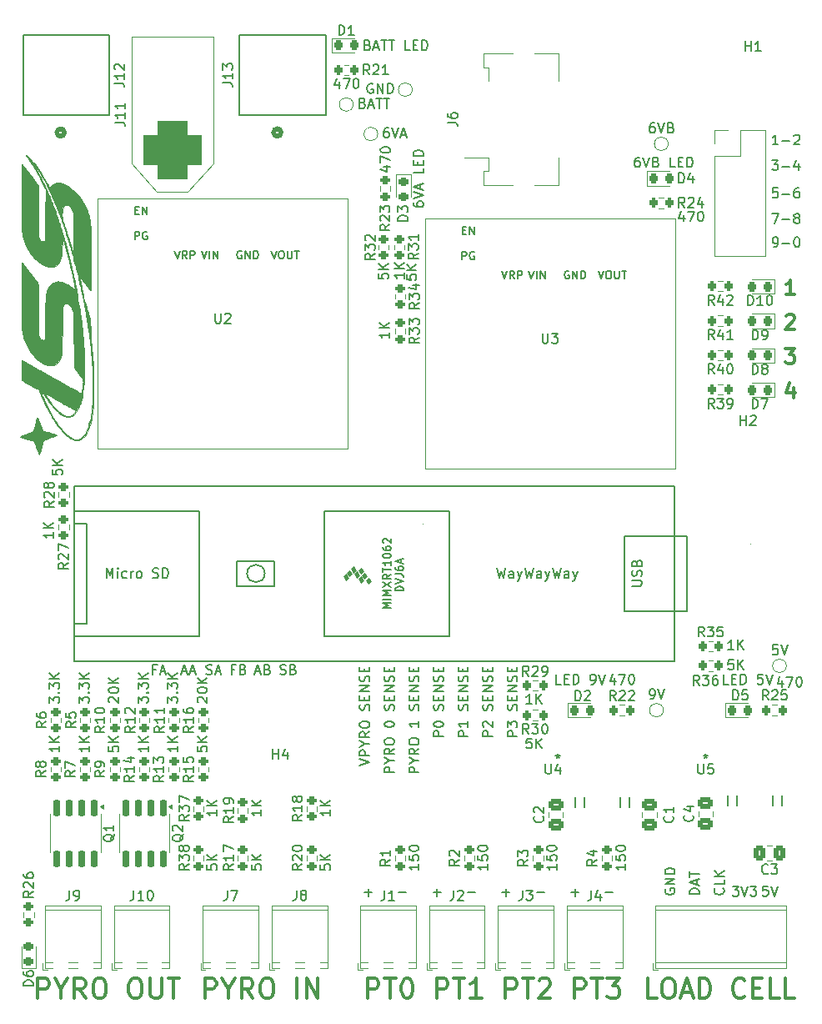
<source format=gbr>
G04 #@! TF.GenerationSoftware,KiCad,Pcbnew,8.0.5*
G04 #@! TF.CreationDate,2024-10-11T01:11:14-05:00*
G04 #@! TF.ProjectId,DAQ,4441512e-6b69-4636-9164-5f7063625858,rev?*
G04 #@! TF.SameCoordinates,Original*
G04 #@! TF.FileFunction,Legend,Top*
G04 #@! TF.FilePolarity,Positive*
%FSLAX46Y46*%
G04 Gerber Fmt 4.6, Leading zero omitted, Abs format (unit mm)*
G04 Created by KiCad (PCBNEW 8.0.5) date 2024-10-11 01:11:14*
%MOMM*%
%LPD*%
G01*
G04 APERTURE LIST*
G04 Aperture macros list*
%AMRoundRect*
0 Rectangle with rounded corners*
0 $1 Rounding radius*
0 $2 $3 $4 $5 $6 $7 $8 $9 X,Y pos of 4 corners*
0 Add a 4 corners polygon primitive as box body*
4,1,4,$2,$3,$4,$5,$6,$7,$8,$9,$2,$3,0*
0 Add four circle primitives for the rounded corners*
1,1,$1+$1,$2,$3*
1,1,$1+$1,$4,$5*
1,1,$1+$1,$6,$7*
1,1,$1+$1,$8,$9*
0 Add four rect primitives between the rounded corners*
20,1,$1+$1,$2,$3,$4,$5,0*
20,1,$1+$1,$4,$5,$6,$7,0*
20,1,$1+$1,$6,$7,$8,$9,0*
20,1,$1+$1,$8,$9,$2,$3,0*%
G04 Aperture macros list end*
%ADD10C,0.150000*%
%ADD11C,0.300000*%
%ADD12C,0.120000*%
%ADD13C,0.152400*%
%ADD14C,0.100000*%
%ADD15C,0.010000*%
%ADD16C,0.508000*%
%ADD17RoundRect,0.218750X-0.218750X-0.256250X0.218750X-0.256250X0.218750X0.256250X-0.218750X0.256250X0*%
%ADD18RoundRect,0.200000X0.275000X-0.200000X0.275000X0.200000X-0.275000X0.200000X-0.275000X-0.200000X0*%
%ADD19RoundRect,0.200000X0.200000X0.275000X-0.200000X0.275000X-0.200000X-0.275000X0.200000X-0.275000X0*%
%ADD20RoundRect,1.500000X1.500000X-1.500000X1.500000X1.500000X-1.500000X1.500000X-1.500000X-1.500000X0*%
%ADD21C,6.000000*%
%ADD22RoundRect,0.200000X-0.275000X0.200000X-0.275000X-0.200000X0.275000X-0.200000X0.275000X0.200000X0*%
%ADD23RoundRect,0.150000X-0.150000X0.725000X-0.150000X-0.725000X0.150000X-0.725000X0.150000X0.725000X0*%
%ADD24RoundRect,0.218750X-0.256250X0.218750X-0.256250X-0.218750X0.256250X-0.218750X0.256250X0.218750X0*%
%ADD25R,0.939800X2.489200*%
%ADD26R,6.781800X6.934200*%
%ADD27RoundRect,0.200000X-0.200000X-0.275000X0.200000X-0.275000X0.200000X0.275000X-0.200000X0.275000X0*%
%ADD28RoundRect,0.218750X0.218750X0.256250X-0.218750X0.256250X-0.218750X-0.256250X0.218750X-0.256250X0*%
%ADD29C,1.000000*%
%ADD30C,2.800000*%
%ADD31C,1.750000*%
%ADD32R,1.700000X1.700000*%
%ADD33O,1.700000X1.700000*%
%ADD34C,0.800000*%
%ADD35C,6.400000*%
%ADD36C,1.100000*%
%ADD37R,2.200000X2.200000*%
%ADD38C,2.200000*%
%ADD39RoundRect,0.218750X0.256250X-0.218750X0.256250X0.218750X-0.256250X0.218750X-0.256250X-0.218750X0*%
%ADD40RoundRect,0.250000X0.337500X0.475000X-0.337500X0.475000X-0.337500X-0.475000X0.337500X-0.475000X0*%
%ADD41RoundRect,0.250000X0.475000X-0.337500X0.475000X0.337500X-0.475000X0.337500X-0.475000X-0.337500X0*%
%ADD42C,2.260600*%
%ADD43R,1.600000X1.600000*%
%ADD44C,1.600000*%
%ADD45R,2.540000X1.270000*%
%ADD46R,1.650000X3.430000*%
G04 APERTURE END LIST*
D10*
X137170112Y-49966009D02*
X137312969Y-50013628D01*
X137312969Y-50013628D02*
X137360588Y-50061247D01*
X137360588Y-50061247D02*
X137408207Y-50156485D01*
X137408207Y-50156485D02*
X137408207Y-50299342D01*
X137408207Y-50299342D02*
X137360588Y-50394580D01*
X137360588Y-50394580D02*
X137312969Y-50442200D01*
X137312969Y-50442200D02*
X137217731Y-50489819D01*
X137217731Y-50489819D02*
X136836779Y-50489819D01*
X136836779Y-50489819D02*
X136836779Y-49489819D01*
X136836779Y-49489819D02*
X137170112Y-49489819D01*
X137170112Y-49489819D02*
X137265350Y-49537438D01*
X137265350Y-49537438D02*
X137312969Y-49585057D01*
X137312969Y-49585057D02*
X137360588Y-49680295D01*
X137360588Y-49680295D02*
X137360588Y-49775533D01*
X137360588Y-49775533D02*
X137312969Y-49870771D01*
X137312969Y-49870771D02*
X137265350Y-49918390D01*
X137265350Y-49918390D02*
X137170112Y-49966009D01*
X137170112Y-49966009D02*
X136836779Y-49966009D01*
X137789160Y-50204104D02*
X138265350Y-50204104D01*
X137693922Y-50489819D02*
X138027255Y-49489819D01*
X138027255Y-49489819D02*
X138360588Y-50489819D01*
X138551065Y-49489819D02*
X139122493Y-49489819D01*
X138836779Y-50489819D02*
X138836779Y-49489819D01*
X139312970Y-49489819D02*
X139884398Y-49489819D01*
X139598684Y-50489819D02*
X139598684Y-49489819D01*
X141455827Y-50489819D02*
X140979637Y-50489819D01*
X140979637Y-50489819D02*
X140979637Y-49489819D01*
X141789161Y-49966009D02*
X142122494Y-49966009D01*
X142265351Y-50489819D02*
X141789161Y-50489819D01*
X141789161Y-50489819D02*
X141789161Y-49489819D01*
X141789161Y-49489819D02*
X142265351Y-49489819D01*
X142693923Y-50489819D02*
X142693923Y-49489819D01*
X142693923Y-49489819D02*
X142932018Y-49489819D01*
X142932018Y-49489819D02*
X143074875Y-49537438D01*
X143074875Y-49537438D02*
X143170113Y-49632676D01*
X143170113Y-49632676D02*
X143217732Y-49727914D01*
X143217732Y-49727914D02*
X143265351Y-49918390D01*
X143265351Y-49918390D02*
X143265351Y-50061247D01*
X143265351Y-50061247D02*
X143217732Y-50251723D01*
X143217732Y-50251723D02*
X143170113Y-50346961D01*
X143170113Y-50346961D02*
X143074875Y-50442200D01*
X143074875Y-50442200D02*
X142932018Y-50489819D01*
X142932018Y-50489819D02*
X142693923Y-50489819D01*
X136836779Y-135988866D02*
X137598684Y-135988866D01*
X137217731Y-136369819D02*
X137217731Y-135607914D01*
X163369819Y-133139411D02*
X163369819Y-133710839D01*
X163369819Y-133425125D02*
X162369819Y-133425125D01*
X162369819Y-133425125D02*
X162512676Y-133520363D01*
X162512676Y-133520363D02*
X162607914Y-133615601D01*
X162607914Y-133615601D02*
X162655533Y-133710839D01*
X162369819Y-132234649D02*
X162369819Y-132710839D01*
X162369819Y-132710839D02*
X162846009Y-132758458D01*
X162846009Y-132758458D02*
X162798390Y-132710839D01*
X162798390Y-132710839D02*
X162750771Y-132615601D01*
X162750771Y-132615601D02*
X162750771Y-132377506D01*
X162750771Y-132377506D02*
X162798390Y-132282268D01*
X162798390Y-132282268D02*
X162846009Y-132234649D01*
X162846009Y-132234649D02*
X162941247Y-132187030D01*
X162941247Y-132187030D02*
X163179342Y-132187030D01*
X163179342Y-132187030D02*
X163274580Y-132234649D01*
X163274580Y-132234649D02*
X163322200Y-132282268D01*
X163322200Y-132282268D02*
X163369819Y-132377506D01*
X163369819Y-132377506D02*
X163369819Y-132615601D01*
X163369819Y-132615601D02*
X163322200Y-132710839D01*
X163322200Y-132710839D02*
X163274580Y-132758458D01*
X162369819Y-131567982D02*
X162369819Y-131472744D01*
X162369819Y-131472744D02*
X162417438Y-131377506D01*
X162417438Y-131377506D02*
X162465057Y-131329887D01*
X162465057Y-131329887D02*
X162560295Y-131282268D01*
X162560295Y-131282268D02*
X162750771Y-131234649D01*
X162750771Y-131234649D02*
X162988866Y-131234649D01*
X162988866Y-131234649D02*
X163179342Y-131282268D01*
X163179342Y-131282268D02*
X163274580Y-131329887D01*
X163274580Y-131329887D02*
X163322200Y-131377506D01*
X163322200Y-131377506D02*
X163369819Y-131472744D01*
X163369819Y-131472744D02*
X163369819Y-131567982D01*
X163369819Y-131567982D02*
X163322200Y-131663220D01*
X163322200Y-131663220D02*
X163274580Y-131710839D01*
X163274580Y-131710839D02*
X163179342Y-131758458D01*
X163179342Y-131758458D02*
X162988866Y-131806077D01*
X162988866Y-131806077D02*
X162750771Y-131806077D01*
X162750771Y-131806077D02*
X162560295Y-131758458D01*
X162560295Y-131758458D02*
X162465057Y-131710839D01*
X162465057Y-131710839D02*
X162417438Y-131663220D01*
X162417438Y-131663220D02*
X162369819Y-131567982D01*
X120869819Y-133187030D02*
X120869819Y-133663220D01*
X120869819Y-133663220D02*
X121346009Y-133710839D01*
X121346009Y-133710839D02*
X121298390Y-133663220D01*
X121298390Y-133663220D02*
X121250771Y-133567982D01*
X121250771Y-133567982D02*
X121250771Y-133329887D01*
X121250771Y-133329887D02*
X121298390Y-133234649D01*
X121298390Y-133234649D02*
X121346009Y-133187030D01*
X121346009Y-133187030D02*
X121441247Y-133139411D01*
X121441247Y-133139411D02*
X121679342Y-133139411D01*
X121679342Y-133139411D02*
X121774580Y-133187030D01*
X121774580Y-133187030D02*
X121822200Y-133234649D01*
X121822200Y-133234649D02*
X121869819Y-133329887D01*
X121869819Y-133329887D02*
X121869819Y-133567982D01*
X121869819Y-133567982D02*
X121822200Y-133663220D01*
X121822200Y-133663220D02*
X121774580Y-133710839D01*
X121869819Y-132710839D02*
X120869819Y-132710839D01*
X121869819Y-132139411D02*
X121298390Y-132567982D01*
X120869819Y-132139411D02*
X121441247Y-132710839D01*
X149369819Y-133139411D02*
X149369819Y-133710839D01*
X149369819Y-133425125D02*
X148369819Y-133425125D01*
X148369819Y-133425125D02*
X148512676Y-133520363D01*
X148512676Y-133520363D02*
X148607914Y-133615601D01*
X148607914Y-133615601D02*
X148655533Y-133710839D01*
X148369819Y-132234649D02*
X148369819Y-132710839D01*
X148369819Y-132710839D02*
X148846009Y-132758458D01*
X148846009Y-132758458D02*
X148798390Y-132710839D01*
X148798390Y-132710839D02*
X148750771Y-132615601D01*
X148750771Y-132615601D02*
X148750771Y-132377506D01*
X148750771Y-132377506D02*
X148798390Y-132282268D01*
X148798390Y-132282268D02*
X148846009Y-132234649D01*
X148846009Y-132234649D02*
X148941247Y-132187030D01*
X148941247Y-132187030D02*
X149179342Y-132187030D01*
X149179342Y-132187030D02*
X149274580Y-132234649D01*
X149274580Y-132234649D02*
X149322200Y-132282268D01*
X149322200Y-132282268D02*
X149369819Y-132377506D01*
X149369819Y-132377506D02*
X149369819Y-132615601D01*
X149369819Y-132615601D02*
X149322200Y-132710839D01*
X149322200Y-132710839D02*
X149274580Y-132758458D01*
X148369819Y-131567982D02*
X148369819Y-131472744D01*
X148369819Y-131472744D02*
X148417438Y-131377506D01*
X148417438Y-131377506D02*
X148465057Y-131329887D01*
X148465057Y-131329887D02*
X148560295Y-131282268D01*
X148560295Y-131282268D02*
X148750771Y-131234649D01*
X148750771Y-131234649D02*
X148988866Y-131234649D01*
X148988866Y-131234649D02*
X149179342Y-131282268D01*
X149179342Y-131282268D02*
X149274580Y-131329887D01*
X149274580Y-131329887D02*
X149322200Y-131377506D01*
X149322200Y-131377506D02*
X149369819Y-131472744D01*
X149369819Y-131472744D02*
X149369819Y-131567982D01*
X149369819Y-131567982D02*
X149322200Y-131663220D01*
X149322200Y-131663220D02*
X149274580Y-131710839D01*
X149274580Y-131710839D02*
X149179342Y-131758458D01*
X149179342Y-131758458D02*
X148988866Y-131806077D01*
X148988866Y-131806077D02*
X148750771Y-131806077D01*
X148750771Y-131806077D02*
X148560295Y-131758458D01*
X148560295Y-131758458D02*
X148465057Y-131710839D01*
X148465057Y-131710839D02*
X148417438Y-131663220D01*
X148417438Y-131663220D02*
X148369819Y-131567982D01*
X138803152Y-62334649D02*
X139469819Y-62334649D01*
X138422200Y-62572744D02*
X139136485Y-62810839D01*
X139136485Y-62810839D02*
X139136485Y-62191792D01*
X138469819Y-61906077D02*
X138469819Y-61239411D01*
X138469819Y-61239411D02*
X139469819Y-61667982D01*
X138469819Y-60667982D02*
X138469819Y-60572744D01*
X138469819Y-60572744D02*
X138517438Y-60477506D01*
X138517438Y-60477506D02*
X138565057Y-60429887D01*
X138565057Y-60429887D02*
X138660295Y-60382268D01*
X138660295Y-60382268D02*
X138850771Y-60334649D01*
X138850771Y-60334649D02*
X139088866Y-60334649D01*
X139088866Y-60334649D02*
X139279342Y-60382268D01*
X139279342Y-60382268D02*
X139374580Y-60429887D01*
X139374580Y-60429887D02*
X139422200Y-60477506D01*
X139422200Y-60477506D02*
X139469819Y-60572744D01*
X139469819Y-60572744D02*
X139469819Y-60667982D01*
X139469819Y-60667982D02*
X139422200Y-60763220D01*
X139422200Y-60763220D02*
X139374580Y-60810839D01*
X139374580Y-60810839D02*
X139279342Y-60858458D01*
X139279342Y-60858458D02*
X139088866Y-60906077D01*
X139088866Y-60906077D02*
X138850771Y-60906077D01*
X138850771Y-60906077D02*
X138660295Y-60858458D01*
X138660295Y-60858458D02*
X138565057Y-60810839D01*
X138565057Y-60810839D02*
X138517438Y-60763220D01*
X138517438Y-60763220D02*
X138469819Y-60667982D01*
X162265350Y-114203152D02*
X162265350Y-114869819D01*
X162027255Y-113822200D02*
X161789160Y-114536485D01*
X161789160Y-114536485D02*
X162408207Y-114536485D01*
X162693922Y-113869819D02*
X163360588Y-113869819D01*
X163360588Y-113869819D02*
X162932017Y-114869819D01*
X163932017Y-113869819D02*
X164027255Y-113869819D01*
X164027255Y-113869819D02*
X164122493Y-113917438D01*
X164122493Y-113917438D02*
X164170112Y-113965057D01*
X164170112Y-113965057D02*
X164217731Y-114060295D01*
X164217731Y-114060295D02*
X164265350Y-114250771D01*
X164265350Y-114250771D02*
X164265350Y-114488866D01*
X164265350Y-114488866D02*
X164217731Y-114679342D01*
X164217731Y-114679342D02*
X164170112Y-114774580D01*
X164170112Y-114774580D02*
X164122493Y-114822200D01*
X164122493Y-114822200D02*
X164027255Y-114869819D01*
X164027255Y-114869819D02*
X163932017Y-114869819D01*
X163932017Y-114869819D02*
X163836779Y-114822200D01*
X163836779Y-114822200D02*
X163789160Y-114774580D01*
X163789160Y-114774580D02*
X163741541Y-114679342D01*
X163741541Y-114679342D02*
X163693922Y-114488866D01*
X163693922Y-114488866D02*
X163693922Y-114250771D01*
X163693922Y-114250771D02*
X163741541Y-114060295D01*
X163741541Y-114060295D02*
X163789160Y-113965057D01*
X163789160Y-113965057D02*
X163836779Y-113917438D01*
X163836779Y-113917438D02*
X163932017Y-113869819D01*
X110965057Y-116710839D02*
X110917438Y-116663220D01*
X110917438Y-116663220D02*
X110869819Y-116567982D01*
X110869819Y-116567982D02*
X110869819Y-116329887D01*
X110869819Y-116329887D02*
X110917438Y-116234649D01*
X110917438Y-116234649D02*
X110965057Y-116187030D01*
X110965057Y-116187030D02*
X111060295Y-116139411D01*
X111060295Y-116139411D02*
X111155533Y-116139411D01*
X111155533Y-116139411D02*
X111298390Y-116187030D01*
X111298390Y-116187030D02*
X111869819Y-116758458D01*
X111869819Y-116758458D02*
X111869819Y-116139411D01*
X110869819Y-115520363D02*
X110869819Y-115425125D01*
X110869819Y-115425125D02*
X110917438Y-115329887D01*
X110917438Y-115329887D02*
X110965057Y-115282268D01*
X110965057Y-115282268D02*
X111060295Y-115234649D01*
X111060295Y-115234649D02*
X111250771Y-115187030D01*
X111250771Y-115187030D02*
X111488866Y-115187030D01*
X111488866Y-115187030D02*
X111679342Y-115234649D01*
X111679342Y-115234649D02*
X111774580Y-115282268D01*
X111774580Y-115282268D02*
X111822200Y-115329887D01*
X111822200Y-115329887D02*
X111869819Y-115425125D01*
X111869819Y-115425125D02*
X111869819Y-115520363D01*
X111869819Y-115520363D02*
X111822200Y-115615601D01*
X111822200Y-115615601D02*
X111774580Y-115663220D01*
X111774580Y-115663220D02*
X111679342Y-115710839D01*
X111679342Y-115710839D02*
X111488866Y-115758458D01*
X111488866Y-115758458D02*
X111250771Y-115758458D01*
X111250771Y-115758458D02*
X111060295Y-115710839D01*
X111060295Y-115710839D02*
X110965057Y-115663220D01*
X110965057Y-115663220D02*
X110917438Y-115615601D01*
X110917438Y-115615601D02*
X110869819Y-115520363D01*
X111869819Y-114758458D02*
X110869819Y-114758458D01*
X111869819Y-114187030D02*
X111298390Y-114615601D01*
X110869819Y-114187030D02*
X111441247Y-114758458D01*
X119869819Y-121187030D02*
X119869819Y-121663220D01*
X119869819Y-121663220D02*
X120346009Y-121710839D01*
X120346009Y-121710839D02*
X120298390Y-121663220D01*
X120298390Y-121663220D02*
X120250771Y-121567982D01*
X120250771Y-121567982D02*
X120250771Y-121329887D01*
X120250771Y-121329887D02*
X120298390Y-121234649D01*
X120298390Y-121234649D02*
X120346009Y-121187030D01*
X120346009Y-121187030D02*
X120441247Y-121139411D01*
X120441247Y-121139411D02*
X120679342Y-121139411D01*
X120679342Y-121139411D02*
X120774580Y-121187030D01*
X120774580Y-121187030D02*
X120822200Y-121234649D01*
X120822200Y-121234649D02*
X120869819Y-121329887D01*
X120869819Y-121329887D02*
X120869819Y-121567982D01*
X120869819Y-121567982D02*
X120822200Y-121663220D01*
X120822200Y-121663220D02*
X120774580Y-121710839D01*
X120869819Y-120710839D02*
X119869819Y-120710839D01*
X120869819Y-120139411D02*
X120298390Y-120567982D01*
X119869819Y-120139411D02*
X120441247Y-120710839D01*
D11*
X151173558Y-146739638D02*
X151173558Y-144739638D01*
X151173558Y-144739638D02*
X151935463Y-144739638D01*
X151935463Y-144739638D02*
X152125939Y-144834876D01*
X152125939Y-144834876D02*
X152221177Y-144930114D01*
X152221177Y-144930114D02*
X152316415Y-145120590D01*
X152316415Y-145120590D02*
X152316415Y-145406304D01*
X152316415Y-145406304D02*
X152221177Y-145596780D01*
X152221177Y-145596780D02*
X152125939Y-145692019D01*
X152125939Y-145692019D02*
X151935463Y-145787257D01*
X151935463Y-145787257D02*
X151173558Y-145787257D01*
X152887844Y-144739638D02*
X154030701Y-144739638D01*
X153459272Y-146739638D02*
X153459272Y-144739638D01*
X154602130Y-144930114D02*
X154697368Y-144834876D01*
X154697368Y-144834876D02*
X154887844Y-144739638D01*
X154887844Y-144739638D02*
X155364035Y-144739638D01*
X155364035Y-144739638D02*
X155554511Y-144834876D01*
X155554511Y-144834876D02*
X155649749Y-144930114D01*
X155649749Y-144930114D02*
X155744987Y-145120590D01*
X155744987Y-145120590D02*
X155744987Y-145311066D01*
X155744987Y-145311066D02*
X155649749Y-145596780D01*
X155649749Y-145596780D02*
X154506892Y-146739638D01*
X154506892Y-146739638D02*
X155744987Y-146739638D01*
D10*
X134265350Y-53703152D02*
X134265350Y-54369819D01*
X134027255Y-53322200D02*
X133789160Y-54036485D01*
X133789160Y-54036485D02*
X134408207Y-54036485D01*
X134693922Y-53369819D02*
X135360588Y-53369819D01*
X135360588Y-53369819D02*
X134932017Y-54369819D01*
X135932017Y-53369819D02*
X136027255Y-53369819D01*
X136027255Y-53369819D02*
X136122493Y-53417438D01*
X136122493Y-53417438D02*
X136170112Y-53465057D01*
X136170112Y-53465057D02*
X136217731Y-53560295D01*
X136217731Y-53560295D02*
X136265350Y-53750771D01*
X136265350Y-53750771D02*
X136265350Y-53988866D01*
X136265350Y-53988866D02*
X136217731Y-54179342D01*
X136217731Y-54179342D02*
X136170112Y-54274580D01*
X136170112Y-54274580D02*
X136122493Y-54322200D01*
X136122493Y-54322200D02*
X136027255Y-54369819D01*
X136027255Y-54369819D02*
X135932017Y-54369819D01*
X135932017Y-54369819D02*
X135836779Y-54322200D01*
X135836779Y-54322200D02*
X135789160Y-54274580D01*
X135789160Y-54274580D02*
X135741541Y-54179342D01*
X135741541Y-54179342D02*
X135693922Y-53988866D01*
X135693922Y-53988866D02*
X135693922Y-53750771D01*
X135693922Y-53750771D02*
X135741541Y-53560295D01*
X135741541Y-53560295D02*
X135789160Y-53465057D01*
X135789160Y-53465057D02*
X135836779Y-53417438D01*
X135836779Y-53417438D02*
X135932017Y-53369819D01*
X139265350Y-58369819D02*
X139074874Y-58369819D01*
X139074874Y-58369819D02*
X138979636Y-58417438D01*
X138979636Y-58417438D02*
X138932017Y-58465057D01*
X138932017Y-58465057D02*
X138836779Y-58607914D01*
X138836779Y-58607914D02*
X138789160Y-58798390D01*
X138789160Y-58798390D02*
X138789160Y-59179342D01*
X138789160Y-59179342D02*
X138836779Y-59274580D01*
X138836779Y-59274580D02*
X138884398Y-59322200D01*
X138884398Y-59322200D02*
X138979636Y-59369819D01*
X138979636Y-59369819D02*
X139170112Y-59369819D01*
X139170112Y-59369819D02*
X139265350Y-59322200D01*
X139265350Y-59322200D02*
X139312969Y-59274580D01*
X139312969Y-59274580D02*
X139360588Y-59179342D01*
X139360588Y-59179342D02*
X139360588Y-58941247D01*
X139360588Y-58941247D02*
X139312969Y-58846009D01*
X139312969Y-58846009D02*
X139265350Y-58798390D01*
X139265350Y-58798390D02*
X139170112Y-58750771D01*
X139170112Y-58750771D02*
X138979636Y-58750771D01*
X138979636Y-58750771D02*
X138884398Y-58798390D01*
X138884398Y-58798390D02*
X138836779Y-58846009D01*
X138836779Y-58846009D02*
X138789160Y-58941247D01*
X139646303Y-58369819D02*
X139979636Y-59369819D01*
X139979636Y-59369819D02*
X140312969Y-58369819D01*
X140598684Y-59084104D02*
X141074874Y-59084104D01*
X140503446Y-59369819D02*
X140836779Y-58369819D01*
X140836779Y-58369819D02*
X141170112Y-59369819D01*
X136670112Y-55846009D02*
X136812969Y-55893628D01*
X136812969Y-55893628D02*
X136860588Y-55941247D01*
X136860588Y-55941247D02*
X136908207Y-56036485D01*
X136908207Y-56036485D02*
X136908207Y-56179342D01*
X136908207Y-56179342D02*
X136860588Y-56274580D01*
X136860588Y-56274580D02*
X136812969Y-56322200D01*
X136812969Y-56322200D02*
X136717731Y-56369819D01*
X136717731Y-56369819D02*
X136336779Y-56369819D01*
X136336779Y-56369819D02*
X136336779Y-55369819D01*
X136336779Y-55369819D02*
X136670112Y-55369819D01*
X136670112Y-55369819D02*
X136765350Y-55417438D01*
X136765350Y-55417438D02*
X136812969Y-55465057D01*
X136812969Y-55465057D02*
X136860588Y-55560295D01*
X136860588Y-55560295D02*
X136860588Y-55655533D01*
X136860588Y-55655533D02*
X136812969Y-55750771D01*
X136812969Y-55750771D02*
X136765350Y-55798390D01*
X136765350Y-55798390D02*
X136670112Y-55846009D01*
X136670112Y-55846009D02*
X136336779Y-55846009D01*
X137289160Y-56084104D02*
X137765350Y-56084104D01*
X137193922Y-56369819D02*
X137527255Y-55369819D01*
X137527255Y-55369819D02*
X137860588Y-56369819D01*
X138051065Y-55369819D02*
X138622493Y-55369819D01*
X138336779Y-56369819D02*
X138336779Y-55369819D01*
X138812970Y-55369819D02*
X139384398Y-55369819D01*
X139098684Y-56369819D02*
X139098684Y-55369819D01*
D11*
X179624153Y-80800828D02*
X180552725Y-80800828D01*
X180552725Y-80800828D02*
X180052725Y-81372257D01*
X180052725Y-81372257D02*
X180267010Y-81372257D01*
X180267010Y-81372257D02*
X180409868Y-81443685D01*
X180409868Y-81443685D02*
X180481296Y-81515114D01*
X180481296Y-81515114D02*
X180552725Y-81657971D01*
X180552725Y-81657971D02*
X180552725Y-82015114D01*
X180552725Y-82015114D02*
X180481296Y-82157971D01*
X180481296Y-82157971D02*
X180409868Y-82229400D01*
X180409868Y-82229400D02*
X180267010Y-82300828D01*
X180267010Y-82300828D02*
X179838439Y-82300828D01*
X179838439Y-82300828D02*
X179695582Y-82229400D01*
X179695582Y-82229400D02*
X179624153Y-82157971D01*
D10*
X133369819Y-127639411D02*
X133369819Y-128210839D01*
X133369819Y-127925125D02*
X132369819Y-127925125D01*
X132369819Y-127925125D02*
X132512676Y-128020363D01*
X132512676Y-128020363D02*
X132607914Y-128115601D01*
X132607914Y-128115601D02*
X132655533Y-128210839D01*
X133369819Y-127210839D02*
X132369819Y-127210839D01*
X133369819Y-126639411D02*
X132798390Y-127067982D01*
X132369819Y-126639411D02*
X132941247Y-127210839D01*
X178384398Y-70469819D02*
X178574874Y-70469819D01*
X178574874Y-70469819D02*
X178670112Y-70422200D01*
X178670112Y-70422200D02*
X178717731Y-70374580D01*
X178717731Y-70374580D02*
X178812969Y-70231723D01*
X178812969Y-70231723D02*
X178860588Y-70041247D01*
X178860588Y-70041247D02*
X178860588Y-69660295D01*
X178860588Y-69660295D02*
X178812969Y-69565057D01*
X178812969Y-69565057D02*
X178765350Y-69517438D01*
X178765350Y-69517438D02*
X178670112Y-69469819D01*
X178670112Y-69469819D02*
X178479636Y-69469819D01*
X178479636Y-69469819D02*
X178384398Y-69517438D01*
X178384398Y-69517438D02*
X178336779Y-69565057D01*
X178336779Y-69565057D02*
X178289160Y-69660295D01*
X178289160Y-69660295D02*
X178289160Y-69898390D01*
X178289160Y-69898390D02*
X178336779Y-69993628D01*
X178336779Y-69993628D02*
X178384398Y-70041247D01*
X178384398Y-70041247D02*
X178479636Y-70088866D01*
X178479636Y-70088866D02*
X178670112Y-70088866D01*
X178670112Y-70088866D02*
X178765350Y-70041247D01*
X178765350Y-70041247D02*
X178812969Y-69993628D01*
X178812969Y-69993628D02*
X178860588Y-69898390D01*
X179289160Y-70088866D02*
X180051065Y-70088866D01*
X180717731Y-69469819D02*
X180812969Y-69469819D01*
X180812969Y-69469819D02*
X180908207Y-69517438D01*
X180908207Y-69517438D02*
X180955826Y-69565057D01*
X180955826Y-69565057D02*
X181003445Y-69660295D01*
X181003445Y-69660295D02*
X181051064Y-69850771D01*
X181051064Y-69850771D02*
X181051064Y-70088866D01*
X181051064Y-70088866D02*
X181003445Y-70279342D01*
X181003445Y-70279342D02*
X180955826Y-70374580D01*
X180955826Y-70374580D02*
X180908207Y-70422200D01*
X180908207Y-70422200D02*
X180812969Y-70469819D01*
X180812969Y-70469819D02*
X180717731Y-70469819D01*
X180717731Y-70469819D02*
X180622493Y-70422200D01*
X180622493Y-70422200D02*
X180574874Y-70374580D01*
X180574874Y-70374580D02*
X180527255Y-70279342D01*
X180527255Y-70279342D02*
X180479636Y-70088866D01*
X180479636Y-70088866D02*
X180479636Y-69850771D01*
X180479636Y-69850771D02*
X180527255Y-69660295D01*
X180527255Y-69660295D02*
X180574874Y-69565057D01*
X180574874Y-69565057D02*
X180622493Y-69517438D01*
X180622493Y-69517438D02*
X180717731Y-69469819D01*
X156369819Y-133139411D02*
X156369819Y-133710839D01*
X156369819Y-133425125D02*
X155369819Y-133425125D01*
X155369819Y-133425125D02*
X155512676Y-133520363D01*
X155512676Y-133520363D02*
X155607914Y-133615601D01*
X155607914Y-133615601D02*
X155655533Y-133710839D01*
X155369819Y-132234649D02*
X155369819Y-132710839D01*
X155369819Y-132710839D02*
X155846009Y-132758458D01*
X155846009Y-132758458D02*
X155798390Y-132710839D01*
X155798390Y-132710839D02*
X155750771Y-132615601D01*
X155750771Y-132615601D02*
X155750771Y-132377506D01*
X155750771Y-132377506D02*
X155798390Y-132282268D01*
X155798390Y-132282268D02*
X155846009Y-132234649D01*
X155846009Y-132234649D02*
X155941247Y-132187030D01*
X155941247Y-132187030D02*
X156179342Y-132187030D01*
X156179342Y-132187030D02*
X156274580Y-132234649D01*
X156274580Y-132234649D02*
X156322200Y-132282268D01*
X156322200Y-132282268D02*
X156369819Y-132377506D01*
X156369819Y-132377506D02*
X156369819Y-132615601D01*
X156369819Y-132615601D02*
X156322200Y-132710839D01*
X156322200Y-132710839D02*
X156274580Y-132758458D01*
X155369819Y-131567982D02*
X155369819Y-131472744D01*
X155369819Y-131472744D02*
X155417438Y-131377506D01*
X155417438Y-131377506D02*
X155465057Y-131329887D01*
X155465057Y-131329887D02*
X155560295Y-131282268D01*
X155560295Y-131282268D02*
X155750771Y-131234649D01*
X155750771Y-131234649D02*
X155988866Y-131234649D01*
X155988866Y-131234649D02*
X156179342Y-131282268D01*
X156179342Y-131282268D02*
X156274580Y-131329887D01*
X156274580Y-131329887D02*
X156322200Y-131377506D01*
X156322200Y-131377506D02*
X156369819Y-131472744D01*
X156369819Y-131472744D02*
X156369819Y-131567982D01*
X156369819Y-131567982D02*
X156322200Y-131663220D01*
X156322200Y-131663220D02*
X156274580Y-131710839D01*
X156274580Y-131710839D02*
X156179342Y-131758458D01*
X156179342Y-131758458D02*
X155988866Y-131806077D01*
X155988866Y-131806077D02*
X155750771Y-131806077D01*
X155750771Y-131806077D02*
X155560295Y-131758458D01*
X155560295Y-131758458D02*
X155465057Y-131710839D01*
X155465057Y-131710839D02*
X155417438Y-131663220D01*
X155417438Y-131663220D02*
X155369819Y-131567982D01*
X107869819Y-116758458D02*
X107869819Y-116139411D01*
X107869819Y-116139411D02*
X108250771Y-116472744D01*
X108250771Y-116472744D02*
X108250771Y-116329887D01*
X108250771Y-116329887D02*
X108298390Y-116234649D01*
X108298390Y-116234649D02*
X108346009Y-116187030D01*
X108346009Y-116187030D02*
X108441247Y-116139411D01*
X108441247Y-116139411D02*
X108679342Y-116139411D01*
X108679342Y-116139411D02*
X108774580Y-116187030D01*
X108774580Y-116187030D02*
X108822200Y-116234649D01*
X108822200Y-116234649D02*
X108869819Y-116329887D01*
X108869819Y-116329887D02*
X108869819Y-116615601D01*
X108869819Y-116615601D02*
X108822200Y-116710839D01*
X108822200Y-116710839D02*
X108774580Y-116758458D01*
X108774580Y-115710839D02*
X108822200Y-115663220D01*
X108822200Y-115663220D02*
X108869819Y-115710839D01*
X108869819Y-115710839D02*
X108822200Y-115758458D01*
X108822200Y-115758458D02*
X108774580Y-115710839D01*
X108774580Y-115710839D02*
X108869819Y-115710839D01*
X107869819Y-115329887D02*
X107869819Y-114710840D01*
X107869819Y-114710840D02*
X108250771Y-115044173D01*
X108250771Y-115044173D02*
X108250771Y-114901316D01*
X108250771Y-114901316D02*
X108298390Y-114806078D01*
X108298390Y-114806078D02*
X108346009Y-114758459D01*
X108346009Y-114758459D02*
X108441247Y-114710840D01*
X108441247Y-114710840D02*
X108679342Y-114710840D01*
X108679342Y-114710840D02*
X108774580Y-114758459D01*
X108774580Y-114758459D02*
X108822200Y-114806078D01*
X108822200Y-114806078D02*
X108869819Y-114901316D01*
X108869819Y-114901316D02*
X108869819Y-115187030D01*
X108869819Y-115187030D02*
X108822200Y-115282268D01*
X108822200Y-115282268D02*
X108774580Y-115329887D01*
X108869819Y-114282268D02*
X107869819Y-114282268D01*
X108869819Y-113710840D02*
X108298390Y-114139411D01*
X107869819Y-113710840D02*
X108441247Y-114282268D01*
X139369819Y-79139411D02*
X139369819Y-79710839D01*
X139369819Y-79425125D02*
X138369819Y-79425125D01*
X138369819Y-79425125D02*
X138512676Y-79520363D01*
X138512676Y-79520363D02*
X138607914Y-79615601D01*
X138607914Y-79615601D02*
X138655533Y-79710839D01*
X139369819Y-78710839D02*
X138369819Y-78710839D01*
X139369819Y-78139411D02*
X138798390Y-78567982D01*
X138369819Y-78139411D02*
X138941247Y-78710839D01*
X173812969Y-114869819D02*
X173336779Y-114869819D01*
X173336779Y-114869819D02*
X173336779Y-113869819D01*
X174146303Y-114346009D02*
X174479636Y-114346009D01*
X174622493Y-114869819D02*
X174146303Y-114869819D01*
X174146303Y-114869819D02*
X174146303Y-113869819D01*
X174146303Y-113869819D02*
X174622493Y-113869819D01*
X175051065Y-114869819D02*
X175051065Y-113869819D01*
X175051065Y-113869819D02*
X175289160Y-113869819D01*
X175289160Y-113869819D02*
X175432017Y-113917438D01*
X175432017Y-113917438D02*
X175527255Y-114012676D01*
X175527255Y-114012676D02*
X175574874Y-114107914D01*
X175574874Y-114107914D02*
X175622493Y-114298390D01*
X175622493Y-114298390D02*
X175622493Y-114441247D01*
X175622493Y-114441247D02*
X175574874Y-114631723D01*
X175574874Y-114631723D02*
X175527255Y-114726961D01*
X175527255Y-114726961D02*
X175432017Y-114822200D01*
X175432017Y-114822200D02*
X175289160Y-114869819D01*
X175289160Y-114869819D02*
X175051065Y-114869819D01*
X177289160Y-113869819D02*
X176812970Y-113869819D01*
X176812970Y-113869819D02*
X176765351Y-114346009D01*
X176765351Y-114346009D02*
X176812970Y-114298390D01*
X176812970Y-114298390D02*
X176908208Y-114250771D01*
X176908208Y-114250771D02*
X177146303Y-114250771D01*
X177146303Y-114250771D02*
X177241541Y-114298390D01*
X177241541Y-114298390D02*
X177289160Y-114346009D01*
X177289160Y-114346009D02*
X177336779Y-114441247D01*
X177336779Y-114441247D02*
X177336779Y-114679342D01*
X177336779Y-114679342D02*
X177289160Y-114774580D01*
X177289160Y-114774580D02*
X177241541Y-114822200D01*
X177241541Y-114822200D02*
X177146303Y-114869819D01*
X177146303Y-114869819D02*
X176908208Y-114869819D01*
X176908208Y-114869819D02*
X176812970Y-114822200D01*
X176812970Y-114822200D02*
X176765351Y-114774580D01*
X177622494Y-113869819D02*
X177955827Y-114869819D01*
X177955827Y-114869819D02*
X178289160Y-113869819D01*
X154336779Y-135988866D02*
X155098684Y-135988866D01*
D11*
X137173558Y-146739638D02*
X137173558Y-144739638D01*
X137173558Y-144739638D02*
X137935463Y-144739638D01*
X137935463Y-144739638D02*
X138125939Y-144834876D01*
X138125939Y-144834876D02*
X138221177Y-144930114D01*
X138221177Y-144930114D02*
X138316415Y-145120590D01*
X138316415Y-145120590D02*
X138316415Y-145406304D01*
X138316415Y-145406304D02*
X138221177Y-145596780D01*
X138221177Y-145596780D02*
X138125939Y-145692019D01*
X138125939Y-145692019D02*
X137935463Y-145787257D01*
X137935463Y-145787257D02*
X137173558Y-145787257D01*
X138887844Y-144739638D02*
X140030701Y-144739638D01*
X139459272Y-146739638D02*
X139459272Y-144739638D01*
X141078320Y-144739638D02*
X141268797Y-144739638D01*
X141268797Y-144739638D02*
X141459273Y-144834876D01*
X141459273Y-144834876D02*
X141554511Y-144930114D01*
X141554511Y-144930114D02*
X141649749Y-145120590D01*
X141649749Y-145120590D02*
X141744987Y-145501542D01*
X141744987Y-145501542D02*
X141744987Y-145977733D01*
X141744987Y-145977733D02*
X141649749Y-146358685D01*
X141649749Y-146358685D02*
X141554511Y-146549161D01*
X141554511Y-146549161D02*
X141459273Y-146644400D01*
X141459273Y-146644400D02*
X141268797Y-146739638D01*
X141268797Y-146739638D02*
X141078320Y-146739638D01*
X141078320Y-146739638D02*
X140887844Y-146644400D01*
X140887844Y-146644400D02*
X140792606Y-146549161D01*
X140792606Y-146549161D02*
X140697368Y-146358685D01*
X140697368Y-146358685D02*
X140602130Y-145977733D01*
X140602130Y-145977733D02*
X140602130Y-145501542D01*
X140602130Y-145501542D02*
X140697368Y-145120590D01*
X140697368Y-145120590D02*
X140792606Y-144930114D01*
X140792606Y-144930114D02*
X140887844Y-144834876D01*
X140887844Y-144834876D02*
X141078320Y-144739638D01*
D10*
X178860588Y-60069819D02*
X178289160Y-60069819D01*
X178574874Y-60069819D02*
X178574874Y-59069819D01*
X178574874Y-59069819D02*
X178479636Y-59212676D01*
X178479636Y-59212676D02*
X178384398Y-59307914D01*
X178384398Y-59307914D02*
X178289160Y-59355533D01*
X179289160Y-59688866D02*
X180051065Y-59688866D01*
X180479636Y-59165057D02*
X180527255Y-59117438D01*
X180527255Y-59117438D02*
X180622493Y-59069819D01*
X180622493Y-59069819D02*
X180860588Y-59069819D01*
X180860588Y-59069819D02*
X180955826Y-59117438D01*
X180955826Y-59117438D02*
X181003445Y-59165057D01*
X181003445Y-59165057D02*
X181051064Y-59260295D01*
X181051064Y-59260295D02*
X181051064Y-59355533D01*
X181051064Y-59355533D02*
X181003445Y-59498390D01*
X181003445Y-59498390D02*
X180432017Y-60069819D01*
X180432017Y-60069819D02*
X181051064Y-60069819D01*
X121869819Y-127639411D02*
X121869819Y-128210839D01*
X121869819Y-127925125D02*
X120869819Y-127925125D01*
X120869819Y-127925125D02*
X121012676Y-128020363D01*
X121012676Y-128020363D02*
X121107914Y-128115601D01*
X121107914Y-128115601D02*
X121155533Y-128210839D01*
X121869819Y-127210839D02*
X120869819Y-127210839D01*
X121869819Y-126639411D02*
X121298390Y-127067982D01*
X120869819Y-126639411D02*
X121441247Y-127210839D01*
X153860588Y-116869819D02*
X153289160Y-116869819D01*
X153574874Y-116869819D02*
X153574874Y-115869819D01*
X153574874Y-115869819D02*
X153479636Y-116012676D01*
X153479636Y-116012676D02*
X153384398Y-116107914D01*
X153384398Y-116107914D02*
X153289160Y-116155533D01*
X154289160Y-116869819D02*
X154289160Y-115869819D01*
X154860588Y-116869819D02*
X154432017Y-116298390D01*
X154860588Y-115869819D02*
X154289160Y-116441247D01*
X113869819Y-116758458D02*
X113869819Y-116139411D01*
X113869819Y-116139411D02*
X114250771Y-116472744D01*
X114250771Y-116472744D02*
X114250771Y-116329887D01*
X114250771Y-116329887D02*
X114298390Y-116234649D01*
X114298390Y-116234649D02*
X114346009Y-116187030D01*
X114346009Y-116187030D02*
X114441247Y-116139411D01*
X114441247Y-116139411D02*
X114679342Y-116139411D01*
X114679342Y-116139411D02*
X114774580Y-116187030D01*
X114774580Y-116187030D02*
X114822200Y-116234649D01*
X114822200Y-116234649D02*
X114869819Y-116329887D01*
X114869819Y-116329887D02*
X114869819Y-116615601D01*
X114869819Y-116615601D02*
X114822200Y-116710839D01*
X114822200Y-116710839D02*
X114774580Y-116758458D01*
X114774580Y-115710839D02*
X114822200Y-115663220D01*
X114822200Y-115663220D02*
X114869819Y-115710839D01*
X114869819Y-115710839D02*
X114822200Y-115758458D01*
X114822200Y-115758458D02*
X114774580Y-115710839D01*
X114774580Y-115710839D02*
X114869819Y-115710839D01*
X113869819Y-115329887D02*
X113869819Y-114710840D01*
X113869819Y-114710840D02*
X114250771Y-115044173D01*
X114250771Y-115044173D02*
X114250771Y-114901316D01*
X114250771Y-114901316D02*
X114298390Y-114806078D01*
X114298390Y-114806078D02*
X114346009Y-114758459D01*
X114346009Y-114758459D02*
X114441247Y-114710840D01*
X114441247Y-114710840D02*
X114679342Y-114710840D01*
X114679342Y-114710840D02*
X114774580Y-114758459D01*
X114774580Y-114758459D02*
X114822200Y-114806078D01*
X114822200Y-114806078D02*
X114869819Y-114901316D01*
X114869819Y-114901316D02*
X114869819Y-115187030D01*
X114869819Y-115187030D02*
X114822200Y-115282268D01*
X114822200Y-115282268D02*
X114774580Y-115329887D01*
X114869819Y-114282268D02*
X113869819Y-114282268D01*
X114869819Y-113710840D02*
X114298390Y-114139411D01*
X113869819Y-113710840D02*
X114441247Y-114282268D01*
X110869819Y-121187030D02*
X110869819Y-121663220D01*
X110869819Y-121663220D02*
X111346009Y-121710839D01*
X111346009Y-121710839D02*
X111298390Y-121663220D01*
X111298390Y-121663220D02*
X111250771Y-121567982D01*
X111250771Y-121567982D02*
X111250771Y-121329887D01*
X111250771Y-121329887D02*
X111298390Y-121234649D01*
X111298390Y-121234649D02*
X111346009Y-121187030D01*
X111346009Y-121187030D02*
X111441247Y-121139411D01*
X111441247Y-121139411D02*
X111679342Y-121139411D01*
X111679342Y-121139411D02*
X111774580Y-121187030D01*
X111774580Y-121187030D02*
X111822200Y-121234649D01*
X111822200Y-121234649D02*
X111869819Y-121329887D01*
X111869819Y-121329887D02*
X111869819Y-121567982D01*
X111869819Y-121567982D02*
X111822200Y-121663220D01*
X111822200Y-121663220D02*
X111774580Y-121710839D01*
X111869819Y-120710839D02*
X110869819Y-120710839D01*
X111869819Y-120139411D02*
X111298390Y-120567982D01*
X110869819Y-120139411D02*
X111441247Y-120710839D01*
X170869819Y-136163220D02*
X169869819Y-136163220D01*
X169869819Y-136163220D02*
X169869819Y-135925125D01*
X169869819Y-135925125D02*
X169917438Y-135782268D01*
X169917438Y-135782268D02*
X170012676Y-135687030D01*
X170012676Y-135687030D02*
X170107914Y-135639411D01*
X170107914Y-135639411D02*
X170298390Y-135591792D01*
X170298390Y-135591792D02*
X170441247Y-135591792D01*
X170441247Y-135591792D02*
X170631723Y-135639411D01*
X170631723Y-135639411D02*
X170726961Y-135687030D01*
X170726961Y-135687030D02*
X170822200Y-135782268D01*
X170822200Y-135782268D02*
X170869819Y-135925125D01*
X170869819Y-135925125D02*
X170869819Y-136163220D01*
X170584104Y-135210839D02*
X170584104Y-134734649D01*
X170869819Y-135306077D02*
X169869819Y-134972744D01*
X169869819Y-134972744D02*
X170869819Y-134639411D01*
X169869819Y-134448934D02*
X169869819Y-133877506D01*
X170869819Y-134163220D02*
X169869819Y-134163220D01*
X149869819Y-120163220D02*
X148869819Y-120163220D01*
X148869819Y-120163220D02*
X148869819Y-119782268D01*
X148869819Y-119782268D02*
X148917438Y-119687030D01*
X148917438Y-119687030D02*
X148965057Y-119639411D01*
X148965057Y-119639411D02*
X149060295Y-119591792D01*
X149060295Y-119591792D02*
X149203152Y-119591792D01*
X149203152Y-119591792D02*
X149298390Y-119639411D01*
X149298390Y-119639411D02*
X149346009Y-119687030D01*
X149346009Y-119687030D02*
X149393628Y-119782268D01*
X149393628Y-119782268D02*
X149393628Y-120163220D01*
X148965057Y-119210839D02*
X148917438Y-119163220D01*
X148917438Y-119163220D02*
X148869819Y-119067982D01*
X148869819Y-119067982D02*
X148869819Y-118829887D01*
X148869819Y-118829887D02*
X148917438Y-118734649D01*
X148917438Y-118734649D02*
X148965057Y-118687030D01*
X148965057Y-118687030D02*
X149060295Y-118639411D01*
X149060295Y-118639411D02*
X149155533Y-118639411D01*
X149155533Y-118639411D02*
X149298390Y-118687030D01*
X149298390Y-118687030D02*
X149869819Y-119258458D01*
X149869819Y-119258458D02*
X149869819Y-118639411D01*
X149822200Y-117496553D02*
X149869819Y-117353696D01*
X149869819Y-117353696D02*
X149869819Y-117115601D01*
X149869819Y-117115601D02*
X149822200Y-117020363D01*
X149822200Y-117020363D02*
X149774580Y-116972744D01*
X149774580Y-116972744D02*
X149679342Y-116925125D01*
X149679342Y-116925125D02*
X149584104Y-116925125D01*
X149584104Y-116925125D02*
X149488866Y-116972744D01*
X149488866Y-116972744D02*
X149441247Y-117020363D01*
X149441247Y-117020363D02*
X149393628Y-117115601D01*
X149393628Y-117115601D02*
X149346009Y-117306077D01*
X149346009Y-117306077D02*
X149298390Y-117401315D01*
X149298390Y-117401315D02*
X149250771Y-117448934D01*
X149250771Y-117448934D02*
X149155533Y-117496553D01*
X149155533Y-117496553D02*
X149060295Y-117496553D01*
X149060295Y-117496553D02*
X148965057Y-117448934D01*
X148965057Y-117448934D02*
X148917438Y-117401315D01*
X148917438Y-117401315D02*
X148869819Y-117306077D01*
X148869819Y-117306077D02*
X148869819Y-117067982D01*
X148869819Y-117067982D02*
X148917438Y-116925125D01*
X149346009Y-116496553D02*
X149346009Y-116163220D01*
X149869819Y-116020363D02*
X149869819Y-116496553D01*
X149869819Y-116496553D02*
X148869819Y-116496553D01*
X148869819Y-116496553D02*
X148869819Y-116020363D01*
X149869819Y-115591791D02*
X148869819Y-115591791D01*
X148869819Y-115591791D02*
X149869819Y-115020363D01*
X149869819Y-115020363D02*
X148869819Y-115020363D01*
X149822200Y-114591791D02*
X149869819Y-114448934D01*
X149869819Y-114448934D02*
X149869819Y-114210839D01*
X149869819Y-114210839D02*
X149822200Y-114115601D01*
X149822200Y-114115601D02*
X149774580Y-114067982D01*
X149774580Y-114067982D02*
X149679342Y-114020363D01*
X149679342Y-114020363D02*
X149584104Y-114020363D01*
X149584104Y-114020363D02*
X149488866Y-114067982D01*
X149488866Y-114067982D02*
X149441247Y-114115601D01*
X149441247Y-114115601D02*
X149393628Y-114210839D01*
X149393628Y-114210839D02*
X149346009Y-114401315D01*
X149346009Y-114401315D02*
X149298390Y-114496553D01*
X149298390Y-114496553D02*
X149250771Y-114544172D01*
X149250771Y-114544172D02*
X149155533Y-114591791D01*
X149155533Y-114591791D02*
X149060295Y-114591791D01*
X149060295Y-114591791D02*
X148965057Y-114544172D01*
X148965057Y-114544172D02*
X148917438Y-114496553D01*
X148917438Y-114496553D02*
X148869819Y-114401315D01*
X148869819Y-114401315D02*
X148869819Y-114163220D01*
X148869819Y-114163220D02*
X148917438Y-114020363D01*
X149346009Y-113591791D02*
X149346009Y-113258458D01*
X149869819Y-113115601D02*
X149869819Y-113591791D01*
X149869819Y-113591791D02*
X148869819Y-113591791D01*
X148869819Y-113591791D02*
X148869819Y-113115601D01*
X169265350Y-67203152D02*
X169265350Y-67869819D01*
X169027255Y-66822200D02*
X168789160Y-67536485D01*
X168789160Y-67536485D02*
X169408207Y-67536485D01*
X169693922Y-66869819D02*
X170360588Y-66869819D01*
X170360588Y-66869819D02*
X169932017Y-67869819D01*
X170932017Y-66869819D02*
X171027255Y-66869819D01*
X171027255Y-66869819D02*
X171122493Y-66917438D01*
X171122493Y-66917438D02*
X171170112Y-66965057D01*
X171170112Y-66965057D02*
X171217731Y-67060295D01*
X171217731Y-67060295D02*
X171265350Y-67250771D01*
X171265350Y-67250771D02*
X171265350Y-67488866D01*
X171265350Y-67488866D02*
X171217731Y-67679342D01*
X171217731Y-67679342D02*
X171170112Y-67774580D01*
X171170112Y-67774580D02*
X171122493Y-67822200D01*
X171122493Y-67822200D02*
X171027255Y-67869819D01*
X171027255Y-67869819D02*
X170932017Y-67869819D01*
X170932017Y-67869819D02*
X170836779Y-67822200D01*
X170836779Y-67822200D02*
X170789160Y-67774580D01*
X170789160Y-67774580D02*
X170741541Y-67679342D01*
X170741541Y-67679342D02*
X170693922Y-67488866D01*
X170693922Y-67488866D02*
X170693922Y-67250771D01*
X170693922Y-67250771D02*
X170741541Y-67060295D01*
X170741541Y-67060295D02*
X170789160Y-66965057D01*
X170789160Y-66965057D02*
X170836779Y-66917438D01*
X170836779Y-66917438D02*
X170932017Y-66869819D01*
D11*
X166535226Y-146739638D02*
X165606654Y-146739638D01*
X165606654Y-146739638D02*
X165606654Y-144739638D01*
X167556654Y-144739638D02*
X167928082Y-144739638D01*
X167928082Y-144739638D02*
X168113797Y-144834876D01*
X168113797Y-144834876D02*
X168299511Y-145025352D01*
X168299511Y-145025352D02*
X168392368Y-145406304D01*
X168392368Y-145406304D02*
X168392368Y-146072971D01*
X168392368Y-146072971D02*
X168299511Y-146453923D01*
X168299511Y-146453923D02*
X168113797Y-146644400D01*
X168113797Y-146644400D02*
X167928082Y-146739638D01*
X167928082Y-146739638D02*
X167556654Y-146739638D01*
X167556654Y-146739638D02*
X167370940Y-146644400D01*
X167370940Y-146644400D02*
X167185225Y-146453923D01*
X167185225Y-146453923D02*
X167092368Y-146072971D01*
X167092368Y-146072971D02*
X167092368Y-145406304D01*
X167092368Y-145406304D02*
X167185225Y-145025352D01*
X167185225Y-145025352D02*
X167370940Y-144834876D01*
X167370940Y-144834876D02*
X167556654Y-144739638D01*
X169135225Y-146168209D02*
X170063797Y-146168209D01*
X168949511Y-146739638D02*
X169599511Y-144739638D01*
X169599511Y-144739638D02*
X170249511Y-146739638D01*
X170899511Y-146739638D02*
X170899511Y-144739638D01*
X170899511Y-144739638D02*
X171363797Y-144739638D01*
X171363797Y-144739638D02*
X171642368Y-144834876D01*
X171642368Y-144834876D02*
X171828083Y-145025352D01*
X171828083Y-145025352D02*
X171920940Y-145215828D01*
X171920940Y-145215828D02*
X172013797Y-145596780D01*
X172013797Y-145596780D02*
X172013797Y-145882495D01*
X172013797Y-145882495D02*
X171920940Y-146263447D01*
X171920940Y-146263447D02*
X171828083Y-146453923D01*
X171828083Y-146453923D02*
X171642368Y-146644400D01*
X171642368Y-146644400D02*
X171363797Y-146739638D01*
X171363797Y-146739638D02*
X170899511Y-146739638D01*
X175449511Y-146549161D02*
X175356654Y-146644400D01*
X175356654Y-146644400D02*
X175078082Y-146739638D01*
X175078082Y-146739638D02*
X174892368Y-146739638D01*
X174892368Y-146739638D02*
X174613797Y-146644400D01*
X174613797Y-146644400D02*
X174428082Y-146453923D01*
X174428082Y-146453923D02*
X174335225Y-146263447D01*
X174335225Y-146263447D02*
X174242368Y-145882495D01*
X174242368Y-145882495D02*
X174242368Y-145596780D01*
X174242368Y-145596780D02*
X174335225Y-145215828D01*
X174335225Y-145215828D02*
X174428082Y-145025352D01*
X174428082Y-145025352D02*
X174613797Y-144834876D01*
X174613797Y-144834876D02*
X174892368Y-144739638D01*
X174892368Y-144739638D02*
X175078082Y-144739638D01*
X175078082Y-144739638D02*
X175356654Y-144834876D01*
X175356654Y-144834876D02*
X175449511Y-144930114D01*
X176285225Y-145692019D02*
X176935225Y-145692019D01*
X177213797Y-146739638D02*
X176285225Y-146739638D01*
X176285225Y-146739638D02*
X176285225Y-144739638D01*
X176285225Y-144739638D02*
X177213797Y-144739638D01*
X178978083Y-146739638D02*
X178049511Y-146739638D01*
X178049511Y-146739638D02*
X178049511Y-144739638D01*
X180556654Y-146739638D02*
X179628082Y-146739638D01*
X179628082Y-146739638D02*
X179628082Y-144739638D01*
D10*
X138269819Y-73187030D02*
X138269819Y-73663220D01*
X138269819Y-73663220D02*
X138746009Y-73710839D01*
X138746009Y-73710839D02*
X138698390Y-73663220D01*
X138698390Y-73663220D02*
X138650771Y-73567982D01*
X138650771Y-73567982D02*
X138650771Y-73329887D01*
X138650771Y-73329887D02*
X138698390Y-73234649D01*
X138698390Y-73234649D02*
X138746009Y-73187030D01*
X138746009Y-73187030D02*
X138841247Y-73139411D01*
X138841247Y-73139411D02*
X139079342Y-73139411D01*
X139079342Y-73139411D02*
X139174580Y-73187030D01*
X139174580Y-73187030D02*
X139222200Y-73234649D01*
X139222200Y-73234649D02*
X139269819Y-73329887D01*
X139269819Y-73329887D02*
X139269819Y-73567982D01*
X139269819Y-73567982D02*
X139222200Y-73663220D01*
X139222200Y-73663220D02*
X139174580Y-73710839D01*
X139269819Y-72710839D02*
X138269819Y-72710839D01*
X139269819Y-72139411D02*
X138698390Y-72567982D01*
X138269819Y-72139411D02*
X138841247Y-72710839D01*
X174312969Y-112369819D02*
X173836779Y-112369819D01*
X173836779Y-112369819D02*
X173789160Y-112846009D01*
X173789160Y-112846009D02*
X173836779Y-112798390D01*
X173836779Y-112798390D02*
X173932017Y-112750771D01*
X173932017Y-112750771D02*
X174170112Y-112750771D01*
X174170112Y-112750771D02*
X174265350Y-112798390D01*
X174265350Y-112798390D02*
X174312969Y-112846009D01*
X174312969Y-112846009D02*
X174360588Y-112941247D01*
X174360588Y-112941247D02*
X174360588Y-113179342D01*
X174360588Y-113179342D02*
X174312969Y-113274580D01*
X174312969Y-113274580D02*
X174265350Y-113322200D01*
X174265350Y-113322200D02*
X174170112Y-113369819D01*
X174170112Y-113369819D02*
X173932017Y-113369819D01*
X173932017Y-113369819D02*
X173836779Y-113322200D01*
X173836779Y-113322200D02*
X173789160Y-113274580D01*
X174789160Y-113369819D02*
X174789160Y-112369819D01*
X175360588Y-113369819D02*
X174932017Y-112798390D01*
X175360588Y-112369819D02*
X174789160Y-112941247D01*
X147336779Y-135988866D02*
X148098684Y-135988866D01*
X116869819Y-116758458D02*
X116869819Y-116139411D01*
X116869819Y-116139411D02*
X117250771Y-116472744D01*
X117250771Y-116472744D02*
X117250771Y-116329887D01*
X117250771Y-116329887D02*
X117298390Y-116234649D01*
X117298390Y-116234649D02*
X117346009Y-116187030D01*
X117346009Y-116187030D02*
X117441247Y-116139411D01*
X117441247Y-116139411D02*
X117679342Y-116139411D01*
X117679342Y-116139411D02*
X117774580Y-116187030D01*
X117774580Y-116187030D02*
X117822200Y-116234649D01*
X117822200Y-116234649D02*
X117869819Y-116329887D01*
X117869819Y-116329887D02*
X117869819Y-116615601D01*
X117869819Y-116615601D02*
X117822200Y-116710839D01*
X117822200Y-116710839D02*
X117774580Y-116758458D01*
X117774580Y-115710839D02*
X117822200Y-115663220D01*
X117822200Y-115663220D02*
X117869819Y-115710839D01*
X117869819Y-115710839D02*
X117822200Y-115758458D01*
X117822200Y-115758458D02*
X117774580Y-115710839D01*
X117774580Y-115710839D02*
X117869819Y-115710839D01*
X116869819Y-115329887D02*
X116869819Y-114710840D01*
X116869819Y-114710840D02*
X117250771Y-115044173D01*
X117250771Y-115044173D02*
X117250771Y-114901316D01*
X117250771Y-114901316D02*
X117298390Y-114806078D01*
X117298390Y-114806078D02*
X117346009Y-114758459D01*
X117346009Y-114758459D02*
X117441247Y-114710840D01*
X117441247Y-114710840D02*
X117679342Y-114710840D01*
X117679342Y-114710840D02*
X117774580Y-114758459D01*
X117774580Y-114758459D02*
X117822200Y-114806078D01*
X117822200Y-114806078D02*
X117869819Y-114901316D01*
X117869819Y-114901316D02*
X117869819Y-115187030D01*
X117869819Y-115187030D02*
X117822200Y-115282268D01*
X117822200Y-115282268D02*
X117774580Y-115329887D01*
X117869819Y-114282268D02*
X116869819Y-114282268D01*
X117869819Y-113710840D02*
X117298390Y-114139411D01*
X116869819Y-113710840D02*
X117441247Y-114282268D01*
X137685588Y-53917438D02*
X137590350Y-53869819D01*
X137590350Y-53869819D02*
X137447493Y-53869819D01*
X137447493Y-53869819D02*
X137304636Y-53917438D01*
X137304636Y-53917438D02*
X137209398Y-54012676D01*
X137209398Y-54012676D02*
X137161779Y-54107914D01*
X137161779Y-54107914D02*
X137114160Y-54298390D01*
X137114160Y-54298390D02*
X137114160Y-54441247D01*
X137114160Y-54441247D02*
X137161779Y-54631723D01*
X137161779Y-54631723D02*
X137209398Y-54726961D01*
X137209398Y-54726961D02*
X137304636Y-54822200D01*
X137304636Y-54822200D02*
X137447493Y-54869819D01*
X137447493Y-54869819D02*
X137542731Y-54869819D01*
X137542731Y-54869819D02*
X137685588Y-54822200D01*
X137685588Y-54822200D02*
X137733207Y-54774580D01*
X137733207Y-54774580D02*
X137733207Y-54441247D01*
X137733207Y-54441247D02*
X137542731Y-54441247D01*
X138161779Y-54869819D02*
X138161779Y-53869819D01*
X138161779Y-53869819D02*
X138733207Y-54869819D01*
X138733207Y-54869819D02*
X138733207Y-53869819D01*
X139209398Y-54869819D02*
X139209398Y-53869819D01*
X139209398Y-53869819D02*
X139447493Y-53869819D01*
X139447493Y-53869819D02*
X139590350Y-53917438D01*
X139590350Y-53917438D02*
X139685588Y-54012676D01*
X139685588Y-54012676D02*
X139733207Y-54107914D01*
X139733207Y-54107914D02*
X139780826Y-54298390D01*
X139780826Y-54298390D02*
X139780826Y-54441247D01*
X139780826Y-54441247D02*
X139733207Y-54631723D01*
X139733207Y-54631723D02*
X139685588Y-54726961D01*
X139685588Y-54726961D02*
X139590350Y-54822200D01*
X139590350Y-54822200D02*
X139447493Y-54869819D01*
X139447493Y-54869819D02*
X139209398Y-54869819D01*
X125369819Y-133187030D02*
X125369819Y-133663220D01*
X125369819Y-133663220D02*
X125846009Y-133710839D01*
X125846009Y-133710839D02*
X125798390Y-133663220D01*
X125798390Y-133663220D02*
X125750771Y-133567982D01*
X125750771Y-133567982D02*
X125750771Y-133329887D01*
X125750771Y-133329887D02*
X125798390Y-133234649D01*
X125798390Y-133234649D02*
X125846009Y-133187030D01*
X125846009Y-133187030D02*
X125941247Y-133139411D01*
X125941247Y-133139411D02*
X126179342Y-133139411D01*
X126179342Y-133139411D02*
X126274580Y-133187030D01*
X126274580Y-133187030D02*
X126322200Y-133234649D01*
X126322200Y-133234649D02*
X126369819Y-133329887D01*
X126369819Y-133329887D02*
X126369819Y-133567982D01*
X126369819Y-133567982D02*
X126322200Y-133663220D01*
X126322200Y-133663220D02*
X126274580Y-133710839D01*
X126369819Y-132710839D02*
X125369819Y-132710839D01*
X126369819Y-132139411D02*
X125798390Y-132567982D01*
X125369819Y-132139411D02*
X125941247Y-132710839D01*
X105269819Y-99439411D02*
X105269819Y-100010839D01*
X105269819Y-99725125D02*
X104269819Y-99725125D01*
X104269819Y-99725125D02*
X104412676Y-99820363D01*
X104412676Y-99820363D02*
X104507914Y-99915601D01*
X104507914Y-99915601D02*
X104555533Y-100010839D01*
X105269819Y-99010839D02*
X104269819Y-99010839D01*
X105269819Y-98439411D02*
X104698390Y-98867982D01*
X104269819Y-98439411D02*
X104841247Y-99010839D01*
X118289160Y-113584104D02*
X118765350Y-113584104D01*
X118193922Y-113869819D02*
X118527255Y-112869819D01*
X118527255Y-112869819D02*
X118860588Y-113869819D01*
X119146303Y-113584104D02*
X119622493Y-113584104D01*
X119051065Y-113869819D02*
X119384398Y-112869819D01*
X119384398Y-112869819D02*
X119717731Y-113869819D01*
X157836779Y-135988866D02*
X158598684Y-135988866D01*
X158217731Y-136369819D02*
X158217731Y-135607914D01*
X108869819Y-121139411D02*
X108869819Y-121710839D01*
X108869819Y-121425125D02*
X107869819Y-121425125D01*
X107869819Y-121425125D02*
X108012676Y-121520363D01*
X108012676Y-121520363D02*
X108107914Y-121615601D01*
X108107914Y-121615601D02*
X108155533Y-121710839D01*
X108869819Y-120710839D02*
X107869819Y-120710839D01*
X108869819Y-120139411D02*
X108298390Y-120567982D01*
X107869819Y-120139411D02*
X108441247Y-120710839D01*
X167417438Y-135639411D02*
X167369819Y-135734649D01*
X167369819Y-135734649D02*
X167369819Y-135877506D01*
X167369819Y-135877506D02*
X167417438Y-136020363D01*
X167417438Y-136020363D02*
X167512676Y-136115601D01*
X167512676Y-136115601D02*
X167607914Y-136163220D01*
X167607914Y-136163220D02*
X167798390Y-136210839D01*
X167798390Y-136210839D02*
X167941247Y-136210839D01*
X167941247Y-136210839D02*
X168131723Y-136163220D01*
X168131723Y-136163220D02*
X168226961Y-136115601D01*
X168226961Y-136115601D02*
X168322200Y-136020363D01*
X168322200Y-136020363D02*
X168369819Y-135877506D01*
X168369819Y-135877506D02*
X168369819Y-135782268D01*
X168369819Y-135782268D02*
X168322200Y-135639411D01*
X168322200Y-135639411D02*
X168274580Y-135591792D01*
X168274580Y-135591792D02*
X167941247Y-135591792D01*
X167941247Y-135591792D02*
X167941247Y-135782268D01*
X168369819Y-135163220D02*
X167369819Y-135163220D01*
X167369819Y-135163220D02*
X168369819Y-134591792D01*
X168369819Y-134591792D02*
X167369819Y-134591792D01*
X168369819Y-134115601D02*
X167369819Y-134115601D01*
X167369819Y-134115601D02*
X167369819Y-133877506D01*
X167369819Y-133877506D02*
X167417438Y-133734649D01*
X167417438Y-133734649D02*
X167512676Y-133639411D01*
X167512676Y-133639411D02*
X167607914Y-133591792D01*
X167607914Y-133591792D02*
X167798390Y-133544173D01*
X167798390Y-133544173D02*
X167941247Y-133544173D01*
X167941247Y-133544173D02*
X168131723Y-133591792D01*
X168131723Y-133591792D02*
X168226961Y-133639411D01*
X168226961Y-133639411D02*
X168322200Y-133734649D01*
X168322200Y-133734649D02*
X168369819Y-133877506D01*
X168369819Y-133877506D02*
X168369819Y-134115601D01*
X125789160Y-113584104D02*
X126265350Y-113584104D01*
X125693922Y-113869819D02*
X126027255Y-112869819D01*
X126027255Y-112869819D02*
X126360588Y-113869819D01*
X127027255Y-113346009D02*
X127170112Y-113393628D01*
X127170112Y-113393628D02*
X127217731Y-113441247D01*
X127217731Y-113441247D02*
X127265350Y-113536485D01*
X127265350Y-113536485D02*
X127265350Y-113679342D01*
X127265350Y-113679342D02*
X127217731Y-113774580D01*
X127217731Y-113774580D02*
X127170112Y-113822200D01*
X127170112Y-113822200D02*
X127074874Y-113869819D01*
X127074874Y-113869819D02*
X126693922Y-113869819D01*
X126693922Y-113869819D02*
X126693922Y-112869819D01*
X126693922Y-112869819D02*
X127027255Y-112869819D01*
X127027255Y-112869819D02*
X127122493Y-112917438D01*
X127122493Y-112917438D02*
X127170112Y-112965057D01*
X127170112Y-112965057D02*
X127217731Y-113060295D01*
X127217731Y-113060295D02*
X127217731Y-113155533D01*
X127217731Y-113155533D02*
X127170112Y-113250771D01*
X127170112Y-113250771D02*
X127122493Y-113298390D01*
X127122493Y-113298390D02*
X127027255Y-113346009D01*
X127027255Y-113346009D02*
X126693922Y-113346009D01*
X117869819Y-121139411D02*
X117869819Y-121710839D01*
X117869819Y-121425125D02*
X116869819Y-121425125D01*
X116869819Y-121425125D02*
X117012676Y-121520363D01*
X117012676Y-121520363D02*
X117107914Y-121615601D01*
X117107914Y-121615601D02*
X117155533Y-121710839D01*
X117869819Y-120710839D02*
X116869819Y-120710839D01*
X117869819Y-120139411D02*
X117298390Y-120567982D01*
X116869819Y-120139411D02*
X117441247Y-120710839D01*
X136369819Y-123115601D02*
X137369819Y-122782268D01*
X137369819Y-122782268D02*
X136369819Y-122448935D01*
X137369819Y-122115601D02*
X136369819Y-122115601D01*
X136369819Y-122115601D02*
X136369819Y-121734649D01*
X136369819Y-121734649D02*
X136417438Y-121639411D01*
X136417438Y-121639411D02*
X136465057Y-121591792D01*
X136465057Y-121591792D02*
X136560295Y-121544173D01*
X136560295Y-121544173D02*
X136703152Y-121544173D01*
X136703152Y-121544173D02*
X136798390Y-121591792D01*
X136798390Y-121591792D02*
X136846009Y-121639411D01*
X136846009Y-121639411D02*
X136893628Y-121734649D01*
X136893628Y-121734649D02*
X136893628Y-122115601D01*
X136893628Y-120925125D02*
X137369819Y-120925125D01*
X136369819Y-121258458D02*
X136893628Y-120925125D01*
X136893628Y-120925125D02*
X136369819Y-120591792D01*
X137369819Y-119687030D02*
X136893628Y-120020363D01*
X137369819Y-120258458D02*
X136369819Y-120258458D01*
X136369819Y-120258458D02*
X136369819Y-119877506D01*
X136369819Y-119877506D02*
X136417438Y-119782268D01*
X136417438Y-119782268D02*
X136465057Y-119734649D01*
X136465057Y-119734649D02*
X136560295Y-119687030D01*
X136560295Y-119687030D02*
X136703152Y-119687030D01*
X136703152Y-119687030D02*
X136798390Y-119734649D01*
X136798390Y-119734649D02*
X136846009Y-119782268D01*
X136846009Y-119782268D02*
X136893628Y-119877506D01*
X136893628Y-119877506D02*
X136893628Y-120258458D01*
X136369819Y-119067982D02*
X136369819Y-118877506D01*
X136369819Y-118877506D02*
X136417438Y-118782268D01*
X136417438Y-118782268D02*
X136512676Y-118687030D01*
X136512676Y-118687030D02*
X136703152Y-118639411D01*
X136703152Y-118639411D02*
X137036485Y-118639411D01*
X137036485Y-118639411D02*
X137226961Y-118687030D01*
X137226961Y-118687030D02*
X137322200Y-118782268D01*
X137322200Y-118782268D02*
X137369819Y-118877506D01*
X137369819Y-118877506D02*
X137369819Y-119067982D01*
X137369819Y-119067982D02*
X137322200Y-119163220D01*
X137322200Y-119163220D02*
X137226961Y-119258458D01*
X137226961Y-119258458D02*
X137036485Y-119306077D01*
X137036485Y-119306077D02*
X136703152Y-119306077D01*
X136703152Y-119306077D02*
X136512676Y-119258458D01*
X136512676Y-119258458D02*
X136417438Y-119163220D01*
X136417438Y-119163220D02*
X136369819Y-119067982D01*
X137322200Y-117496553D02*
X137369819Y-117353696D01*
X137369819Y-117353696D02*
X137369819Y-117115601D01*
X137369819Y-117115601D02*
X137322200Y-117020363D01*
X137322200Y-117020363D02*
X137274580Y-116972744D01*
X137274580Y-116972744D02*
X137179342Y-116925125D01*
X137179342Y-116925125D02*
X137084104Y-116925125D01*
X137084104Y-116925125D02*
X136988866Y-116972744D01*
X136988866Y-116972744D02*
X136941247Y-117020363D01*
X136941247Y-117020363D02*
X136893628Y-117115601D01*
X136893628Y-117115601D02*
X136846009Y-117306077D01*
X136846009Y-117306077D02*
X136798390Y-117401315D01*
X136798390Y-117401315D02*
X136750771Y-117448934D01*
X136750771Y-117448934D02*
X136655533Y-117496553D01*
X136655533Y-117496553D02*
X136560295Y-117496553D01*
X136560295Y-117496553D02*
X136465057Y-117448934D01*
X136465057Y-117448934D02*
X136417438Y-117401315D01*
X136417438Y-117401315D02*
X136369819Y-117306077D01*
X136369819Y-117306077D02*
X136369819Y-117067982D01*
X136369819Y-117067982D02*
X136417438Y-116925125D01*
X136846009Y-116496553D02*
X136846009Y-116163220D01*
X137369819Y-116020363D02*
X137369819Y-116496553D01*
X137369819Y-116496553D02*
X136369819Y-116496553D01*
X136369819Y-116496553D02*
X136369819Y-116020363D01*
X137369819Y-115591791D02*
X136369819Y-115591791D01*
X136369819Y-115591791D02*
X137369819Y-115020363D01*
X137369819Y-115020363D02*
X136369819Y-115020363D01*
X137322200Y-114591791D02*
X137369819Y-114448934D01*
X137369819Y-114448934D02*
X137369819Y-114210839D01*
X137369819Y-114210839D02*
X137322200Y-114115601D01*
X137322200Y-114115601D02*
X137274580Y-114067982D01*
X137274580Y-114067982D02*
X137179342Y-114020363D01*
X137179342Y-114020363D02*
X137084104Y-114020363D01*
X137084104Y-114020363D02*
X136988866Y-114067982D01*
X136988866Y-114067982D02*
X136941247Y-114115601D01*
X136941247Y-114115601D02*
X136893628Y-114210839D01*
X136893628Y-114210839D02*
X136846009Y-114401315D01*
X136846009Y-114401315D02*
X136798390Y-114496553D01*
X136798390Y-114496553D02*
X136750771Y-114544172D01*
X136750771Y-114544172D02*
X136655533Y-114591791D01*
X136655533Y-114591791D02*
X136560295Y-114591791D01*
X136560295Y-114591791D02*
X136465057Y-114544172D01*
X136465057Y-114544172D02*
X136417438Y-114496553D01*
X136417438Y-114496553D02*
X136369819Y-114401315D01*
X136369819Y-114401315D02*
X136369819Y-114163220D01*
X136369819Y-114163220D02*
X136417438Y-114020363D01*
X136846009Y-113591791D02*
X136846009Y-113258458D01*
X137369819Y-113115601D02*
X137369819Y-113591791D01*
X137369819Y-113591791D02*
X136369819Y-113591791D01*
X136369819Y-113591791D02*
X136369819Y-113115601D01*
D11*
X180409868Y-84800828D02*
X180409868Y-85800828D01*
X180052725Y-84229400D02*
X179695582Y-85300828D01*
X179695582Y-85300828D02*
X180624153Y-85300828D01*
D10*
X150836779Y-135988866D02*
X151598684Y-135988866D01*
X151217731Y-136369819D02*
X151217731Y-135607914D01*
X164765350Y-61369819D02*
X164574874Y-61369819D01*
X164574874Y-61369819D02*
X164479636Y-61417438D01*
X164479636Y-61417438D02*
X164432017Y-61465057D01*
X164432017Y-61465057D02*
X164336779Y-61607914D01*
X164336779Y-61607914D02*
X164289160Y-61798390D01*
X164289160Y-61798390D02*
X164289160Y-62179342D01*
X164289160Y-62179342D02*
X164336779Y-62274580D01*
X164336779Y-62274580D02*
X164384398Y-62322200D01*
X164384398Y-62322200D02*
X164479636Y-62369819D01*
X164479636Y-62369819D02*
X164670112Y-62369819D01*
X164670112Y-62369819D02*
X164765350Y-62322200D01*
X164765350Y-62322200D02*
X164812969Y-62274580D01*
X164812969Y-62274580D02*
X164860588Y-62179342D01*
X164860588Y-62179342D02*
X164860588Y-61941247D01*
X164860588Y-61941247D02*
X164812969Y-61846009D01*
X164812969Y-61846009D02*
X164765350Y-61798390D01*
X164765350Y-61798390D02*
X164670112Y-61750771D01*
X164670112Y-61750771D02*
X164479636Y-61750771D01*
X164479636Y-61750771D02*
X164384398Y-61798390D01*
X164384398Y-61798390D02*
X164336779Y-61846009D01*
X164336779Y-61846009D02*
X164289160Y-61941247D01*
X165146303Y-61369819D02*
X165479636Y-62369819D01*
X165479636Y-62369819D02*
X165812969Y-61369819D01*
X166479636Y-61846009D02*
X166622493Y-61893628D01*
X166622493Y-61893628D02*
X166670112Y-61941247D01*
X166670112Y-61941247D02*
X166717731Y-62036485D01*
X166717731Y-62036485D02*
X166717731Y-62179342D01*
X166717731Y-62179342D02*
X166670112Y-62274580D01*
X166670112Y-62274580D02*
X166622493Y-62322200D01*
X166622493Y-62322200D02*
X166527255Y-62369819D01*
X166527255Y-62369819D02*
X166146303Y-62369819D01*
X166146303Y-62369819D02*
X166146303Y-61369819D01*
X166146303Y-61369819D02*
X166479636Y-61369819D01*
X166479636Y-61369819D02*
X166574874Y-61417438D01*
X166574874Y-61417438D02*
X166622493Y-61465057D01*
X166622493Y-61465057D02*
X166670112Y-61560295D01*
X166670112Y-61560295D02*
X166670112Y-61655533D01*
X166670112Y-61655533D02*
X166622493Y-61750771D01*
X166622493Y-61750771D02*
X166574874Y-61798390D01*
X166574874Y-61798390D02*
X166479636Y-61846009D01*
X166479636Y-61846009D02*
X166146303Y-61846009D01*
X168384398Y-62369819D02*
X167908208Y-62369819D01*
X167908208Y-62369819D02*
X167908208Y-61369819D01*
X168717732Y-61846009D02*
X169051065Y-61846009D01*
X169193922Y-62369819D02*
X168717732Y-62369819D01*
X168717732Y-62369819D02*
X168717732Y-61369819D01*
X168717732Y-61369819D02*
X169193922Y-61369819D01*
X169622494Y-62369819D02*
X169622494Y-61369819D01*
X169622494Y-61369819D02*
X169860589Y-61369819D01*
X169860589Y-61369819D02*
X170003446Y-61417438D01*
X170003446Y-61417438D02*
X170098684Y-61512676D01*
X170098684Y-61512676D02*
X170146303Y-61607914D01*
X170146303Y-61607914D02*
X170193922Y-61798390D01*
X170193922Y-61798390D02*
X170193922Y-61941247D01*
X170193922Y-61941247D02*
X170146303Y-62131723D01*
X170146303Y-62131723D02*
X170098684Y-62226961D01*
X170098684Y-62226961D02*
X170003446Y-62322200D01*
X170003446Y-62322200D02*
X169860589Y-62369819D01*
X169860589Y-62369819D02*
X169622494Y-62369819D01*
X174360588Y-111369819D02*
X173789160Y-111369819D01*
X174074874Y-111369819D02*
X174074874Y-110369819D01*
X174074874Y-110369819D02*
X173979636Y-110512676D01*
X173979636Y-110512676D02*
X173884398Y-110607914D01*
X173884398Y-110607914D02*
X173789160Y-110655533D01*
X174789160Y-111369819D02*
X174789160Y-110369819D01*
X175360588Y-111369819D02*
X174932017Y-110798390D01*
X175360588Y-110369819D02*
X174789160Y-110941247D01*
D11*
X179695582Y-77443685D02*
X179767010Y-77372257D01*
X179767010Y-77372257D02*
X179909868Y-77300828D01*
X179909868Y-77300828D02*
X180267010Y-77300828D01*
X180267010Y-77300828D02*
X180409868Y-77372257D01*
X180409868Y-77372257D02*
X180481296Y-77443685D01*
X180481296Y-77443685D02*
X180552725Y-77586542D01*
X180552725Y-77586542D02*
X180552725Y-77729400D01*
X180552725Y-77729400D02*
X180481296Y-77943685D01*
X180481296Y-77943685D02*
X179624153Y-78800828D01*
X179624153Y-78800828D02*
X180552725Y-78800828D01*
D10*
X178812969Y-110869819D02*
X178336779Y-110869819D01*
X178336779Y-110869819D02*
X178289160Y-111346009D01*
X178289160Y-111346009D02*
X178336779Y-111298390D01*
X178336779Y-111298390D02*
X178432017Y-111250771D01*
X178432017Y-111250771D02*
X178670112Y-111250771D01*
X178670112Y-111250771D02*
X178765350Y-111298390D01*
X178765350Y-111298390D02*
X178812969Y-111346009D01*
X178812969Y-111346009D02*
X178860588Y-111441247D01*
X178860588Y-111441247D02*
X178860588Y-111679342D01*
X178860588Y-111679342D02*
X178812969Y-111774580D01*
X178812969Y-111774580D02*
X178765350Y-111822200D01*
X178765350Y-111822200D02*
X178670112Y-111869819D01*
X178670112Y-111869819D02*
X178432017Y-111869819D01*
X178432017Y-111869819D02*
X178336779Y-111822200D01*
X178336779Y-111822200D02*
X178289160Y-111774580D01*
X179146303Y-110869819D02*
X179479636Y-111869819D01*
X179479636Y-111869819D02*
X179812969Y-110869819D01*
X120789160Y-113822200D02*
X120932017Y-113869819D01*
X120932017Y-113869819D02*
X121170112Y-113869819D01*
X121170112Y-113869819D02*
X121265350Y-113822200D01*
X121265350Y-113822200D02*
X121312969Y-113774580D01*
X121312969Y-113774580D02*
X121360588Y-113679342D01*
X121360588Y-113679342D02*
X121360588Y-113584104D01*
X121360588Y-113584104D02*
X121312969Y-113488866D01*
X121312969Y-113488866D02*
X121265350Y-113441247D01*
X121265350Y-113441247D02*
X121170112Y-113393628D01*
X121170112Y-113393628D02*
X120979636Y-113346009D01*
X120979636Y-113346009D02*
X120884398Y-113298390D01*
X120884398Y-113298390D02*
X120836779Y-113250771D01*
X120836779Y-113250771D02*
X120789160Y-113155533D01*
X120789160Y-113155533D02*
X120789160Y-113060295D01*
X120789160Y-113060295D02*
X120836779Y-112965057D01*
X120836779Y-112965057D02*
X120884398Y-112917438D01*
X120884398Y-112917438D02*
X120979636Y-112869819D01*
X120979636Y-112869819D02*
X121217731Y-112869819D01*
X121217731Y-112869819D02*
X121360588Y-112917438D01*
X121741541Y-113584104D02*
X122217731Y-113584104D01*
X121646303Y-113869819D02*
X121979636Y-112869819D01*
X121979636Y-112869819D02*
X122312969Y-113869819D01*
X140869819Y-73089411D02*
X140869819Y-73660839D01*
X140869819Y-73375125D02*
X139869819Y-73375125D01*
X139869819Y-73375125D02*
X140012676Y-73470363D01*
X140012676Y-73470363D02*
X140107914Y-73565601D01*
X140107914Y-73565601D02*
X140155533Y-73660839D01*
X140869819Y-72660839D02*
X139869819Y-72660839D01*
X140869819Y-72089411D02*
X140298390Y-72517982D01*
X139869819Y-72089411D02*
X140441247Y-72660839D01*
X114869819Y-121139411D02*
X114869819Y-121710839D01*
X114869819Y-121425125D02*
X113869819Y-121425125D01*
X113869819Y-121425125D02*
X114012676Y-121520363D01*
X114012676Y-121520363D02*
X114107914Y-121615601D01*
X114107914Y-121615601D02*
X114155533Y-121710839D01*
X114869819Y-120710839D02*
X113869819Y-120710839D01*
X114869819Y-120139411D02*
X114298390Y-120567982D01*
X113869819Y-120139411D02*
X114441247Y-120710839D01*
X179265350Y-114453152D02*
X179265350Y-115119819D01*
X179027255Y-114072200D02*
X178789160Y-114786485D01*
X178789160Y-114786485D02*
X179408207Y-114786485D01*
X179693922Y-114119819D02*
X180360588Y-114119819D01*
X180360588Y-114119819D02*
X179932017Y-115119819D01*
X180932017Y-114119819D02*
X181027255Y-114119819D01*
X181027255Y-114119819D02*
X181122493Y-114167438D01*
X181122493Y-114167438D02*
X181170112Y-114215057D01*
X181170112Y-114215057D02*
X181217731Y-114310295D01*
X181217731Y-114310295D02*
X181265350Y-114500771D01*
X181265350Y-114500771D02*
X181265350Y-114738866D01*
X181265350Y-114738866D02*
X181217731Y-114929342D01*
X181217731Y-114929342D02*
X181170112Y-115024580D01*
X181170112Y-115024580D02*
X181122493Y-115072200D01*
X181122493Y-115072200D02*
X181027255Y-115119819D01*
X181027255Y-115119819D02*
X180932017Y-115119819D01*
X180932017Y-115119819D02*
X180836779Y-115072200D01*
X180836779Y-115072200D02*
X180789160Y-115024580D01*
X180789160Y-115024580D02*
X180741541Y-114929342D01*
X180741541Y-114929342D02*
X180693922Y-114738866D01*
X180693922Y-114738866D02*
X180693922Y-114500771D01*
X180693922Y-114500771D02*
X180741541Y-114310295D01*
X180741541Y-114310295D02*
X180789160Y-114215057D01*
X180789160Y-114215057D02*
X180836779Y-114167438D01*
X180836779Y-114167438D02*
X180932017Y-114119819D01*
X178241541Y-67069819D02*
X178908207Y-67069819D01*
X178908207Y-67069819D02*
X178479636Y-68069819D01*
X179289160Y-67688866D02*
X180051065Y-67688866D01*
X180670112Y-67498390D02*
X180574874Y-67450771D01*
X180574874Y-67450771D02*
X180527255Y-67403152D01*
X180527255Y-67403152D02*
X180479636Y-67307914D01*
X180479636Y-67307914D02*
X180479636Y-67260295D01*
X180479636Y-67260295D02*
X180527255Y-67165057D01*
X180527255Y-67165057D02*
X180574874Y-67117438D01*
X180574874Y-67117438D02*
X180670112Y-67069819D01*
X180670112Y-67069819D02*
X180860588Y-67069819D01*
X180860588Y-67069819D02*
X180955826Y-67117438D01*
X180955826Y-67117438D02*
X181003445Y-67165057D01*
X181003445Y-67165057D02*
X181051064Y-67260295D01*
X181051064Y-67260295D02*
X181051064Y-67307914D01*
X181051064Y-67307914D02*
X181003445Y-67403152D01*
X181003445Y-67403152D02*
X180955826Y-67450771D01*
X180955826Y-67450771D02*
X180860588Y-67498390D01*
X180860588Y-67498390D02*
X180670112Y-67498390D01*
X180670112Y-67498390D02*
X180574874Y-67546009D01*
X180574874Y-67546009D02*
X180527255Y-67593628D01*
X180527255Y-67593628D02*
X180479636Y-67688866D01*
X180479636Y-67688866D02*
X180479636Y-67879342D01*
X180479636Y-67879342D02*
X180527255Y-67974580D01*
X180527255Y-67974580D02*
X180574874Y-68022200D01*
X180574874Y-68022200D02*
X180670112Y-68069819D01*
X180670112Y-68069819D02*
X180860588Y-68069819D01*
X180860588Y-68069819D02*
X180955826Y-68022200D01*
X180955826Y-68022200D02*
X181003445Y-67974580D01*
X181003445Y-67974580D02*
X181051064Y-67879342D01*
X181051064Y-67879342D02*
X181051064Y-67688866D01*
X181051064Y-67688866D02*
X181003445Y-67593628D01*
X181003445Y-67593628D02*
X180955826Y-67546009D01*
X180955826Y-67546009D02*
X180860588Y-67498390D01*
X105869819Y-121139411D02*
X105869819Y-121710839D01*
X105869819Y-121425125D02*
X104869819Y-121425125D01*
X104869819Y-121425125D02*
X105012676Y-121520363D01*
X105012676Y-121520363D02*
X105107914Y-121615601D01*
X105107914Y-121615601D02*
X105155533Y-121710839D01*
X105869819Y-120710839D02*
X104869819Y-120710839D01*
X105869819Y-120139411D02*
X105298390Y-120567982D01*
X104869819Y-120139411D02*
X105441247Y-120710839D01*
X153812969Y-120369819D02*
X153336779Y-120369819D01*
X153336779Y-120369819D02*
X153289160Y-120846009D01*
X153289160Y-120846009D02*
X153336779Y-120798390D01*
X153336779Y-120798390D02*
X153432017Y-120750771D01*
X153432017Y-120750771D02*
X153670112Y-120750771D01*
X153670112Y-120750771D02*
X153765350Y-120798390D01*
X153765350Y-120798390D02*
X153812969Y-120846009D01*
X153812969Y-120846009D02*
X153860588Y-120941247D01*
X153860588Y-120941247D02*
X153860588Y-121179342D01*
X153860588Y-121179342D02*
X153812969Y-121274580D01*
X153812969Y-121274580D02*
X153765350Y-121322200D01*
X153765350Y-121322200D02*
X153670112Y-121369819D01*
X153670112Y-121369819D02*
X153432017Y-121369819D01*
X153432017Y-121369819D02*
X153336779Y-121322200D01*
X153336779Y-121322200D02*
X153289160Y-121274580D01*
X154289160Y-121369819D02*
X154289160Y-120369819D01*
X154860588Y-121369819D02*
X154432017Y-120798390D01*
X154860588Y-120369819D02*
X154289160Y-120941247D01*
X123670112Y-113346009D02*
X123336779Y-113346009D01*
X123336779Y-113869819D02*
X123336779Y-112869819D01*
X123336779Y-112869819D02*
X123812969Y-112869819D01*
X124527255Y-113346009D02*
X124670112Y-113393628D01*
X124670112Y-113393628D02*
X124717731Y-113441247D01*
X124717731Y-113441247D02*
X124765350Y-113536485D01*
X124765350Y-113536485D02*
X124765350Y-113679342D01*
X124765350Y-113679342D02*
X124717731Y-113774580D01*
X124717731Y-113774580D02*
X124670112Y-113822200D01*
X124670112Y-113822200D02*
X124574874Y-113869819D01*
X124574874Y-113869819D02*
X124193922Y-113869819D01*
X124193922Y-113869819D02*
X124193922Y-112869819D01*
X124193922Y-112869819D02*
X124527255Y-112869819D01*
X124527255Y-112869819D02*
X124622493Y-112917438D01*
X124622493Y-112917438D02*
X124670112Y-112965057D01*
X124670112Y-112965057D02*
X124717731Y-113060295D01*
X124717731Y-113060295D02*
X124717731Y-113155533D01*
X124717731Y-113155533D02*
X124670112Y-113250771D01*
X124670112Y-113250771D02*
X124622493Y-113298390D01*
X124622493Y-113298390D02*
X124527255Y-113346009D01*
X124527255Y-113346009D02*
X124193922Y-113346009D01*
X152369819Y-120163220D02*
X151369819Y-120163220D01*
X151369819Y-120163220D02*
X151369819Y-119782268D01*
X151369819Y-119782268D02*
X151417438Y-119687030D01*
X151417438Y-119687030D02*
X151465057Y-119639411D01*
X151465057Y-119639411D02*
X151560295Y-119591792D01*
X151560295Y-119591792D02*
X151703152Y-119591792D01*
X151703152Y-119591792D02*
X151798390Y-119639411D01*
X151798390Y-119639411D02*
X151846009Y-119687030D01*
X151846009Y-119687030D02*
X151893628Y-119782268D01*
X151893628Y-119782268D02*
X151893628Y-120163220D01*
X151369819Y-119258458D02*
X151369819Y-118639411D01*
X151369819Y-118639411D02*
X151750771Y-118972744D01*
X151750771Y-118972744D02*
X151750771Y-118829887D01*
X151750771Y-118829887D02*
X151798390Y-118734649D01*
X151798390Y-118734649D02*
X151846009Y-118687030D01*
X151846009Y-118687030D02*
X151941247Y-118639411D01*
X151941247Y-118639411D02*
X152179342Y-118639411D01*
X152179342Y-118639411D02*
X152274580Y-118687030D01*
X152274580Y-118687030D02*
X152322200Y-118734649D01*
X152322200Y-118734649D02*
X152369819Y-118829887D01*
X152369819Y-118829887D02*
X152369819Y-119115601D01*
X152369819Y-119115601D02*
X152322200Y-119210839D01*
X152322200Y-119210839D02*
X152274580Y-119258458D01*
X152322200Y-117496553D02*
X152369819Y-117353696D01*
X152369819Y-117353696D02*
X152369819Y-117115601D01*
X152369819Y-117115601D02*
X152322200Y-117020363D01*
X152322200Y-117020363D02*
X152274580Y-116972744D01*
X152274580Y-116972744D02*
X152179342Y-116925125D01*
X152179342Y-116925125D02*
X152084104Y-116925125D01*
X152084104Y-116925125D02*
X151988866Y-116972744D01*
X151988866Y-116972744D02*
X151941247Y-117020363D01*
X151941247Y-117020363D02*
X151893628Y-117115601D01*
X151893628Y-117115601D02*
X151846009Y-117306077D01*
X151846009Y-117306077D02*
X151798390Y-117401315D01*
X151798390Y-117401315D02*
X151750771Y-117448934D01*
X151750771Y-117448934D02*
X151655533Y-117496553D01*
X151655533Y-117496553D02*
X151560295Y-117496553D01*
X151560295Y-117496553D02*
X151465057Y-117448934D01*
X151465057Y-117448934D02*
X151417438Y-117401315D01*
X151417438Y-117401315D02*
X151369819Y-117306077D01*
X151369819Y-117306077D02*
X151369819Y-117067982D01*
X151369819Y-117067982D02*
X151417438Y-116925125D01*
X151846009Y-116496553D02*
X151846009Y-116163220D01*
X152369819Y-116020363D02*
X152369819Y-116496553D01*
X152369819Y-116496553D02*
X151369819Y-116496553D01*
X151369819Y-116496553D02*
X151369819Y-116020363D01*
X152369819Y-115591791D02*
X151369819Y-115591791D01*
X151369819Y-115591791D02*
X152369819Y-115020363D01*
X152369819Y-115020363D02*
X151369819Y-115020363D01*
X152322200Y-114591791D02*
X152369819Y-114448934D01*
X152369819Y-114448934D02*
X152369819Y-114210839D01*
X152369819Y-114210839D02*
X152322200Y-114115601D01*
X152322200Y-114115601D02*
X152274580Y-114067982D01*
X152274580Y-114067982D02*
X152179342Y-114020363D01*
X152179342Y-114020363D02*
X152084104Y-114020363D01*
X152084104Y-114020363D02*
X151988866Y-114067982D01*
X151988866Y-114067982D02*
X151941247Y-114115601D01*
X151941247Y-114115601D02*
X151893628Y-114210839D01*
X151893628Y-114210839D02*
X151846009Y-114401315D01*
X151846009Y-114401315D02*
X151798390Y-114496553D01*
X151798390Y-114496553D02*
X151750771Y-114544172D01*
X151750771Y-114544172D02*
X151655533Y-114591791D01*
X151655533Y-114591791D02*
X151560295Y-114591791D01*
X151560295Y-114591791D02*
X151465057Y-114544172D01*
X151465057Y-114544172D02*
X151417438Y-114496553D01*
X151417438Y-114496553D02*
X151369819Y-114401315D01*
X151369819Y-114401315D02*
X151369819Y-114163220D01*
X151369819Y-114163220D02*
X151417438Y-114020363D01*
X151846009Y-113591791D02*
X151846009Y-113258458D01*
X152369819Y-113115601D02*
X152369819Y-113591791D01*
X152369819Y-113591791D02*
X151369819Y-113591791D01*
X151369819Y-113591791D02*
X151369819Y-113115601D01*
X173274580Y-135591792D02*
X173322200Y-135639411D01*
X173322200Y-135639411D02*
X173369819Y-135782268D01*
X173369819Y-135782268D02*
X173369819Y-135877506D01*
X173369819Y-135877506D02*
X173322200Y-136020363D01*
X173322200Y-136020363D02*
X173226961Y-136115601D01*
X173226961Y-136115601D02*
X173131723Y-136163220D01*
X173131723Y-136163220D02*
X172941247Y-136210839D01*
X172941247Y-136210839D02*
X172798390Y-136210839D01*
X172798390Y-136210839D02*
X172607914Y-136163220D01*
X172607914Y-136163220D02*
X172512676Y-136115601D01*
X172512676Y-136115601D02*
X172417438Y-136020363D01*
X172417438Y-136020363D02*
X172369819Y-135877506D01*
X172369819Y-135877506D02*
X172369819Y-135782268D01*
X172369819Y-135782268D02*
X172417438Y-135639411D01*
X172417438Y-135639411D02*
X172465057Y-135591792D01*
X173369819Y-134687030D02*
X173369819Y-135163220D01*
X173369819Y-135163220D02*
X172369819Y-135163220D01*
X173369819Y-134353696D02*
X172369819Y-134353696D01*
X173369819Y-133782268D02*
X172798390Y-134210839D01*
X172369819Y-133782268D02*
X172941247Y-134353696D01*
D11*
X103673558Y-146739638D02*
X103673558Y-144739638D01*
X103673558Y-144739638D02*
X104435463Y-144739638D01*
X104435463Y-144739638D02*
X104625939Y-144834876D01*
X104625939Y-144834876D02*
X104721177Y-144930114D01*
X104721177Y-144930114D02*
X104816415Y-145120590D01*
X104816415Y-145120590D02*
X104816415Y-145406304D01*
X104816415Y-145406304D02*
X104721177Y-145596780D01*
X104721177Y-145596780D02*
X104625939Y-145692019D01*
X104625939Y-145692019D02*
X104435463Y-145787257D01*
X104435463Y-145787257D02*
X103673558Y-145787257D01*
X106054510Y-145787257D02*
X106054510Y-146739638D01*
X105387844Y-144739638D02*
X106054510Y-145787257D01*
X106054510Y-145787257D02*
X106721177Y-144739638D01*
X108530701Y-146739638D02*
X107864034Y-145787257D01*
X107387844Y-146739638D02*
X107387844Y-144739638D01*
X107387844Y-144739638D02*
X108149749Y-144739638D01*
X108149749Y-144739638D02*
X108340225Y-144834876D01*
X108340225Y-144834876D02*
X108435463Y-144930114D01*
X108435463Y-144930114D02*
X108530701Y-145120590D01*
X108530701Y-145120590D02*
X108530701Y-145406304D01*
X108530701Y-145406304D02*
X108435463Y-145596780D01*
X108435463Y-145596780D02*
X108340225Y-145692019D01*
X108340225Y-145692019D02*
X108149749Y-145787257D01*
X108149749Y-145787257D02*
X107387844Y-145787257D01*
X109768796Y-144739638D02*
X110149749Y-144739638D01*
X110149749Y-144739638D02*
X110340225Y-144834876D01*
X110340225Y-144834876D02*
X110530701Y-145025352D01*
X110530701Y-145025352D02*
X110625939Y-145406304D01*
X110625939Y-145406304D02*
X110625939Y-146072971D01*
X110625939Y-146072971D02*
X110530701Y-146453923D01*
X110530701Y-146453923D02*
X110340225Y-146644400D01*
X110340225Y-146644400D02*
X110149749Y-146739638D01*
X110149749Y-146739638D02*
X109768796Y-146739638D01*
X109768796Y-146739638D02*
X109578320Y-146644400D01*
X109578320Y-146644400D02*
X109387844Y-146453923D01*
X109387844Y-146453923D02*
X109292606Y-146072971D01*
X109292606Y-146072971D02*
X109292606Y-145406304D01*
X109292606Y-145406304D02*
X109387844Y-145025352D01*
X109387844Y-145025352D02*
X109578320Y-144834876D01*
X109578320Y-144834876D02*
X109768796Y-144739638D01*
X113387844Y-144739638D02*
X113768797Y-144739638D01*
X113768797Y-144739638D02*
X113959273Y-144834876D01*
X113959273Y-144834876D02*
X114149749Y-145025352D01*
X114149749Y-145025352D02*
X114244987Y-145406304D01*
X114244987Y-145406304D02*
X114244987Y-146072971D01*
X114244987Y-146072971D02*
X114149749Y-146453923D01*
X114149749Y-146453923D02*
X113959273Y-146644400D01*
X113959273Y-146644400D02*
X113768797Y-146739638D01*
X113768797Y-146739638D02*
X113387844Y-146739638D01*
X113387844Y-146739638D02*
X113197368Y-146644400D01*
X113197368Y-146644400D02*
X113006892Y-146453923D01*
X113006892Y-146453923D02*
X112911654Y-146072971D01*
X112911654Y-146072971D02*
X112911654Y-145406304D01*
X112911654Y-145406304D02*
X113006892Y-145025352D01*
X113006892Y-145025352D02*
X113197368Y-144834876D01*
X113197368Y-144834876D02*
X113387844Y-144739638D01*
X115102130Y-144739638D02*
X115102130Y-146358685D01*
X115102130Y-146358685D02*
X115197368Y-146549161D01*
X115197368Y-146549161D02*
X115292606Y-146644400D01*
X115292606Y-146644400D02*
X115483082Y-146739638D01*
X115483082Y-146739638D02*
X115864035Y-146739638D01*
X115864035Y-146739638D02*
X116054511Y-146644400D01*
X116054511Y-146644400D02*
X116149749Y-146549161D01*
X116149749Y-146549161D02*
X116244987Y-146358685D01*
X116244987Y-146358685D02*
X116244987Y-144739638D01*
X116911654Y-144739638D02*
X118054511Y-144739638D01*
X117483082Y-146739638D02*
X117483082Y-144739638D01*
D10*
X142369819Y-123829887D02*
X141369819Y-123829887D01*
X141369819Y-123829887D02*
X141369819Y-123448935D01*
X141369819Y-123448935D02*
X141417438Y-123353697D01*
X141417438Y-123353697D02*
X141465057Y-123306078D01*
X141465057Y-123306078D02*
X141560295Y-123258459D01*
X141560295Y-123258459D02*
X141703152Y-123258459D01*
X141703152Y-123258459D02*
X141798390Y-123306078D01*
X141798390Y-123306078D02*
X141846009Y-123353697D01*
X141846009Y-123353697D02*
X141893628Y-123448935D01*
X141893628Y-123448935D02*
X141893628Y-123829887D01*
X141893628Y-122639411D02*
X142369819Y-122639411D01*
X141369819Y-122972744D02*
X141893628Y-122639411D01*
X141893628Y-122639411D02*
X141369819Y-122306078D01*
X142369819Y-121401316D02*
X141893628Y-121734649D01*
X142369819Y-121972744D02*
X141369819Y-121972744D01*
X141369819Y-121972744D02*
X141369819Y-121591792D01*
X141369819Y-121591792D02*
X141417438Y-121496554D01*
X141417438Y-121496554D02*
X141465057Y-121448935D01*
X141465057Y-121448935D02*
X141560295Y-121401316D01*
X141560295Y-121401316D02*
X141703152Y-121401316D01*
X141703152Y-121401316D02*
X141798390Y-121448935D01*
X141798390Y-121448935D02*
X141846009Y-121496554D01*
X141846009Y-121496554D02*
X141893628Y-121591792D01*
X141893628Y-121591792D02*
X141893628Y-121972744D01*
X141369819Y-120782268D02*
X141369819Y-120591792D01*
X141369819Y-120591792D02*
X141417438Y-120496554D01*
X141417438Y-120496554D02*
X141512676Y-120401316D01*
X141512676Y-120401316D02*
X141703152Y-120353697D01*
X141703152Y-120353697D02*
X142036485Y-120353697D01*
X142036485Y-120353697D02*
X142226961Y-120401316D01*
X142226961Y-120401316D02*
X142322200Y-120496554D01*
X142322200Y-120496554D02*
X142369819Y-120591792D01*
X142369819Y-120591792D02*
X142369819Y-120782268D01*
X142369819Y-120782268D02*
X142322200Y-120877506D01*
X142322200Y-120877506D02*
X142226961Y-120972744D01*
X142226961Y-120972744D02*
X142036485Y-121020363D01*
X142036485Y-121020363D02*
X141703152Y-121020363D01*
X141703152Y-121020363D02*
X141512676Y-120972744D01*
X141512676Y-120972744D02*
X141417438Y-120877506D01*
X141417438Y-120877506D02*
X141369819Y-120782268D01*
X142369819Y-118639411D02*
X142369819Y-119210839D01*
X142369819Y-118925125D02*
X141369819Y-118925125D01*
X141369819Y-118925125D02*
X141512676Y-119020363D01*
X141512676Y-119020363D02*
X141607914Y-119115601D01*
X141607914Y-119115601D02*
X141655533Y-119210839D01*
X142322200Y-117496553D02*
X142369819Y-117353696D01*
X142369819Y-117353696D02*
X142369819Y-117115601D01*
X142369819Y-117115601D02*
X142322200Y-117020363D01*
X142322200Y-117020363D02*
X142274580Y-116972744D01*
X142274580Y-116972744D02*
X142179342Y-116925125D01*
X142179342Y-116925125D02*
X142084104Y-116925125D01*
X142084104Y-116925125D02*
X141988866Y-116972744D01*
X141988866Y-116972744D02*
X141941247Y-117020363D01*
X141941247Y-117020363D02*
X141893628Y-117115601D01*
X141893628Y-117115601D02*
X141846009Y-117306077D01*
X141846009Y-117306077D02*
X141798390Y-117401315D01*
X141798390Y-117401315D02*
X141750771Y-117448934D01*
X141750771Y-117448934D02*
X141655533Y-117496553D01*
X141655533Y-117496553D02*
X141560295Y-117496553D01*
X141560295Y-117496553D02*
X141465057Y-117448934D01*
X141465057Y-117448934D02*
X141417438Y-117401315D01*
X141417438Y-117401315D02*
X141369819Y-117306077D01*
X141369819Y-117306077D02*
X141369819Y-117067982D01*
X141369819Y-117067982D02*
X141417438Y-116925125D01*
X141846009Y-116496553D02*
X141846009Y-116163220D01*
X142369819Y-116020363D02*
X142369819Y-116496553D01*
X142369819Y-116496553D02*
X141369819Y-116496553D01*
X141369819Y-116496553D02*
X141369819Y-116020363D01*
X142369819Y-115591791D02*
X141369819Y-115591791D01*
X141369819Y-115591791D02*
X142369819Y-115020363D01*
X142369819Y-115020363D02*
X141369819Y-115020363D01*
X142322200Y-114591791D02*
X142369819Y-114448934D01*
X142369819Y-114448934D02*
X142369819Y-114210839D01*
X142369819Y-114210839D02*
X142322200Y-114115601D01*
X142322200Y-114115601D02*
X142274580Y-114067982D01*
X142274580Y-114067982D02*
X142179342Y-114020363D01*
X142179342Y-114020363D02*
X142084104Y-114020363D01*
X142084104Y-114020363D02*
X141988866Y-114067982D01*
X141988866Y-114067982D02*
X141941247Y-114115601D01*
X141941247Y-114115601D02*
X141893628Y-114210839D01*
X141893628Y-114210839D02*
X141846009Y-114401315D01*
X141846009Y-114401315D02*
X141798390Y-114496553D01*
X141798390Y-114496553D02*
X141750771Y-114544172D01*
X141750771Y-114544172D02*
X141655533Y-114591791D01*
X141655533Y-114591791D02*
X141560295Y-114591791D01*
X141560295Y-114591791D02*
X141465057Y-114544172D01*
X141465057Y-114544172D02*
X141417438Y-114496553D01*
X141417438Y-114496553D02*
X141369819Y-114401315D01*
X141369819Y-114401315D02*
X141369819Y-114163220D01*
X141369819Y-114163220D02*
X141417438Y-114020363D01*
X141846009Y-113591791D02*
X141846009Y-113258458D01*
X142369819Y-113115601D02*
X142369819Y-113591791D01*
X142369819Y-113591791D02*
X141369819Y-113591791D01*
X141369819Y-113591791D02*
X141369819Y-113115601D01*
D11*
X120673558Y-146739638D02*
X120673558Y-144739638D01*
X120673558Y-144739638D02*
X121435463Y-144739638D01*
X121435463Y-144739638D02*
X121625939Y-144834876D01*
X121625939Y-144834876D02*
X121721177Y-144930114D01*
X121721177Y-144930114D02*
X121816415Y-145120590D01*
X121816415Y-145120590D02*
X121816415Y-145406304D01*
X121816415Y-145406304D02*
X121721177Y-145596780D01*
X121721177Y-145596780D02*
X121625939Y-145692019D01*
X121625939Y-145692019D02*
X121435463Y-145787257D01*
X121435463Y-145787257D02*
X120673558Y-145787257D01*
X123054510Y-145787257D02*
X123054510Y-146739638D01*
X122387844Y-144739638D02*
X123054510Y-145787257D01*
X123054510Y-145787257D02*
X123721177Y-144739638D01*
X125530701Y-146739638D02*
X124864034Y-145787257D01*
X124387844Y-146739638D02*
X124387844Y-144739638D01*
X124387844Y-144739638D02*
X125149749Y-144739638D01*
X125149749Y-144739638D02*
X125340225Y-144834876D01*
X125340225Y-144834876D02*
X125435463Y-144930114D01*
X125435463Y-144930114D02*
X125530701Y-145120590D01*
X125530701Y-145120590D02*
X125530701Y-145406304D01*
X125530701Y-145406304D02*
X125435463Y-145596780D01*
X125435463Y-145596780D02*
X125340225Y-145692019D01*
X125340225Y-145692019D02*
X125149749Y-145787257D01*
X125149749Y-145787257D02*
X124387844Y-145787257D01*
X126768796Y-144739638D02*
X127149749Y-144739638D01*
X127149749Y-144739638D02*
X127340225Y-144834876D01*
X127340225Y-144834876D02*
X127530701Y-145025352D01*
X127530701Y-145025352D02*
X127625939Y-145406304D01*
X127625939Y-145406304D02*
X127625939Y-146072971D01*
X127625939Y-146072971D02*
X127530701Y-146453923D01*
X127530701Y-146453923D02*
X127340225Y-146644400D01*
X127340225Y-146644400D02*
X127149749Y-146739638D01*
X127149749Y-146739638D02*
X126768796Y-146739638D01*
X126768796Y-146739638D02*
X126578320Y-146644400D01*
X126578320Y-146644400D02*
X126387844Y-146453923D01*
X126387844Y-146453923D02*
X126292606Y-146072971D01*
X126292606Y-146072971D02*
X126292606Y-145406304D01*
X126292606Y-145406304D02*
X126387844Y-145025352D01*
X126387844Y-145025352D02*
X126578320Y-144834876D01*
X126578320Y-144834876D02*
X126768796Y-144739638D01*
X130006892Y-146739638D02*
X130006892Y-144739638D01*
X130959273Y-146739638D02*
X130959273Y-144739638D01*
X130959273Y-144739638D02*
X132102130Y-146739638D01*
X132102130Y-146739638D02*
X132102130Y-144739638D01*
D10*
X141119819Y-73287030D02*
X141119819Y-73763220D01*
X141119819Y-73763220D02*
X141596009Y-73810839D01*
X141596009Y-73810839D02*
X141548390Y-73763220D01*
X141548390Y-73763220D02*
X141500771Y-73667982D01*
X141500771Y-73667982D02*
X141500771Y-73429887D01*
X141500771Y-73429887D02*
X141548390Y-73334649D01*
X141548390Y-73334649D02*
X141596009Y-73287030D01*
X141596009Y-73287030D02*
X141691247Y-73239411D01*
X141691247Y-73239411D02*
X141929342Y-73239411D01*
X141929342Y-73239411D02*
X142024580Y-73287030D01*
X142024580Y-73287030D02*
X142072200Y-73334649D01*
X142072200Y-73334649D02*
X142119819Y-73429887D01*
X142119819Y-73429887D02*
X142119819Y-73667982D01*
X142119819Y-73667982D02*
X142072200Y-73763220D01*
X142072200Y-73763220D02*
X142024580Y-73810839D01*
X142119819Y-72810839D02*
X141119819Y-72810839D01*
X142119819Y-72239411D02*
X141548390Y-72667982D01*
X141119819Y-72239411D02*
X141691247Y-72810839D01*
X119965057Y-116710839D02*
X119917438Y-116663220D01*
X119917438Y-116663220D02*
X119869819Y-116567982D01*
X119869819Y-116567982D02*
X119869819Y-116329887D01*
X119869819Y-116329887D02*
X119917438Y-116234649D01*
X119917438Y-116234649D02*
X119965057Y-116187030D01*
X119965057Y-116187030D02*
X120060295Y-116139411D01*
X120060295Y-116139411D02*
X120155533Y-116139411D01*
X120155533Y-116139411D02*
X120298390Y-116187030D01*
X120298390Y-116187030D02*
X120869819Y-116758458D01*
X120869819Y-116758458D02*
X120869819Y-116139411D01*
X119869819Y-115520363D02*
X119869819Y-115425125D01*
X119869819Y-115425125D02*
X119917438Y-115329887D01*
X119917438Y-115329887D02*
X119965057Y-115282268D01*
X119965057Y-115282268D02*
X120060295Y-115234649D01*
X120060295Y-115234649D02*
X120250771Y-115187030D01*
X120250771Y-115187030D02*
X120488866Y-115187030D01*
X120488866Y-115187030D02*
X120679342Y-115234649D01*
X120679342Y-115234649D02*
X120774580Y-115282268D01*
X120774580Y-115282268D02*
X120822200Y-115329887D01*
X120822200Y-115329887D02*
X120869819Y-115425125D01*
X120869819Y-115425125D02*
X120869819Y-115520363D01*
X120869819Y-115520363D02*
X120822200Y-115615601D01*
X120822200Y-115615601D02*
X120774580Y-115663220D01*
X120774580Y-115663220D02*
X120679342Y-115710839D01*
X120679342Y-115710839D02*
X120488866Y-115758458D01*
X120488866Y-115758458D02*
X120250771Y-115758458D01*
X120250771Y-115758458D02*
X120060295Y-115710839D01*
X120060295Y-115710839D02*
X119965057Y-115663220D01*
X119965057Y-115663220D02*
X119917438Y-115615601D01*
X119917438Y-115615601D02*
X119869819Y-115520363D01*
X120869819Y-114758458D02*
X119869819Y-114758458D01*
X120869819Y-114187030D02*
X120298390Y-114615601D01*
X119869819Y-114187030D02*
X120441247Y-114758458D01*
D11*
X158173558Y-146739638D02*
X158173558Y-144739638D01*
X158173558Y-144739638D02*
X158935463Y-144739638D01*
X158935463Y-144739638D02*
X159125939Y-144834876D01*
X159125939Y-144834876D02*
X159221177Y-144930114D01*
X159221177Y-144930114D02*
X159316415Y-145120590D01*
X159316415Y-145120590D02*
X159316415Y-145406304D01*
X159316415Y-145406304D02*
X159221177Y-145596780D01*
X159221177Y-145596780D02*
X159125939Y-145692019D01*
X159125939Y-145692019D02*
X158935463Y-145787257D01*
X158935463Y-145787257D02*
X158173558Y-145787257D01*
X159887844Y-144739638D02*
X161030701Y-144739638D01*
X160459272Y-146739638D02*
X160459272Y-144739638D01*
X161506892Y-144739638D02*
X162744987Y-144739638D01*
X162744987Y-144739638D02*
X162078320Y-145501542D01*
X162078320Y-145501542D02*
X162364035Y-145501542D01*
X162364035Y-145501542D02*
X162554511Y-145596780D01*
X162554511Y-145596780D02*
X162649749Y-145692019D01*
X162649749Y-145692019D02*
X162744987Y-145882495D01*
X162744987Y-145882495D02*
X162744987Y-146358685D01*
X162744987Y-146358685D02*
X162649749Y-146549161D01*
X162649749Y-146549161D02*
X162554511Y-146644400D01*
X162554511Y-146644400D02*
X162364035Y-146739638D01*
X162364035Y-146739638D02*
X161792606Y-146739638D01*
X161792606Y-146739638D02*
X161602130Y-146644400D01*
X161602130Y-146644400D02*
X161506892Y-146549161D01*
X144173558Y-146739638D02*
X144173558Y-144739638D01*
X144173558Y-144739638D02*
X144935463Y-144739638D01*
X144935463Y-144739638D02*
X145125939Y-144834876D01*
X145125939Y-144834876D02*
X145221177Y-144930114D01*
X145221177Y-144930114D02*
X145316415Y-145120590D01*
X145316415Y-145120590D02*
X145316415Y-145406304D01*
X145316415Y-145406304D02*
X145221177Y-145596780D01*
X145221177Y-145596780D02*
X145125939Y-145692019D01*
X145125939Y-145692019D02*
X144935463Y-145787257D01*
X144935463Y-145787257D02*
X144173558Y-145787257D01*
X145887844Y-144739638D02*
X147030701Y-144739638D01*
X146459272Y-146739638D02*
X146459272Y-144739638D01*
X148744987Y-146739638D02*
X147602130Y-146739638D01*
X148173558Y-146739638D02*
X148173558Y-144739638D01*
X148173558Y-144739638D02*
X147983082Y-145025352D01*
X147983082Y-145025352D02*
X147792606Y-145215828D01*
X147792606Y-145215828D02*
X147602130Y-145311066D01*
D10*
X140336779Y-135988866D02*
X141098684Y-135988866D01*
X141819819Y-65934649D02*
X141819819Y-66125125D01*
X141819819Y-66125125D02*
X141867438Y-66220363D01*
X141867438Y-66220363D02*
X141915057Y-66267982D01*
X141915057Y-66267982D02*
X142057914Y-66363220D01*
X142057914Y-66363220D02*
X142248390Y-66410839D01*
X142248390Y-66410839D02*
X142629342Y-66410839D01*
X142629342Y-66410839D02*
X142724580Y-66363220D01*
X142724580Y-66363220D02*
X142772200Y-66315601D01*
X142772200Y-66315601D02*
X142819819Y-66220363D01*
X142819819Y-66220363D02*
X142819819Y-66029887D01*
X142819819Y-66029887D02*
X142772200Y-65934649D01*
X142772200Y-65934649D02*
X142724580Y-65887030D01*
X142724580Y-65887030D02*
X142629342Y-65839411D01*
X142629342Y-65839411D02*
X142391247Y-65839411D01*
X142391247Y-65839411D02*
X142296009Y-65887030D01*
X142296009Y-65887030D02*
X142248390Y-65934649D01*
X142248390Y-65934649D02*
X142200771Y-66029887D01*
X142200771Y-66029887D02*
X142200771Y-66220363D01*
X142200771Y-66220363D02*
X142248390Y-66315601D01*
X142248390Y-66315601D02*
X142296009Y-66363220D01*
X142296009Y-66363220D02*
X142391247Y-66410839D01*
X141819819Y-65553696D02*
X142819819Y-65220363D01*
X142819819Y-65220363D02*
X141819819Y-64887030D01*
X142534104Y-64601315D02*
X142534104Y-64125125D01*
X142819819Y-64696553D02*
X141819819Y-64363220D01*
X141819819Y-64363220D02*
X142819819Y-64029887D01*
X142819819Y-62458458D02*
X142819819Y-62934648D01*
X142819819Y-62934648D02*
X141819819Y-62934648D01*
X142296009Y-62125124D02*
X142296009Y-61791791D01*
X142819819Y-61648934D02*
X142819819Y-62125124D01*
X142819819Y-62125124D02*
X141819819Y-62125124D01*
X141819819Y-62125124D02*
X141819819Y-61648934D01*
X142819819Y-61220362D02*
X141819819Y-61220362D01*
X141819819Y-61220362D02*
X141819819Y-60982267D01*
X141819819Y-60982267D02*
X141867438Y-60839410D01*
X141867438Y-60839410D02*
X141962676Y-60744172D01*
X141962676Y-60744172D02*
X142057914Y-60696553D01*
X142057914Y-60696553D02*
X142248390Y-60648934D01*
X142248390Y-60648934D02*
X142391247Y-60648934D01*
X142391247Y-60648934D02*
X142581723Y-60696553D01*
X142581723Y-60696553D02*
X142676961Y-60744172D01*
X142676961Y-60744172D02*
X142772200Y-60839410D01*
X142772200Y-60839410D02*
X142819819Y-60982267D01*
X142819819Y-60982267D02*
X142819819Y-61220362D01*
X139869819Y-123829887D02*
X138869819Y-123829887D01*
X138869819Y-123829887D02*
X138869819Y-123448935D01*
X138869819Y-123448935D02*
X138917438Y-123353697D01*
X138917438Y-123353697D02*
X138965057Y-123306078D01*
X138965057Y-123306078D02*
X139060295Y-123258459D01*
X139060295Y-123258459D02*
X139203152Y-123258459D01*
X139203152Y-123258459D02*
X139298390Y-123306078D01*
X139298390Y-123306078D02*
X139346009Y-123353697D01*
X139346009Y-123353697D02*
X139393628Y-123448935D01*
X139393628Y-123448935D02*
X139393628Y-123829887D01*
X139393628Y-122639411D02*
X139869819Y-122639411D01*
X138869819Y-122972744D02*
X139393628Y-122639411D01*
X139393628Y-122639411D02*
X138869819Y-122306078D01*
X139869819Y-121401316D02*
X139393628Y-121734649D01*
X139869819Y-121972744D02*
X138869819Y-121972744D01*
X138869819Y-121972744D02*
X138869819Y-121591792D01*
X138869819Y-121591792D02*
X138917438Y-121496554D01*
X138917438Y-121496554D02*
X138965057Y-121448935D01*
X138965057Y-121448935D02*
X139060295Y-121401316D01*
X139060295Y-121401316D02*
X139203152Y-121401316D01*
X139203152Y-121401316D02*
X139298390Y-121448935D01*
X139298390Y-121448935D02*
X139346009Y-121496554D01*
X139346009Y-121496554D02*
X139393628Y-121591792D01*
X139393628Y-121591792D02*
X139393628Y-121972744D01*
X138869819Y-120782268D02*
X138869819Y-120591792D01*
X138869819Y-120591792D02*
X138917438Y-120496554D01*
X138917438Y-120496554D02*
X139012676Y-120401316D01*
X139012676Y-120401316D02*
X139203152Y-120353697D01*
X139203152Y-120353697D02*
X139536485Y-120353697D01*
X139536485Y-120353697D02*
X139726961Y-120401316D01*
X139726961Y-120401316D02*
X139822200Y-120496554D01*
X139822200Y-120496554D02*
X139869819Y-120591792D01*
X139869819Y-120591792D02*
X139869819Y-120782268D01*
X139869819Y-120782268D02*
X139822200Y-120877506D01*
X139822200Y-120877506D02*
X139726961Y-120972744D01*
X139726961Y-120972744D02*
X139536485Y-121020363D01*
X139536485Y-121020363D02*
X139203152Y-121020363D01*
X139203152Y-121020363D02*
X139012676Y-120972744D01*
X139012676Y-120972744D02*
X138917438Y-120877506D01*
X138917438Y-120877506D02*
X138869819Y-120782268D01*
X138869819Y-118972744D02*
X138869819Y-118877506D01*
X138869819Y-118877506D02*
X138917438Y-118782268D01*
X138917438Y-118782268D02*
X138965057Y-118734649D01*
X138965057Y-118734649D02*
X139060295Y-118687030D01*
X139060295Y-118687030D02*
X139250771Y-118639411D01*
X139250771Y-118639411D02*
X139488866Y-118639411D01*
X139488866Y-118639411D02*
X139679342Y-118687030D01*
X139679342Y-118687030D02*
X139774580Y-118734649D01*
X139774580Y-118734649D02*
X139822200Y-118782268D01*
X139822200Y-118782268D02*
X139869819Y-118877506D01*
X139869819Y-118877506D02*
X139869819Y-118972744D01*
X139869819Y-118972744D02*
X139822200Y-119067982D01*
X139822200Y-119067982D02*
X139774580Y-119115601D01*
X139774580Y-119115601D02*
X139679342Y-119163220D01*
X139679342Y-119163220D02*
X139488866Y-119210839D01*
X139488866Y-119210839D02*
X139250771Y-119210839D01*
X139250771Y-119210839D02*
X139060295Y-119163220D01*
X139060295Y-119163220D02*
X138965057Y-119115601D01*
X138965057Y-119115601D02*
X138917438Y-119067982D01*
X138917438Y-119067982D02*
X138869819Y-118972744D01*
X139822200Y-117496553D02*
X139869819Y-117353696D01*
X139869819Y-117353696D02*
X139869819Y-117115601D01*
X139869819Y-117115601D02*
X139822200Y-117020363D01*
X139822200Y-117020363D02*
X139774580Y-116972744D01*
X139774580Y-116972744D02*
X139679342Y-116925125D01*
X139679342Y-116925125D02*
X139584104Y-116925125D01*
X139584104Y-116925125D02*
X139488866Y-116972744D01*
X139488866Y-116972744D02*
X139441247Y-117020363D01*
X139441247Y-117020363D02*
X139393628Y-117115601D01*
X139393628Y-117115601D02*
X139346009Y-117306077D01*
X139346009Y-117306077D02*
X139298390Y-117401315D01*
X139298390Y-117401315D02*
X139250771Y-117448934D01*
X139250771Y-117448934D02*
X139155533Y-117496553D01*
X139155533Y-117496553D02*
X139060295Y-117496553D01*
X139060295Y-117496553D02*
X138965057Y-117448934D01*
X138965057Y-117448934D02*
X138917438Y-117401315D01*
X138917438Y-117401315D02*
X138869819Y-117306077D01*
X138869819Y-117306077D02*
X138869819Y-117067982D01*
X138869819Y-117067982D02*
X138917438Y-116925125D01*
X139346009Y-116496553D02*
X139346009Y-116163220D01*
X139869819Y-116020363D02*
X139869819Y-116496553D01*
X139869819Y-116496553D02*
X138869819Y-116496553D01*
X138869819Y-116496553D02*
X138869819Y-116020363D01*
X139869819Y-115591791D02*
X138869819Y-115591791D01*
X138869819Y-115591791D02*
X139869819Y-115020363D01*
X139869819Y-115020363D02*
X138869819Y-115020363D01*
X139822200Y-114591791D02*
X139869819Y-114448934D01*
X139869819Y-114448934D02*
X139869819Y-114210839D01*
X139869819Y-114210839D02*
X139822200Y-114115601D01*
X139822200Y-114115601D02*
X139774580Y-114067982D01*
X139774580Y-114067982D02*
X139679342Y-114020363D01*
X139679342Y-114020363D02*
X139584104Y-114020363D01*
X139584104Y-114020363D02*
X139488866Y-114067982D01*
X139488866Y-114067982D02*
X139441247Y-114115601D01*
X139441247Y-114115601D02*
X139393628Y-114210839D01*
X139393628Y-114210839D02*
X139346009Y-114401315D01*
X139346009Y-114401315D02*
X139298390Y-114496553D01*
X139298390Y-114496553D02*
X139250771Y-114544172D01*
X139250771Y-114544172D02*
X139155533Y-114591791D01*
X139155533Y-114591791D02*
X139060295Y-114591791D01*
X139060295Y-114591791D02*
X138965057Y-114544172D01*
X138965057Y-114544172D02*
X138917438Y-114496553D01*
X138917438Y-114496553D02*
X138869819Y-114401315D01*
X138869819Y-114401315D02*
X138869819Y-114163220D01*
X138869819Y-114163220D02*
X138917438Y-114020363D01*
X139346009Y-113591791D02*
X139346009Y-113258458D01*
X139869819Y-113115601D02*
X139869819Y-113591791D01*
X139869819Y-113591791D02*
X138869819Y-113591791D01*
X138869819Y-113591791D02*
X138869819Y-113115601D01*
X142369819Y-133139411D02*
X142369819Y-133710839D01*
X142369819Y-133425125D02*
X141369819Y-133425125D01*
X141369819Y-133425125D02*
X141512676Y-133520363D01*
X141512676Y-133520363D02*
X141607914Y-133615601D01*
X141607914Y-133615601D02*
X141655533Y-133710839D01*
X141369819Y-132234649D02*
X141369819Y-132710839D01*
X141369819Y-132710839D02*
X141846009Y-132758458D01*
X141846009Y-132758458D02*
X141798390Y-132710839D01*
X141798390Y-132710839D02*
X141750771Y-132615601D01*
X141750771Y-132615601D02*
X141750771Y-132377506D01*
X141750771Y-132377506D02*
X141798390Y-132282268D01*
X141798390Y-132282268D02*
X141846009Y-132234649D01*
X141846009Y-132234649D02*
X141941247Y-132187030D01*
X141941247Y-132187030D02*
X142179342Y-132187030D01*
X142179342Y-132187030D02*
X142274580Y-132234649D01*
X142274580Y-132234649D02*
X142322200Y-132282268D01*
X142322200Y-132282268D02*
X142369819Y-132377506D01*
X142369819Y-132377506D02*
X142369819Y-132615601D01*
X142369819Y-132615601D02*
X142322200Y-132710839D01*
X142322200Y-132710839D02*
X142274580Y-132758458D01*
X141369819Y-131567982D02*
X141369819Y-131472744D01*
X141369819Y-131472744D02*
X141417438Y-131377506D01*
X141417438Y-131377506D02*
X141465057Y-131329887D01*
X141465057Y-131329887D02*
X141560295Y-131282268D01*
X141560295Y-131282268D02*
X141750771Y-131234649D01*
X141750771Y-131234649D02*
X141988866Y-131234649D01*
X141988866Y-131234649D02*
X142179342Y-131282268D01*
X142179342Y-131282268D02*
X142274580Y-131329887D01*
X142274580Y-131329887D02*
X142322200Y-131377506D01*
X142322200Y-131377506D02*
X142369819Y-131472744D01*
X142369819Y-131472744D02*
X142369819Y-131567982D01*
X142369819Y-131567982D02*
X142322200Y-131663220D01*
X142322200Y-131663220D02*
X142274580Y-131710839D01*
X142274580Y-131710839D02*
X142179342Y-131758458D01*
X142179342Y-131758458D02*
X141988866Y-131806077D01*
X141988866Y-131806077D02*
X141750771Y-131806077D01*
X141750771Y-131806077D02*
X141560295Y-131758458D01*
X141560295Y-131758458D02*
X141465057Y-131710839D01*
X141465057Y-131710839D02*
X141417438Y-131663220D01*
X141417438Y-131663220D02*
X141369819Y-131567982D01*
X147369819Y-120163220D02*
X146369819Y-120163220D01*
X146369819Y-120163220D02*
X146369819Y-119782268D01*
X146369819Y-119782268D02*
X146417438Y-119687030D01*
X146417438Y-119687030D02*
X146465057Y-119639411D01*
X146465057Y-119639411D02*
X146560295Y-119591792D01*
X146560295Y-119591792D02*
X146703152Y-119591792D01*
X146703152Y-119591792D02*
X146798390Y-119639411D01*
X146798390Y-119639411D02*
X146846009Y-119687030D01*
X146846009Y-119687030D02*
X146893628Y-119782268D01*
X146893628Y-119782268D02*
X146893628Y-120163220D01*
X147369819Y-118639411D02*
X147369819Y-119210839D01*
X147369819Y-118925125D02*
X146369819Y-118925125D01*
X146369819Y-118925125D02*
X146512676Y-119020363D01*
X146512676Y-119020363D02*
X146607914Y-119115601D01*
X146607914Y-119115601D02*
X146655533Y-119210839D01*
X147322200Y-117496553D02*
X147369819Y-117353696D01*
X147369819Y-117353696D02*
X147369819Y-117115601D01*
X147369819Y-117115601D02*
X147322200Y-117020363D01*
X147322200Y-117020363D02*
X147274580Y-116972744D01*
X147274580Y-116972744D02*
X147179342Y-116925125D01*
X147179342Y-116925125D02*
X147084104Y-116925125D01*
X147084104Y-116925125D02*
X146988866Y-116972744D01*
X146988866Y-116972744D02*
X146941247Y-117020363D01*
X146941247Y-117020363D02*
X146893628Y-117115601D01*
X146893628Y-117115601D02*
X146846009Y-117306077D01*
X146846009Y-117306077D02*
X146798390Y-117401315D01*
X146798390Y-117401315D02*
X146750771Y-117448934D01*
X146750771Y-117448934D02*
X146655533Y-117496553D01*
X146655533Y-117496553D02*
X146560295Y-117496553D01*
X146560295Y-117496553D02*
X146465057Y-117448934D01*
X146465057Y-117448934D02*
X146417438Y-117401315D01*
X146417438Y-117401315D02*
X146369819Y-117306077D01*
X146369819Y-117306077D02*
X146369819Y-117067982D01*
X146369819Y-117067982D02*
X146417438Y-116925125D01*
X146846009Y-116496553D02*
X146846009Y-116163220D01*
X147369819Y-116020363D02*
X147369819Y-116496553D01*
X147369819Y-116496553D02*
X146369819Y-116496553D01*
X146369819Y-116496553D02*
X146369819Y-116020363D01*
X147369819Y-115591791D02*
X146369819Y-115591791D01*
X146369819Y-115591791D02*
X147369819Y-115020363D01*
X147369819Y-115020363D02*
X146369819Y-115020363D01*
X147322200Y-114591791D02*
X147369819Y-114448934D01*
X147369819Y-114448934D02*
X147369819Y-114210839D01*
X147369819Y-114210839D02*
X147322200Y-114115601D01*
X147322200Y-114115601D02*
X147274580Y-114067982D01*
X147274580Y-114067982D02*
X147179342Y-114020363D01*
X147179342Y-114020363D02*
X147084104Y-114020363D01*
X147084104Y-114020363D02*
X146988866Y-114067982D01*
X146988866Y-114067982D02*
X146941247Y-114115601D01*
X146941247Y-114115601D02*
X146893628Y-114210839D01*
X146893628Y-114210839D02*
X146846009Y-114401315D01*
X146846009Y-114401315D02*
X146798390Y-114496553D01*
X146798390Y-114496553D02*
X146750771Y-114544172D01*
X146750771Y-114544172D02*
X146655533Y-114591791D01*
X146655533Y-114591791D02*
X146560295Y-114591791D01*
X146560295Y-114591791D02*
X146465057Y-114544172D01*
X146465057Y-114544172D02*
X146417438Y-114496553D01*
X146417438Y-114496553D02*
X146369819Y-114401315D01*
X146369819Y-114401315D02*
X146369819Y-114163220D01*
X146369819Y-114163220D02*
X146417438Y-114020363D01*
X146846009Y-113591791D02*
X146846009Y-113258458D01*
X147369819Y-113115601D02*
X147369819Y-113591791D01*
X147369819Y-113591791D02*
X146369819Y-113591791D01*
X146369819Y-113591791D02*
X146369819Y-113115601D01*
X150328571Y-103074819D02*
X150566666Y-104074819D01*
X150566666Y-104074819D02*
X150757142Y-103360533D01*
X150757142Y-103360533D02*
X150947618Y-104074819D01*
X150947618Y-104074819D02*
X151185714Y-103074819D01*
X151995237Y-104074819D02*
X151995237Y-103551009D01*
X151995237Y-103551009D02*
X151947618Y-103455771D01*
X151947618Y-103455771D02*
X151852380Y-103408152D01*
X151852380Y-103408152D02*
X151661904Y-103408152D01*
X151661904Y-103408152D02*
X151566666Y-103455771D01*
X151995237Y-104027200D02*
X151899999Y-104074819D01*
X151899999Y-104074819D02*
X151661904Y-104074819D01*
X151661904Y-104074819D02*
X151566666Y-104027200D01*
X151566666Y-104027200D02*
X151519047Y-103931961D01*
X151519047Y-103931961D02*
X151519047Y-103836723D01*
X151519047Y-103836723D02*
X151566666Y-103741485D01*
X151566666Y-103741485D02*
X151661904Y-103693866D01*
X151661904Y-103693866D02*
X151899999Y-103693866D01*
X151899999Y-103693866D02*
X151995237Y-103646247D01*
X152376190Y-103408152D02*
X152614285Y-104074819D01*
X152852380Y-103408152D02*
X152614285Y-104074819D01*
X152614285Y-104074819D02*
X152519047Y-104312914D01*
X152519047Y-104312914D02*
X152471428Y-104360533D01*
X152471428Y-104360533D02*
X152376190Y-104408152D01*
X153138095Y-103074819D02*
X153376190Y-104074819D01*
X153376190Y-104074819D02*
X153566666Y-103360533D01*
X153566666Y-103360533D02*
X153757142Y-104074819D01*
X153757142Y-104074819D02*
X153995238Y-103074819D01*
X154804761Y-104074819D02*
X154804761Y-103551009D01*
X154804761Y-103551009D02*
X154757142Y-103455771D01*
X154757142Y-103455771D02*
X154661904Y-103408152D01*
X154661904Y-103408152D02*
X154471428Y-103408152D01*
X154471428Y-103408152D02*
X154376190Y-103455771D01*
X154804761Y-104027200D02*
X154709523Y-104074819D01*
X154709523Y-104074819D02*
X154471428Y-104074819D01*
X154471428Y-104074819D02*
X154376190Y-104027200D01*
X154376190Y-104027200D02*
X154328571Y-103931961D01*
X154328571Y-103931961D02*
X154328571Y-103836723D01*
X154328571Y-103836723D02*
X154376190Y-103741485D01*
X154376190Y-103741485D02*
X154471428Y-103693866D01*
X154471428Y-103693866D02*
X154709523Y-103693866D01*
X154709523Y-103693866D02*
X154804761Y-103646247D01*
X155185714Y-103408152D02*
X155423809Y-104074819D01*
X155661904Y-103408152D02*
X155423809Y-104074819D01*
X155423809Y-104074819D02*
X155328571Y-104312914D01*
X155328571Y-104312914D02*
X155280952Y-104360533D01*
X155280952Y-104360533D02*
X155185714Y-104408152D01*
X155947619Y-103074819D02*
X156185714Y-104074819D01*
X156185714Y-104074819D02*
X156376190Y-103360533D01*
X156376190Y-103360533D02*
X156566666Y-104074819D01*
X156566666Y-104074819D02*
X156804762Y-103074819D01*
X157614285Y-104074819D02*
X157614285Y-103551009D01*
X157614285Y-103551009D02*
X157566666Y-103455771D01*
X157566666Y-103455771D02*
X157471428Y-103408152D01*
X157471428Y-103408152D02*
X157280952Y-103408152D01*
X157280952Y-103408152D02*
X157185714Y-103455771D01*
X157614285Y-104027200D02*
X157519047Y-104074819D01*
X157519047Y-104074819D02*
X157280952Y-104074819D01*
X157280952Y-104074819D02*
X157185714Y-104027200D01*
X157185714Y-104027200D02*
X157138095Y-103931961D01*
X157138095Y-103931961D02*
X157138095Y-103836723D01*
X157138095Y-103836723D02*
X157185714Y-103741485D01*
X157185714Y-103741485D02*
X157280952Y-103693866D01*
X157280952Y-103693866D02*
X157519047Y-103693866D01*
X157519047Y-103693866D02*
X157614285Y-103646247D01*
X157995238Y-103408152D02*
X158233333Y-104074819D01*
X158471428Y-103408152D02*
X158233333Y-104074819D01*
X158233333Y-104074819D02*
X158138095Y-104312914D01*
X158138095Y-104312914D02*
X158090476Y-104360533D01*
X158090476Y-104360533D02*
X157995238Y-104408152D01*
X165884398Y-116369819D02*
X166074874Y-116369819D01*
X166074874Y-116369819D02*
X166170112Y-116322200D01*
X166170112Y-116322200D02*
X166217731Y-116274580D01*
X166217731Y-116274580D02*
X166312969Y-116131723D01*
X166312969Y-116131723D02*
X166360588Y-115941247D01*
X166360588Y-115941247D02*
X166360588Y-115560295D01*
X166360588Y-115560295D02*
X166312969Y-115465057D01*
X166312969Y-115465057D02*
X166265350Y-115417438D01*
X166265350Y-115417438D02*
X166170112Y-115369819D01*
X166170112Y-115369819D02*
X165979636Y-115369819D01*
X165979636Y-115369819D02*
X165884398Y-115417438D01*
X165884398Y-115417438D02*
X165836779Y-115465057D01*
X165836779Y-115465057D02*
X165789160Y-115560295D01*
X165789160Y-115560295D02*
X165789160Y-115798390D01*
X165789160Y-115798390D02*
X165836779Y-115893628D01*
X165836779Y-115893628D02*
X165884398Y-115941247D01*
X165884398Y-115941247D02*
X165979636Y-115988866D01*
X165979636Y-115988866D02*
X166170112Y-115988866D01*
X166170112Y-115988866D02*
X166265350Y-115941247D01*
X166265350Y-115941247D02*
X166312969Y-115893628D01*
X166312969Y-115893628D02*
X166360588Y-115798390D01*
X166646303Y-115369819D02*
X166979636Y-116369819D01*
X166979636Y-116369819D02*
X167312969Y-115369819D01*
X115670112Y-113346009D02*
X115336779Y-113346009D01*
X115336779Y-113869819D02*
X115336779Y-112869819D01*
X115336779Y-112869819D02*
X115812969Y-112869819D01*
X116146303Y-113584104D02*
X116622493Y-113584104D01*
X116051065Y-113869819D02*
X116384398Y-112869819D01*
X116384398Y-112869819D02*
X116717731Y-113869819D01*
X178812969Y-64469819D02*
X178336779Y-64469819D01*
X178336779Y-64469819D02*
X178289160Y-64946009D01*
X178289160Y-64946009D02*
X178336779Y-64898390D01*
X178336779Y-64898390D02*
X178432017Y-64850771D01*
X178432017Y-64850771D02*
X178670112Y-64850771D01*
X178670112Y-64850771D02*
X178765350Y-64898390D01*
X178765350Y-64898390D02*
X178812969Y-64946009D01*
X178812969Y-64946009D02*
X178860588Y-65041247D01*
X178860588Y-65041247D02*
X178860588Y-65279342D01*
X178860588Y-65279342D02*
X178812969Y-65374580D01*
X178812969Y-65374580D02*
X178765350Y-65422200D01*
X178765350Y-65422200D02*
X178670112Y-65469819D01*
X178670112Y-65469819D02*
X178432017Y-65469819D01*
X178432017Y-65469819D02*
X178336779Y-65422200D01*
X178336779Y-65422200D02*
X178289160Y-65374580D01*
X179289160Y-65088866D02*
X180051065Y-65088866D01*
X180955826Y-64469819D02*
X180765350Y-64469819D01*
X180765350Y-64469819D02*
X180670112Y-64517438D01*
X180670112Y-64517438D02*
X180622493Y-64565057D01*
X180622493Y-64565057D02*
X180527255Y-64707914D01*
X180527255Y-64707914D02*
X180479636Y-64898390D01*
X180479636Y-64898390D02*
X180479636Y-65279342D01*
X180479636Y-65279342D02*
X180527255Y-65374580D01*
X180527255Y-65374580D02*
X180574874Y-65422200D01*
X180574874Y-65422200D02*
X180670112Y-65469819D01*
X180670112Y-65469819D02*
X180860588Y-65469819D01*
X180860588Y-65469819D02*
X180955826Y-65422200D01*
X180955826Y-65422200D02*
X181003445Y-65374580D01*
X181003445Y-65374580D02*
X181051064Y-65279342D01*
X181051064Y-65279342D02*
X181051064Y-65041247D01*
X181051064Y-65041247D02*
X181003445Y-64946009D01*
X181003445Y-64946009D02*
X180955826Y-64898390D01*
X180955826Y-64898390D02*
X180860588Y-64850771D01*
X180860588Y-64850771D02*
X180670112Y-64850771D01*
X180670112Y-64850771D02*
X180574874Y-64898390D01*
X180574874Y-64898390D02*
X180527255Y-64946009D01*
X180527255Y-64946009D02*
X180479636Y-65041247D01*
X104869819Y-116758458D02*
X104869819Y-116139411D01*
X104869819Y-116139411D02*
X105250771Y-116472744D01*
X105250771Y-116472744D02*
X105250771Y-116329887D01*
X105250771Y-116329887D02*
X105298390Y-116234649D01*
X105298390Y-116234649D02*
X105346009Y-116187030D01*
X105346009Y-116187030D02*
X105441247Y-116139411D01*
X105441247Y-116139411D02*
X105679342Y-116139411D01*
X105679342Y-116139411D02*
X105774580Y-116187030D01*
X105774580Y-116187030D02*
X105822200Y-116234649D01*
X105822200Y-116234649D02*
X105869819Y-116329887D01*
X105869819Y-116329887D02*
X105869819Y-116615601D01*
X105869819Y-116615601D02*
X105822200Y-116710839D01*
X105822200Y-116710839D02*
X105774580Y-116758458D01*
X105774580Y-115710839D02*
X105822200Y-115663220D01*
X105822200Y-115663220D02*
X105869819Y-115710839D01*
X105869819Y-115710839D02*
X105822200Y-115758458D01*
X105822200Y-115758458D02*
X105774580Y-115710839D01*
X105774580Y-115710839D02*
X105869819Y-115710839D01*
X104869819Y-115329887D02*
X104869819Y-114710840D01*
X104869819Y-114710840D02*
X105250771Y-115044173D01*
X105250771Y-115044173D02*
X105250771Y-114901316D01*
X105250771Y-114901316D02*
X105298390Y-114806078D01*
X105298390Y-114806078D02*
X105346009Y-114758459D01*
X105346009Y-114758459D02*
X105441247Y-114710840D01*
X105441247Y-114710840D02*
X105679342Y-114710840D01*
X105679342Y-114710840D02*
X105774580Y-114758459D01*
X105774580Y-114758459D02*
X105822200Y-114806078D01*
X105822200Y-114806078D02*
X105869819Y-114901316D01*
X105869819Y-114901316D02*
X105869819Y-115187030D01*
X105869819Y-115187030D02*
X105822200Y-115282268D01*
X105822200Y-115282268D02*
X105774580Y-115329887D01*
X105869819Y-114282268D02*
X104869819Y-114282268D01*
X105869819Y-113710840D02*
X105298390Y-114139411D01*
X104869819Y-113710840D02*
X105441247Y-114282268D01*
X143836779Y-135988866D02*
X144598684Y-135988866D01*
X144217731Y-136369819D02*
X144217731Y-135607914D01*
X128289160Y-113822200D02*
X128432017Y-113869819D01*
X128432017Y-113869819D02*
X128670112Y-113869819D01*
X128670112Y-113869819D02*
X128765350Y-113822200D01*
X128765350Y-113822200D02*
X128812969Y-113774580D01*
X128812969Y-113774580D02*
X128860588Y-113679342D01*
X128860588Y-113679342D02*
X128860588Y-113584104D01*
X128860588Y-113584104D02*
X128812969Y-113488866D01*
X128812969Y-113488866D02*
X128765350Y-113441247D01*
X128765350Y-113441247D02*
X128670112Y-113393628D01*
X128670112Y-113393628D02*
X128479636Y-113346009D01*
X128479636Y-113346009D02*
X128384398Y-113298390D01*
X128384398Y-113298390D02*
X128336779Y-113250771D01*
X128336779Y-113250771D02*
X128289160Y-113155533D01*
X128289160Y-113155533D02*
X128289160Y-113060295D01*
X128289160Y-113060295D02*
X128336779Y-112965057D01*
X128336779Y-112965057D02*
X128384398Y-112917438D01*
X128384398Y-112917438D02*
X128479636Y-112869819D01*
X128479636Y-112869819D02*
X128717731Y-112869819D01*
X128717731Y-112869819D02*
X128860588Y-112917438D01*
X129622493Y-113346009D02*
X129765350Y-113393628D01*
X129765350Y-113393628D02*
X129812969Y-113441247D01*
X129812969Y-113441247D02*
X129860588Y-113536485D01*
X129860588Y-113536485D02*
X129860588Y-113679342D01*
X129860588Y-113679342D02*
X129812969Y-113774580D01*
X129812969Y-113774580D02*
X129765350Y-113822200D01*
X129765350Y-113822200D02*
X129670112Y-113869819D01*
X129670112Y-113869819D02*
X129289160Y-113869819D01*
X129289160Y-113869819D02*
X129289160Y-112869819D01*
X129289160Y-112869819D02*
X129622493Y-112869819D01*
X129622493Y-112869819D02*
X129717731Y-112917438D01*
X129717731Y-112917438D02*
X129765350Y-112965057D01*
X129765350Y-112965057D02*
X129812969Y-113060295D01*
X129812969Y-113060295D02*
X129812969Y-113155533D01*
X129812969Y-113155533D02*
X129765350Y-113250771D01*
X129765350Y-113250771D02*
X129717731Y-113298390D01*
X129717731Y-113298390D02*
X129622493Y-113346009D01*
X129622493Y-113346009D02*
X129289160Y-113346009D01*
X105169819Y-93087030D02*
X105169819Y-93563220D01*
X105169819Y-93563220D02*
X105646009Y-93610839D01*
X105646009Y-93610839D02*
X105598390Y-93563220D01*
X105598390Y-93563220D02*
X105550771Y-93467982D01*
X105550771Y-93467982D02*
X105550771Y-93229887D01*
X105550771Y-93229887D02*
X105598390Y-93134649D01*
X105598390Y-93134649D02*
X105646009Y-93087030D01*
X105646009Y-93087030D02*
X105741247Y-93039411D01*
X105741247Y-93039411D02*
X105979342Y-93039411D01*
X105979342Y-93039411D02*
X106074580Y-93087030D01*
X106074580Y-93087030D02*
X106122200Y-93134649D01*
X106122200Y-93134649D02*
X106169819Y-93229887D01*
X106169819Y-93229887D02*
X106169819Y-93467982D01*
X106169819Y-93467982D02*
X106122200Y-93563220D01*
X106122200Y-93563220D02*
X106074580Y-93610839D01*
X106169819Y-92610839D02*
X105169819Y-92610839D01*
X106169819Y-92039411D02*
X105598390Y-92467982D01*
X105169819Y-92039411D02*
X105741247Y-92610839D01*
D11*
X180552725Y-75300828D02*
X179695582Y-75300828D01*
X180124153Y-75300828D02*
X180124153Y-73800828D01*
X180124153Y-73800828D02*
X179981296Y-74015114D01*
X179981296Y-74015114D02*
X179838439Y-74157971D01*
X179838439Y-74157971D02*
X179695582Y-74229400D01*
D10*
X174241541Y-135369819D02*
X174860588Y-135369819D01*
X174860588Y-135369819D02*
X174527255Y-135750771D01*
X174527255Y-135750771D02*
X174670112Y-135750771D01*
X174670112Y-135750771D02*
X174765350Y-135798390D01*
X174765350Y-135798390D02*
X174812969Y-135846009D01*
X174812969Y-135846009D02*
X174860588Y-135941247D01*
X174860588Y-135941247D02*
X174860588Y-136179342D01*
X174860588Y-136179342D02*
X174812969Y-136274580D01*
X174812969Y-136274580D02*
X174765350Y-136322200D01*
X174765350Y-136322200D02*
X174670112Y-136369819D01*
X174670112Y-136369819D02*
X174384398Y-136369819D01*
X174384398Y-136369819D02*
X174289160Y-136322200D01*
X174289160Y-136322200D02*
X174241541Y-136274580D01*
X175146303Y-135369819D02*
X175479636Y-136369819D01*
X175479636Y-136369819D02*
X175812969Y-135369819D01*
X176051065Y-135369819D02*
X176670112Y-135369819D01*
X176670112Y-135369819D02*
X176336779Y-135750771D01*
X176336779Y-135750771D02*
X176479636Y-135750771D01*
X176479636Y-135750771D02*
X176574874Y-135798390D01*
X176574874Y-135798390D02*
X176622493Y-135846009D01*
X176622493Y-135846009D02*
X176670112Y-135941247D01*
X176670112Y-135941247D02*
X176670112Y-136179342D01*
X176670112Y-136179342D02*
X176622493Y-136274580D01*
X176622493Y-136274580D02*
X176574874Y-136322200D01*
X176574874Y-136322200D02*
X176479636Y-136369819D01*
X176479636Y-136369819D02*
X176193922Y-136369819D01*
X176193922Y-136369819D02*
X176098684Y-136322200D01*
X176098684Y-136322200D02*
X176051065Y-136274580D01*
X166265350Y-57869819D02*
X166074874Y-57869819D01*
X166074874Y-57869819D02*
X165979636Y-57917438D01*
X165979636Y-57917438D02*
X165932017Y-57965057D01*
X165932017Y-57965057D02*
X165836779Y-58107914D01*
X165836779Y-58107914D02*
X165789160Y-58298390D01*
X165789160Y-58298390D02*
X165789160Y-58679342D01*
X165789160Y-58679342D02*
X165836779Y-58774580D01*
X165836779Y-58774580D02*
X165884398Y-58822200D01*
X165884398Y-58822200D02*
X165979636Y-58869819D01*
X165979636Y-58869819D02*
X166170112Y-58869819D01*
X166170112Y-58869819D02*
X166265350Y-58822200D01*
X166265350Y-58822200D02*
X166312969Y-58774580D01*
X166312969Y-58774580D02*
X166360588Y-58679342D01*
X166360588Y-58679342D02*
X166360588Y-58441247D01*
X166360588Y-58441247D02*
X166312969Y-58346009D01*
X166312969Y-58346009D02*
X166265350Y-58298390D01*
X166265350Y-58298390D02*
X166170112Y-58250771D01*
X166170112Y-58250771D02*
X165979636Y-58250771D01*
X165979636Y-58250771D02*
X165884398Y-58298390D01*
X165884398Y-58298390D02*
X165836779Y-58346009D01*
X165836779Y-58346009D02*
X165789160Y-58441247D01*
X166646303Y-57869819D02*
X166979636Y-58869819D01*
X166979636Y-58869819D02*
X167312969Y-57869819D01*
X167979636Y-58346009D02*
X168122493Y-58393628D01*
X168122493Y-58393628D02*
X168170112Y-58441247D01*
X168170112Y-58441247D02*
X168217731Y-58536485D01*
X168217731Y-58536485D02*
X168217731Y-58679342D01*
X168217731Y-58679342D02*
X168170112Y-58774580D01*
X168170112Y-58774580D02*
X168122493Y-58822200D01*
X168122493Y-58822200D02*
X168027255Y-58869819D01*
X168027255Y-58869819D02*
X167646303Y-58869819D01*
X167646303Y-58869819D02*
X167646303Y-57869819D01*
X167646303Y-57869819D02*
X167979636Y-57869819D01*
X167979636Y-57869819D02*
X168074874Y-57917438D01*
X168074874Y-57917438D02*
X168122493Y-57965057D01*
X168122493Y-57965057D02*
X168170112Y-58060295D01*
X168170112Y-58060295D02*
X168170112Y-58155533D01*
X168170112Y-58155533D02*
X168122493Y-58250771D01*
X168122493Y-58250771D02*
X168074874Y-58298390D01*
X168074874Y-58298390D02*
X167979636Y-58346009D01*
X167979636Y-58346009D02*
X167646303Y-58346009D01*
X177812969Y-135369819D02*
X177336779Y-135369819D01*
X177336779Y-135369819D02*
X177289160Y-135846009D01*
X177289160Y-135846009D02*
X177336779Y-135798390D01*
X177336779Y-135798390D02*
X177432017Y-135750771D01*
X177432017Y-135750771D02*
X177670112Y-135750771D01*
X177670112Y-135750771D02*
X177765350Y-135798390D01*
X177765350Y-135798390D02*
X177812969Y-135846009D01*
X177812969Y-135846009D02*
X177860588Y-135941247D01*
X177860588Y-135941247D02*
X177860588Y-136179342D01*
X177860588Y-136179342D02*
X177812969Y-136274580D01*
X177812969Y-136274580D02*
X177765350Y-136322200D01*
X177765350Y-136322200D02*
X177670112Y-136369819D01*
X177670112Y-136369819D02*
X177432017Y-136369819D01*
X177432017Y-136369819D02*
X177336779Y-136322200D01*
X177336779Y-136322200D02*
X177289160Y-136274580D01*
X178146303Y-135369819D02*
X178479636Y-136369819D01*
X178479636Y-136369819D02*
X178812969Y-135369819D01*
X178241541Y-61669819D02*
X178860588Y-61669819D01*
X178860588Y-61669819D02*
X178527255Y-62050771D01*
X178527255Y-62050771D02*
X178670112Y-62050771D01*
X178670112Y-62050771D02*
X178765350Y-62098390D01*
X178765350Y-62098390D02*
X178812969Y-62146009D01*
X178812969Y-62146009D02*
X178860588Y-62241247D01*
X178860588Y-62241247D02*
X178860588Y-62479342D01*
X178860588Y-62479342D02*
X178812969Y-62574580D01*
X178812969Y-62574580D02*
X178765350Y-62622200D01*
X178765350Y-62622200D02*
X178670112Y-62669819D01*
X178670112Y-62669819D02*
X178384398Y-62669819D01*
X178384398Y-62669819D02*
X178289160Y-62622200D01*
X178289160Y-62622200D02*
X178241541Y-62574580D01*
X179289160Y-62288866D02*
X180051065Y-62288866D01*
X180955826Y-62003152D02*
X180955826Y-62669819D01*
X180717731Y-61622200D02*
X180479636Y-62336485D01*
X180479636Y-62336485D02*
X181098683Y-62336485D01*
X126369819Y-127639411D02*
X126369819Y-128210839D01*
X126369819Y-127925125D02*
X125369819Y-127925125D01*
X125369819Y-127925125D02*
X125512676Y-128020363D01*
X125512676Y-128020363D02*
X125607914Y-128115601D01*
X125607914Y-128115601D02*
X125655533Y-128210839D01*
X126369819Y-127210839D02*
X125369819Y-127210839D01*
X126369819Y-126639411D02*
X125798390Y-127067982D01*
X125369819Y-126639411D02*
X125941247Y-127210839D01*
X156812969Y-114869819D02*
X156336779Y-114869819D01*
X156336779Y-114869819D02*
X156336779Y-113869819D01*
X157146303Y-114346009D02*
X157479636Y-114346009D01*
X157622493Y-114869819D02*
X157146303Y-114869819D01*
X157146303Y-114869819D02*
X157146303Y-113869819D01*
X157146303Y-113869819D02*
X157622493Y-113869819D01*
X158051065Y-114869819D02*
X158051065Y-113869819D01*
X158051065Y-113869819D02*
X158289160Y-113869819D01*
X158289160Y-113869819D02*
X158432017Y-113917438D01*
X158432017Y-113917438D02*
X158527255Y-114012676D01*
X158527255Y-114012676D02*
X158574874Y-114107914D01*
X158574874Y-114107914D02*
X158622493Y-114298390D01*
X158622493Y-114298390D02*
X158622493Y-114441247D01*
X158622493Y-114441247D02*
X158574874Y-114631723D01*
X158574874Y-114631723D02*
X158527255Y-114726961D01*
X158527255Y-114726961D02*
X158432017Y-114822200D01*
X158432017Y-114822200D02*
X158289160Y-114869819D01*
X158289160Y-114869819D02*
X158051065Y-114869819D01*
X159860589Y-114869819D02*
X160051065Y-114869819D01*
X160051065Y-114869819D02*
X160146303Y-114822200D01*
X160146303Y-114822200D02*
X160193922Y-114774580D01*
X160193922Y-114774580D02*
X160289160Y-114631723D01*
X160289160Y-114631723D02*
X160336779Y-114441247D01*
X160336779Y-114441247D02*
X160336779Y-114060295D01*
X160336779Y-114060295D02*
X160289160Y-113965057D01*
X160289160Y-113965057D02*
X160241541Y-113917438D01*
X160241541Y-113917438D02*
X160146303Y-113869819D01*
X160146303Y-113869819D02*
X159955827Y-113869819D01*
X159955827Y-113869819D02*
X159860589Y-113917438D01*
X159860589Y-113917438D02*
X159812970Y-113965057D01*
X159812970Y-113965057D02*
X159765351Y-114060295D01*
X159765351Y-114060295D02*
X159765351Y-114298390D01*
X159765351Y-114298390D02*
X159812970Y-114393628D01*
X159812970Y-114393628D02*
X159860589Y-114441247D01*
X159860589Y-114441247D02*
X159955827Y-114488866D01*
X159955827Y-114488866D02*
X160146303Y-114488866D01*
X160146303Y-114488866D02*
X160241541Y-114441247D01*
X160241541Y-114441247D02*
X160289160Y-114393628D01*
X160289160Y-114393628D02*
X160336779Y-114298390D01*
X160622494Y-113869819D02*
X160955827Y-114869819D01*
X160955827Y-114869819D02*
X161289160Y-113869819D01*
X161336779Y-135988866D02*
X162098684Y-135988866D01*
X132369819Y-133187030D02*
X132369819Y-133663220D01*
X132369819Y-133663220D02*
X132846009Y-133710839D01*
X132846009Y-133710839D02*
X132798390Y-133663220D01*
X132798390Y-133663220D02*
X132750771Y-133567982D01*
X132750771Y-133567982D02*
X132750771Y-133329887D01*
X132750771Y-133329887D02*
X132798390Y-133234649D01*
X132798390Y-133234649D02*
X132846009Y-133187030D01*
X132846009Y-133187030D02*
X132941247Y-133139411D01*
X132941247Y-133139411D02*
X133179342Y-133139411D01*
X133179342Y-133139411D02*
X133274580Y-133187030D01*
X133274580Y-133187030D02*
X133322200Y-133234649D01*
X133322200Y-133234649D02*
X133369819Y-133329887D01*
X133369819Y-133329887D02*
X133369819Y-133567982D01*
X133369819Y-133567982D02*
X133322200Y-133663220D01*
X133322200Y-133663220D02*
X133274580Y-133710839D01*
X133369819Y-132710839D02*
X132369819Y-132710839D01*
X133369819Y-132139411D02*
X132798390Y-132567982D01*
X132369819Y-132139411D02*
X132941247Y-132710839D01*
X144869819Y-120163220D02*
X143869819Y-120163220D01*
X143869819Y-120163220D02*
X143869819Y-119782268D01*
X143869819Y-119782268D02*
X143917438Y-119687030D01*
X143917438Y-119687030D02*
X143965057Y-119639411D01*
X143965057Y-119639411D02*
X144060295Y-119591792D01*
X144060295Y-119591792D02*
X144203152Y-119591792D01*
X144203152Y-119591792D02*
X144298390Y-119639411D01*
X144298390Y-119639411D02*
X144346009Y-119687030D01*
X144346009Y-119687030D02*
X144393628Y-119782268D01*
X144393628Y-119782268D02*
X144393628Y-120163220D01*
X143869819Y-118972744D02*
X143869819Y-118877506D01*
X143869819Y-118877506D02*
X143917438Y-118782268D01*
X143917438Y-118782268D02*
X143965057Y-118734649D01*
X143965057Y-118734649D02*
X144060295Y-118687030D01*
X144060295Y-118687030D02*
X144250771Y-118639411D01*
X144250771Y-118639411D02*
X144488866Y-118639411D01*
X144488866Y-118639411D02*
X144679342Y-118687030D01*
X144679342Y-118687030D02*
X144774580Y-118734649D01*
X144774580Y-118734649D02*
X144822200Y-118782268D01*
X144822200Y-118782268D02*
X144869819Y-118877506D01*
X144869819Y-118877506D02*
X144869819Y-118972744D01*
X144869819Y-118972744D02*
X144822200Y-119067982D01*
X144822200Y-119067982D02*
X144774580Y-119115601D01*
X144774580Y-119115601D02*
X144679342Y-119163220D01*
X144679342Y-119163220D02*
X144488866Y-119210839D01*
X144488866Y-119210839D02*
X144250771Y-119210839D01*
X144250771Y-119210839D02*
X144060295Y-119163220D01*
X144060295Y-119163220D02*
X143965057Y-119115601D01*
X143965057Y-119115601D02*
X143917438Y-119067982D01*
X143917438Y-119067982D02*
X143869819Y-118972744D01*
X144822200Y-117496553D02*
X144869819Y-117353696D01*
X144869819Y-117353696D02*
X144869819Y-117115601D01*
X144869819Y-117115601D02*
X144822200Y-117020363D01*
X144822200Y-117020363D02*
X144774580Y-116972744D01*
X144774580Y-116972744D02*
X144679342Y-116925125D01*
X144679342Y-116925125D02*
X144584104Y-116925125D01*
X144584104Y-116925125D02*
X144488866Y-116972744D01*
X144488866Y-116972744D02*
X144441247Y-117020363D01*
X144441247Y-117020363D02*
X144393628Y-117115601D01*
X144393628Y-117115601D02*
X144346009Y-117306077D01*
X144346009Y-117306077D02*
X144298390Y-117401315D01*
X144298390Y-117401315D02*
X144250771Y-117448934D01*
X144250771Y-117448934D02*
X144155533Y-117496553D01*
X144155533Y-117496553D02*
X144060295Y-117496553D01*
X144060295Y-117496553D02*
X143965057Y-117448934D01*
X143965057Y-117448934D02*
X143917438Y-117401315D01*
X143917438Y-117401315D02*
X143869819Y-117306077D01*
X143869819Y-117306077D02*
X143869819Y-117067982D01*
X143869819Y-117067982D02*
X143917438Y-116925125D01*
X144346009Y-116496553D02*
X144346009Y-116163220D01*
X144869819Y-116020363D02*
X144869819Y-116496553D01*
X144869819Y-116496553D02*
X143869819Y-116496553D01*
X143869819Y-116496553D02*
X143869819Y-116020363D01*
X144869819Y-115591791D02*
X143869819Y-115591791D01*
X143869819Y-115591791D02*
X144869819Y-115020363D01*
X144869819Y-115020363D02*
X143869819Y-115020363D01*
X144822200Y-114591791D02*
X144869819Y-114448934D01*
X144869819Y-114448934D02*
X144869819Y-114210839D01*
X144869819Y-114210839D02*
X144822200Y-114115601D01*
X144822200Y-114115601D02*
X144774580Y-114067982D01*
X144774580Y-114067982D02*
X144679342Y-114020363D01*
X144679342Y-114020363D02*
X144584104Y-114020363D01*
X144584104Y-114020363D02*
X144488866Y-114067982D01*
X144488866Y-114067982D02*
X144441247Y-114115601D01*
X144441247Y-114115601D02*
X144393628Y-114210839D01*
X144393628Y-114210839D02*
X144346009Y-114401315D01*
X144346009Y-114401315D02*
X144298390Y-114496553D01*
X144298390Y-114496553D02*
X144250771Y-114544172D01*
X144250771Y-114544172D02*
X144155533Y-114591791D01*
X144155533Y-114591791D02*
X144060295Y-114591791D01*
X144060295Y-114591791D02*
X143965057Y-114544172D01*
X143965057Y-114544172D02*
X143917438Y-114496553D01*
X143917438Y-114496553D02*
X143869819Y-114401315D01*
X143869819Y-114401315D02*
X143869819Y-114163220D01*
X143869819Y-114163220D02*
X143917438Y-114020363D01*
X144346009Y-113591791D02*
X144346009Y-113258458D01*
X144869819Y-113115601D02*
X144869819Y-113591791D01*
X144869819Y-113591791D02*
X143869819Y-113591791D01*
X143869819Y-113591791D02*
X143869819Y-113115601D01*
X174261905Y-116454819D02*
X174261905Y-115454819D01*
X174261905Y-115454819D02*
X174500000Y-115454819D01*
X174500000Y-115454819D02*
X174642857Y-115502438D01*
X174642857Y-115502438D02*
X174738095Y-115597676D01*
X174738095Y-115597676D02*
X174785714Y-115692914D01*
X174785714Y-115692914D02*
X174833333Y-115883390D01*
X174833333Y-115883390D02*
X174833333Y-116026247D01*
X174833333Y-116026247D02*
X174785714Y-116216723D01*
X174785714Y-116216723D02*
X174738095Y-116311961D01*
X174738095Y-116311961D02*
X174642857Y-116407200D01*
X174642857Y-116407200D02*
X174500000Y-116454819D01*
X174500000Y-116454819D02*
X174261905Y-116454819D01*
X175738095Y-115454819D02*
X175261905Y-115454819D01*
X175261905Y-115454819D02*
X175214286Y-115931009D01*
X175214286Y-115931009D02*
X175261905Y-115883390D01*
X175261905Y-115883390D02*
X175357143Y-115835771D01*
X175357143Y-115835771D02*
X175595238Y-115835771D01*
X175595238Y-115835771D02*
X175690476Y-115883390D01*
X175690476Y-115883390D02*
X175738095Y-115931009D01*
X175738095Y-115931009D02*
X175785714Y-116026247D01*
X175785714Y-116026247D02*
X175785714Y-116264342D01*
X175785714Y-116264342D02*
X175738095Y-116359580D01*
X175738095Y-116359580D02*
X175690476Y-116407200D01*
X175690476Y-116407200D02*
X175595238Y-116454819D01*
X175595238Y-116454819D02*
X175357143Y-116454819D01*
X175357143Y-116454819D02*
X175261905Y-116407200D01*
X175261905Y-116407200D02*
X175214286Y-116359580D01*
X123524819Y-128317857D02*
X123048628Y-128651190D01*
X123524819Y-128889285D02*
X122524819Y-128889285D01*
X122524819Y-128889285D02*
X122524819Y-128508333D01*
X122524819Y-128508333D02*
X122572438Y-128413095D01*
X122572438Y-128413095D02*
X122620057Y-128365476D01*
X122620057Y-128365476D02*
X122715295Y-128317857D01*
X122715295Y-128317857D02*
X122858152Y-128317857D01*
X122858152Y-128317857D02*
X122953390Y-128365476D01*
X122953390Y-128365476D02*
X123001009Y-128413095D01*
X123001009Y-128413095D02*
X123048628Y-128508333D01*
X123048628Y-128508333D02*
X123048628Y-128889285D01*
X123524819Y-127365476D02*
X123524819Y-127936904D01*
X123524819Y-127651190D02*
X122524819Y-127651190D01*
X122524819Y-127651190D02*
X122667676Y-127746428D01*
X122667676Y-127746428D02*
X122762914Y-127841666D01*
X122762914Y-127841666D02*
X122810533Y-127936904D01*
X123524819Y-126889285D02*
X123524819Y-126698809D01*
X123524819Y-126698809D02*
X123477200Y-126603571D01*
X123477200Y-126603571D02*
X123429580Y-126555952D01*
X123429580Y-126555952D02*
X123286723Y-126460714D01*
X123286723Y-126460714D02*
X123096247Y-126413095D01*
X123096247Y-126413095D02*
X122715295Y-126413095D01*
X122715295Y-126413095D02*
X122620057Y-126460714D01*
X122620057Y-126460714D02*
X122572438Y-126508333D01*
X122572438Y-126508333D02*
X122524819Y-126603571D01*
X122524819Y-126603571D02*
X122524819Y-126794047D01*
X122524819Y-126794047D02*
X122572438Y-126889285D01*
X122572438Y-126889285D02*
X122620057Y-126936904D01*
X122620057Y-126936904D02*
X122715295Y-126984523D01*
X122715295Y-126984523D02*
X122953390Y-126984523D01*
X122953390Y-126984523D02*
X123048628Y-126936904D01*
X123048628Y-126936904D02*
X123096247Y-126889285D01*
X123096247Y-126889285D02*
X123143866Y-126794047D01*
X123143866Y-126794047D02*
X123143866Y-126603571D01*
X123143866Y-126603571D02*
X123096247Y-126508333D01*
X123096247Y-126508333D02*
X123048628Y-126460714D01*
X123048628Y-126460714D02*
X122953390Y-126413095D01*
X113524819Y-119142857D02*
X113048628Y-119476190D01*
X113524819Y-119714285D02*
X112524819Y-119714285D01*
X112524819Y-119714285D02*
X112524819Y-119333333D01*
X112524819Y-119333333D02*
X112572438Y-119238095D01*
X112572438Y-119238095D02*
X112620057Y-119190476D01*
X112620057Y-119190476D02*
X112715295Y-119142857D01*
X112715295Y-119142857D02*
X112858152Y-119142857D01*
X112858152Y-119142857D02*
X112953390Y-119190476D01*
X112953390Y-119190476D02*
X113001009Y-119238095D01*
X113001009Y-119238095D02*
X113048628Y-119333333D01*
X113048628Y-119333333D02*
X113048628Y-119714285D01*
X113524819Y-118190476D02*
X113524819Y-118761904D01*
X113524819Y-118476190D02*
X112524819Y-118476190D01*
X112524819Y-118476190D02*
X112667676Y-118571428D01*
X112667676Y-118571428D02*
X112762914Y-118666666D01*
X112762914Y-118666666D02*
X112810533Y-118761904D01*
X112620057Y-117809523D02*
X112572438Y-117761904D01*
X112572438Y-117761904D02*
X112524819Y-117666666D01*
X112524819Y-117666666D02*
X112524819Y-117428571D01*
X112524819Y-117428571D02*
X112572438Y-117333333D01*
X112572438Y-117333333D02*
X112620057Y-117285714D01*
X112620057Y-117285714D02*
X112715295Y-117238095D01*
X112715295Y-117238095D02*
X112810533Y-117238095D01*
X112810533Y-117238095D02*
X112953390Y-117285714D01*
X112953390Y-117285714D02*
X113524819Y-117857142D01*
X113524819Y-117857142D02*
X113524819Y-117238095D01*
X158261905Y-116524819D02*
X158261905Y-115524819D01*
X158261905Y-115524819D02*
X158500000Y-115524819D01*
X158500000Y-115524819D02*
X158642857Y-115572438D01*
X158642857Y-115572438D02*
X158738095Y-115667676D01*
X158738095Y-115667676D02*
X158785714Y-115762914D01*
X158785714Y-115762914D02*
X158833333Y-115953390D01*
X158833333Y-115953390D02*
X158833333Y-116096247D01*
X158833333Y-116096247D02*
X158785714Y-116286723D01*
X158785714Y-116286723D02*
X158738095Y-116381961D01*
X158738095Y-116381961D02*
X158642857Y-116477200D01*
X158642857Y-116477200D02*
X158500000Y-116524819D01*
X158500000Y-116524819D02*
X158261905Y-116524819D01*
X159214286Y-115620057D02*
X159261905Y-115572438D01*
X159261905Y-115572438D02*
X159357143Y-115524819D01*
X159357143Y-115524819D02*
X159595238Y-115524819D01*
X159595238Y-115524819D02*
X159690476Y-115572438D01*
X159690476Y-115572438D02*
X159738095Y-115620057D01*
X159738095Y-115620057D02*
X159785714Y-115715295D01*
X159785714Y-115715295D02*
X159785714Y-115810533D01*
X159785714Y-115810533D02*
X159738095Y-115953390D01*
X159738095Y-115953390D02*
X159166667Y-116524819D01*
X159166667Y-116524819D02*
X159785714Y-116524819D01*
X137357142Y-52954819D02*
X137023809Y-52478628D01*
X136785714Y-52954819D02*
X136785714Y-51954819D01*
X136785714Y-51954819D02*
X137166666Y-51954819D01*
X137166666Y-51954819D02*
X137261904Y-52002438D01*
X137261904Y-52002438D02*
X137309523Y-52050057D01*
X137309523Y-52050057D02*
X137357142Y-52145295D01*
X137357142Y-52145295D02*
X137357142Y-52288152D01*
X137357142Y-52288152D02*
X137309523Y-52383390D01*
X137309523Y-52383390D02*
X137261904Y-52431009D01*
X137261904Y-52431009D02*
X137166666Y-52478628D01*
X137166666Y-52478628D02*
X136785714Y-52478628D01*
X137738095Y-52050057D02*
X137785714Y-52002438D01*
X137785714Y-52002438D02*
X137880952Y-51954819D01*
X137880952Y-51954819D02*
X138119047Y-51954819D01*
X138119047Y-51954819D02*
X138214285Y-52002438D01*
X138214285Y-52002438D02*
X138261904Y-52050057D01*
X138261904Y-52050057D02*
X138309523Y-52145295D01*
X138309523Y-52145295D02*
X138309523Y-52240533D01*
X138309523Y-52240533D02*
X138261904Y-52383390D01*
X138261904Y-52383390D02*
X137690476Y-52954819D01*
X137690476Y-52954819D02*
X138309523Y-52954819D01*
X139261904Y-52954819D02*
X138690476Y-52954819D01*
X138976190Y-52954819D02*
X138976190Y-51954819D01*
X138976190Y-51954819D02*
X138880952Y-52097676D01*
X138880952Y-52097676D02*
X138785714Y-52192914D01*
X138785714Y-52192914D02*
X138690476Y-52240533D01*
X111499081Y-57809523D02*
X112213366Y-57809523D01*
X112213366Y-57809523D02*
X112356223Y-57857142D01*
X112356223Y-57857142D02*
X112451462Y-57952380D01*
X112451462Y-57952380D02*
X112499081Y-58095237D01*
X112499081Y-58095237D02*
X112499081Y-58190475D01*
X112499081Y-56809523D02*
X112499081Y-57380951D01*
X112499081Y-57095237D02*
X111499081Y-57095237D01*
X111499081Y-57095237D02*
X111641938Y-57190475D01*
X111641938Y-57190475D02*
X111737176Y-57285713D01*
X111737176Y-57285713D02*
X111784795Y-57380951D01*
X112499081Y-55857142D02*
X112499081Y-56428570D01*
X112499081Y-56142856D02*
X111499081Y-56142856D01*
X111499081Y-56142856D02*
X111641938Y-56238094D01*
X111641938Y-56238094D02*
X111737176Y-56333332D01*
X111737176Y-56333332D02*
X111784795Y-56428570D01*
X113454819Y-124142857D02*
X112978628Y-124476190D01*
X113454819Y-124714285D02*
X112454819Y-124714285D01*
X112454819Y-124714285D02*
X112454819Y-124333333D01*
X112454819Y-124333333D02*
X112502438Y-124238095D01*
X112502438Y-124238095D02*
X112550057Y-124190476D01*
X112550057Y-124190476D02*
X112645295Y-124142857D01*
X112645295Y-124142857D02*
X112788152Y-124142857D01*
X112788152Y-124142857D02*
X112883390Y-124190476D01*
X112883390Y-124190476D02*
X112931009Y-124238095D01*
X112931009Y-124238095D02*
X112978628Y-124333333D01*
X112978628Y-124333333D02*
X112978628Y-124714285D01*
X113454819Y-123190476D02*
X113454819Y-123761904D01*
X113454819Y-123476190D02*
X112454819Y-123476190D01*
X112454819Y-123476190D02*
X112597676Y-123571428D01*
X112597676Y-123571428D02*
X112692914Y-123666666D01*
X112692914Y-123666666D02*
X112740533Y-123761904D01*
X112788152Y-122333333D02*
X113454819Y-122333333D01*
X112407200Y-122571428D02*
X113121485Y-122809523D01*
X113121485Y-122809523D02*
X113121485Y-122190476D01*
X111450057Y-130095238D02*
X111402438Y-130190476D01*
X111402438Y-130190476D02*
X111307200Y-130285714D01*
X111307200Y-130285714D02*
X111164342Y-130428571D01*
X111164342Y-130428571D02*
X111116723Y-130523809D01*
X111116723Y-130523809D02*
X111116723Y-130619047D01*
X111354819Y-130571428D02*
X111307200Y-130666666D01*
X111307200Y-130666666D02*
X111211961Y-130761904D01*
X111211961Y-130761904D02*
X111021485Y-130809523D01*
X111021485Y-130809523D02*
X110688152Y-130809523D01*
X110688152Y-130809523D02*
X110497676Y-130761904D01*
X110497676Y-130761904D02*
X110402438Y-130666666D01*
X110402438Y-130666666D02*
X110354819Y-130571428D01*
X110354819Y-130571428D02*
X110354819Y-130380952D01*
X110354819Y-130380952D02*
X110402438Y-130285714D01*
X110402438Y-130285714D02*
X110497676Y-130190476D01*
X110497676Y-130190476D02*
X110688152Y-130142857D01*
X110688152Y-130142857D02*
X111021485Y-130142857D01*
X111021485Y-130142857D02*
X111211961Y-130190476D01*
X111211961Y-130190476D02*
X111307200Y-130285714D01*
X111307200Y-130285714D02*
X111354819Y-130380952D01*
X111354819Y-130380952D02*
X111354819Y-130571428D01*
X111354819Y-129190476D02*
X111354819Y-129761904D01*
X111354819Y-129476190D02*
X110354819Y-129476190D01*
X110354819Y-129476190D02*
X110497676Y-129571428D01*
X110497676Y-129571428D02*
X110592914Y-129666666D01*
X110592914Y-129666666D02*
X110640533Y-129761904D01*
X119454819Y-119142857D02*
X118978628Y-119476190D01*
X119454819Y-119714285D02*
X118454819Y-119714285D01*
X118454819Y-119714285D02*
X118454819Y-119333333D01*
X118454819Y-119333333D02*
X118502438Y-119238095D01*
X118502438Y-119238095D02*
X118550057Y-119190476D01*
X118550057Y-119190476D02*
X118645295Y-119142857D01*
X118645295Y-119142857D02*
X118788152Y-119142857D01*
X118788152Y-119142857D02*
X118883390Y-119190476D01*
X118883390Y-119190476D02*
X118931009Y-119238095D01*
X118931009Y-119238095D02*
X118978628Y-119333333D01*
X118978628Y-119333333D02*
X118978628Y-119714285D01*
X119454819Y-118190476D02*
X119454819Y-118761904D01*
X119454819Y-118476190D02*
X118454819Y-118476190D01*
X118454819Y-118476190D02*
X118597676Y-118571428D01*
X118597676Y-118571428D02*
X118692914Y-118666666D01*
X118692914Y-118666666D02*
X118740533Y-118761904D01*
X118454819Y-117333333D02*
X118454819Y-117523809D01*
X118454819Y-117523809D02*
X118502438Y-117619047D01*
X118502438Y-117619047D02*
X118550057Y-117666666D01*
X118550057Y-117666666D02*
X118692914Y-117761904D01*
X118692914Y-117761904D02*
X118883390Y-117809523D01*
X118883390Y-117809523D02*
X119264342Y-117809523D01*
X119264342Y-117809523D02*
X119359580Y-117761904D01*
X119359580Y-117761904D02*
X119407200Y-117714285D01*
X119407200Y-117714285D02*
X119454819Y-117619047D01*
X119454819Y-117619047D02*
X119454819Y-117428571D01*
X119454819Y-117428571D02*
X119407200Y-117333333D01*
X119407200Y-117333333D02*
X119359580Y-117285714D01*
X119359580Y-117285714D02*
X119264342Y-117238095D01*
X119264342Y-117238095D02*
X119026247Y-117238095D01*
X119026247Y-117238095D02*
X118931009Y-117285714D01*
X118931009Y-117285714D02*
X118883390Y-117333333D01*
X118883390Y-117333333D02*
X118835771Y-117428571D01*
X118835771Y-117428571D02*
X118835771Y-117619047D01*
X118835771Y-117619047D02*
X118883390Y-117714285D01*
X118883390Y-117714285D02*
X118931009Y-117761904D01*
X118931009Y-117761904D02*
X119026247Y-117809523D01*
X169357142Y-66454819D02*
X169023809Y-65978628D01*
X168785714Y-66454819D02*
X168785714Y-65454819D01*
X168785714Y-65454819D02*
X169166666Y-65454819D01*
X169166666Y-65454819D02*
X169261904Y-65502438D01*
X169261904Y-65502438D02*
X169309523Y-65550057D01*
X169309523Y-65550057D02*
X169357142Y-65645295D01*
X169357142Y-65645295D02*
X169357142Y-65788152D01*
X169357142Y-65788152D02*
X169309523Y-65883390D01*
X169309523Y-65883390D02*
X169261904Y-65931009D01*
X169261904Y-65931009D02*
X169166666Y-65978628D01*
X169166666Y-65978628D02*
X168785714Y-65978628D01*
X169738095Y-65550057D02*
X169785714Y-65502438D01*
X169785714Y-65502438D02*
X169880952Y-65454819D01*
X169880952Y-65454819D02*
X170119047Y-65454819D01*
X170119047Y-65454819D02*
X170214285Y-65502438D01*
X170214285Y-65502438D02*
X170261904Y-65550057D01*
X170261904Y-65550057D02*
X170309523Y-65645295D01*
X170309523Y-65645295D02*
X170309523Y-65740533D01*
X170309523Y-65740533D02*
X170261904Y-65883390D01*
X170261904Y-65883390D02*
X169690476Y-66454819D01*
X169690476Y-66454819D02*
X170309523Y-66454819D01*
X171166666Y-65788152D02*
X171166666Y-66454819D01*
X170928571Y-65407200D02*
X170690476Y-66121485D01*
X170690476Y-66121485D02*
X171309523Y-66121485D01*
X110454819Y-119142857D02*
X109978628Y-119476190D01*
X110454819Y-119714285D02*
X109454819Y-119714285D01*
X109454819Y-119714285D02*
X109454819Y-119333333D01*
X109454819Y-119333333D02*
X109502438Y-119238095D01*
X109502438Y-119238095D02*
X109550057Y-119190476D01*
X109550057Y-119190476D02*
X109645295Y-119142857D01*
X109645295Y-119142857D02*
X109788152Y-119142857D01*
X109788152Y-119142857D02*
X109883390Y-119190476D01*
X109883390Y-119190476D02*
X109931009Y-119238095D01*
X109931009Y-119238095D02*
X109978628Y-119333333D01*
X109978628Y-119333333D02*
X109978628Y-119714285D01*
X110454819Y-118190476D02*
X110454819Y-118761904D01*
X110454819Y-118476190D02*
X109454819Y-118476190D01*
X109454819Y-118476190D02*
X109597676Y-118571428D01*
X109597676Y-118571428D02*
X109692914Y-118666666D01*
X109692914Y-118666666D02*
X109740533Y-118761904D01*
X109454819Y-117571428D02*
X109454819Y-117476190D01*
X109454819Y-117476190D02*
X109502438Y-117380952D01*
X109502438Y-117380952D02*
X109550057Y-117333333D01*
X109550057Y-117333333D02*
X109645295Y-117285714D01*
X109645295Y-117285714D02*
X109835771Y-117238095D01*
X109835771Y-117238095D02*
X110073866Y-117238095D01*
X110073866Y-117238095D02*
X110264342Y-117285714D01*
X110264342Y-117285714D02*
X110359580Y-117333333D01*
X110359580Y-117333333D02*
X110407200Y-117380952D01*
X110407200Y-117380952D02*
X110454819Y-117476190D01*
X110454819Y-117476190D02*
X110454819Y-117571428D01*
X110454819Y-117571428D02*
X110407200Y-117666666D01*
X110407200Y-117666666D02*
X110359580Y-117714285D01*
X110359580Y-117714285D02*
X110264342Y-117761904D01*
X110264342Y-117761904D02*
X110073866Y-117809523D01*
X110073866Y-117809523D02*
X109835771Y-117809523D01*
X109835771Y-117809523D02*
X109645295Y-117761904D01*
X109645295Y-117761904D02*
X109550057Y-117714285D01*
X109550057Y-117714285D02*
X109502438Y-117666666D01*
X109502438Y-117666666D02*
X109454819Y-117571428D01*
X172357142Y-83344819D02*
X172023809Y-82868628D01*
X171785714Y-83344819D02*
X171785714Y-82344819D01*
X171785714Y-82344819D02*
X172166666Y-82344819D01*
X172166666Y-82344819D02*
X172261904Y-82392438D01*
X172261904Y-82392438D02*
X172309523Y-82440057D01*
X172309523Y-82440057D02*
X172357142Y-82535295D01*
X172357142Y-82535295D02*
X172357142Y-82678152D01*
X172357142Y-82678152D02*
X172309523Y-82773390D01*
X172309523Y-82773390D02*
X172261904Y-82821009D01*
X172261904Y-82821009D02*
X172166666Y-82868628D01*
X172166666Y-82868628D02*
X171785714Y-82868628D01*
X173214285Y-82678152D02*
X173214285Y-83344819D01*
X172976190Y-82297200D02*
X172738095Y-83011485D01*
X172738095Y-83011485D02*
X173357142Y-83011485D01*
X173928571Y-82344819D02*
X174023809Y-82344819D01*
X174023809Y-82344819D02*
X174119047Y-82392438D01*
X174119047Y-82392438D02*
X174166666Y-82440057D01*
X174166666Y-82440057D02*
X174214285Y-82535295D01*
X174214285Y-82535295D02*
X174261904Y-82725771D01*
X174261904Y-82725771D02*
X174261904Y-82963866D01*
X174261904Y-82963866D02*
X174214285Y-83154342D01*
X174214285Y-83154342D02*
X174166666Y-83249580D01*
X174166666Y-83249580D02*
X174119047Y-83297200D01*
X174119047Y-83297200D02*
X174023809Y-83344819D01*
X174023809Y-83344819D02*
X173928571Y-83344819D01*
X173928571Y-83344819D02*
X173833333Y-83297200D01*
X173833333Y-83297200D02*
X173785714Y-83249580D01*
X173785714Y-83249580D02*
X173738095Y-83154342D01*
X173738095Y-83154342D02*
X173690476Y-82963866D01*
X173690476Y-82963866D02*
X173690476Y-82725771D01*
X173690476Y-82725771D02*
X173738095Y-82535295D01*
X173738095Y-82535295D02*
X173785714Y-82440057D01*
X173785714Y-82440057D02*
X173833333Y-82392438D01*
X173833333Y-82392438D02*
X173928571Y-82344819D01*
X160454819Y-132666666D02*
X159978628Y-132999999D01*
X160454819Y-133238094D02*
X159454819Y-133238094D01*
X159454819Y-133238094D02*
X159454819Y-132857142D01*
X159454819Y-132857142D02*
X159502438Y-132761904D01*
X159502438Y-132761904D02*
X159550057Y-132714285D01*
X159550057Y-132714285D02*
X159645295Y-132666666D01*
X159645295Y-132666666D02*
X159788152Y-132666666D01*
X159788152Y-132666666D02*
X159883390Y-132714285D01*
X159883390Y-132714285D02*
X159931009Y-132761904D01*
X159931009Y-132761904D02*
X159978628Y-132857142D01*
X159978628Y-132857142D02*
X159978628Y-133238094D01*
X159788152Y-131809523D02*
X160454819Y-131809523D01*
X159407200Y-132047618D02*
X160121485Y-132285713D01*
X160121485Y-132285713D02*
X160121485Y-131666666D01*
X105304819Y-96292857D02*
X104828628Y-96626190D01*
X105304819Y-96864285D02*
X104304819Y-96864285D01*
X104304819Y-96864285D02*
X104304819Y-96483333D01*
X104304819Y-96483333D02*
X104352438Y-96388095D01*
X104352438Y-96388095D02*
X104400057Y-96340476D01*
X104400057Y-96340476D02*
X104495295Y-96292857D01*
X104495295Y-96292857D02*
X104638152Y-96292857D01*
X104638152Y-96292857D02*
X104733390Y-96340476D01*
X104733390Y-96340476D02*
X104781009Y-96388095D01*
X104781009Y-96388095D02*
X104828628Y-96483333D01*
X104828628Y-96483333D02*
X104828628Y-96864285D01*
X104400057Y-95911904D02*
X104352438Y-95864285D01*
X104352438Y-95864285D02*
X104304819Y-95769047D01*
X104304819Y-95769047D02*
X104304819Y-95530952D01*
X104304819Y-95530952D02*
X104352438Y-95435714D01*
X104352438Y-95435714D02*
X104400057Y-95388095D01*
X104400057Y-95388095D02*
X104495295Y-95340476D01*
X104495295Y-95340476D02*
X104590533Y-95340476D01*
X104590533Y-95340476D02*
X104733390Y-95388095D01*
X104733390Y-95388095D02*
X105304819Y-95959523D01*
X105304819Y-95959523D02*
X105304819Y-95340476D01*
X104733390Y-94769047D02*
X104685771Y-94864285D01*
X104685771Y-94864285D02*
X104638152Y-94911904D01*
X104638152Y-94911904D02*
X104542914Y-94959523D01*
X104542914Y-94959523D02*
X104495295Y-94959523D01*
X104495295Y-94959523D02*
X104400057Y-94911904D01*
X104400057Y-94911904D02*
X104352438Y-94864285D01*
X104352438Y-94864285D02*
X104304819Y-94769047D01*
X104304819Y-94769047D02*
X104304819Y-94578571D01*
X104304819Y-94578571D02*
X104352438Y-94483333D01*
X104352438Y-94483333D02*
X104400057Y-94435714D01*
X104400057Y-94435714D02*
X104495295Y-94388095D01*
X104495295Y-94388095D02*
X104542914Y-94388095D01*
X104542914Y-94388095D02*
X104638152Y-94435714D01*
X104638152Y-94435714D02*
X104685771Y-94483333D01*
X104685771Y-94483333D02*
X104733390Y-94578571D01*
X104733390Y-94578571D02*
X104733390Y-94769047D01*
X104733390Y-94769047D02*
X104781009Y-94864285D01*
X104781009Y-94864285D02*
X104828628Y-94911904D01*
X104828628Y-94911904D02*
X104923866Y-94959523D01*
X104923866Y-94959523D02*
X105114342Y-94959523D01*
X105114342Y-94959523D02*
X105209580Y-94911904D01*
X105209580Y-94911904D02*
X105257200Y-94864285D01*
X105257200Y-94864285D02*
X105304819Y-94769047D01*
X105304819Y-94769047D02*
X105304819Y-94578571D01*
X105304819Y-94578571D02*
X105257200Y-94483333D01*
X105257200Y-94483333D02*
X105209580Y-94435714D01*
X105209580Y-94435714D02*
X105114342Y-94388095D01*
X105114342Y-94388095D02*
X104923866Y-94388095D01*
X104923866Y-94388095D02*
X104828628Y-94435714D01*
X104828628Y-94435714D02*
X104781009Y-94483333D01*
X104781009Y-94483333D02*
X104733390Y-94578571D01*
X141254819Y-67838094D02*
X140254819Y-67838094D01*
X140254819Y-67838094D02*
X140254819Y-67599999D01*
X140254819Y-67599999D02*
X140302438Y-67457142D01*
X140302438Y-67457142D02*
X140397676Y-67361904D01*
X140397676Y-67361904D02*
X140492914Y-67314285D01*
X140492914Y-67314285D02*
X140683390Y-67266666D01*
X140683390Y-67266666D02*
X140826247Y-67266666D01*
X140826247Y-67266666D02*
X141016723Y-67314285D01*
X141016723Y-67314285D02*
X141111961Y-67361904D01*
X141111961Y-67361904D02*
X141207200Y-67457142D01*
X141207200Y-67457142D02*
X141254819Y-67599999D01*
X141254819Y-67599999D02*
X141254819Y-67838094D01*
X140254819Y-66933332D02*
X140254819Y-66314285D01*
X140254819Y-66314285D02*
X140635771Y-66647618D01*
X140635771Y-66647618D02*
X140635771Y-66504761D01*
X140635771Y-66504761D02*
X140683390Y-66409523D01*
X140683390Y-66409523D02*
X140731009Y-66361904D01*
X140731009Y-66361904D02*
X140826247Y-66314285D01*
X140826247Y-66314285D02*
X141064342Y-66314285D01*
X141064342Y-66314285D02*
X141159580Y-66361904D01*
X141159580Y-66361904D02*
X141207200Y-66409523D01*
X141207200Y-66409523D02*
X141254819Y-66504761D01*
X141254819Y-66504761D02*
X141254819Y-66790475D01*
X141254819Y-66790475D02*
X141207200Y-66885713D01*
X141207200Y-66885713D02*
X141159580Y-66933332D01*
X155238095Y-122954819D02*
X155238095Y-123764342D01*
X155238095Y-123764342D02*
X155285714Y-123859580D01*
X155285714Y-123859580D02*
X155333333Y-123907200D01*
X155333333Y-123907200D02*
X155428571Y-123954819D01*
X155428571Y-123954819D02*
X155619047Y-123954819D01*
X155619047Y-123954819D02*
X155714285Y-123907200D01*
X155714285Y-123907200D02*
X155761904Y-123859580D01*
X155761904Y-123859580D02*
X155809523Y-123764342D01*
X155809523Y-123764342D02*
X155809523Y-122954819D01*
X156714285Y-123288152D02*
X156714285Y-123954819D01*
X156476190Y-122907200D02*
X156238095Y-123621485D01*
X156238095Y-123621485D02*
X156857142Y-123621485D01*
X156500000Y-121954819D02*
X156500000Y-122192914D01*
X156261905Y-122097676D02*
X156500000Y-122192914D01*
X156500000Y-122192914D02*
X156738095Y-122097676D01*
X156357143Y-122383390D02*
X156500000Y-122192914D01*
X156500000Y-122192914D02*
X156642857Y-122383390D01*
X139454819Y-132666666D02*
X138978628Y-132999999D01*
X139454819Y-133238094D02*
X138454819Y-133238094D01*
X138454819Y-133238094D02*
X138454819Y-132857142D01*
X138454819Y-132857142D02*
X138502438Y-132761904D01*
X138502438Y-132761904D02*
X138550057Y-132714285D01*
X138550057Y-132714285D02*
X138645295Y-132666666D01*
X138645295Y-132666666D02*
X138788152Y-132666666D01*
X138788152Y-132666666D02*
X138883390Y-132714285D01*
X138883390Y-132714285D02*
X138931009Y-132761904D01*
X138931009Y-132761904D02*
X138978628Y-132857142D01*
X138978628Y-132857142D02*
X138978628Y-133238094D01*
X139454819Y-131714285D02*
X139454819Y-132285713D01*
X139454819Y-131999999D02*
X138454819Y-131999999D01*
X138454819Y-131999999D02*
X138597676Y-132095237D01*
X138597676Y-132095237D02*
X138692914Y-132190475D01*
X138692914Y-132190475D02*
X138740533Y-132285713D01*
X177857142Y-116454819D02*
X177523809Y-115978628D01*
X177285714Y-116454819D02*
X177285714Y-115454819D01*
X177285714Y-115454819D02*
X177666666Y-115454819D01*
X177666666Y-115454819D02*
X177761904Y-115502438D01*
X177761904Y-115502438D02*
X177809523Y-115550057D01*
X177809523Y-115550057D02*
X177857142Y-115645295D01*
X177857142Y-115645295D02*
X177857142Y-115788152D01*
X177857142Y-115788152D02*
X177809523Y-115883390D01*
X177809523Y-115883390D02*
X177761904Y-115931009D01*
X177761904Y-115931009D02*
X177666666Y-115978628D01*
X177666666Y-115978628D02*
X177285714Y-115978628D01*
X178238095Y-115550057D02*
X178285714Y-115502438D01*
X178285714Y-115502438D02*
X178380952Y-115454819D01*
X178380952Y-115454819D02*
X178619047Y-115454819D01*
X178619047Y-115454819D02*
X178714285Y-115502438D01*
X178714285Y-115502438D02*
X178761904Y-115550057D01*
X178761904Y-115550057D02*
X178809523Y-115645295D01*
X178809523Y-115645295D02*
X178809523Y-115740533D01*
X178809523Y-115740533D02*
X178761904Y-115883390D01*
X178761904Y-115883390D02*
X178190476Y-116454819D01*
X178190476Y-116454819D02*
X178809523Y-116454819D01*
X179714285Y-115454819D02*
X179238095Y-115454819D01*
X179238095Y-115454819D02*
X179190476Y-115931009D01*
X179190476Y-115931009D02*
X179238095Y-115883390D01*
X179238095Y-115883390D02*
X179333333Y-115835771D01*
X179333333Y-115835771D02*
X179571428Y-115835771D01*
X179571428Y-115835771D02*
X179666666Y-115883390D01*
X179666666Y-115883390D02*
X179714285Y-115931009D01*
X179714285Y-115931009D02*
X179761904Y-116026247D01*
X179761904Y-116026247D02*
X179761904Y-116264342D01*
X179761904Y-116264342D02*
X179714285Y-116359580D01*
X179714285Y-116359580D02*
X179666666Y-116407200D01*
X179666666Y-116407200D02*
X179571428Y-116454819D01*
X179571428Y-116454819D02*
X179333333Y-116454819D01*
X179333333Y-116454819D02*
X179238095Y-116407200D01*
X179238095Y-116407200D02*
X179190476Y-116359580D01*
X118450057Y-130095238D02*
X118402438Y-130190476D01*
X118402438Y-130190476D02*
X118307200Y-130285714D01*
X118307200Y-130285714D02*
X118164342Y-130428571D01*
X118164342Y-130428571D02*
X118116723Y-130523809D01*
X118116723Y-130523809D02*
X118116723Y-130619047D01*
X118354819Y-130571428D02*
X118307200Y-130666666D01*
X118307200Y-130666666D02*
X118211961Y-130761904D01*
X118211961Y-130761904D02*
X118021485Y-130809523D01*
X118021485Y-130809523D02*
X117688152Y-130809523D01*
X117688152Y-130809523D02*
X117497676Y-130761904D01*
X117497676Y-130761904D02*
X117402438Y-130666666D01*
X117402438Y-130666666D02*
X117354819Y-130571428D01*
X117354819Y-130571428D02*
X117354819Y-130380952D01*
X117354819Y-130380952D02*
X117402438Y-130285714D01*
X117402438Y-130285714D02*
X117497676Y-130190476D01*
X117497676Y-130190476D02*
X117688152Y-130142857D01*
X117688152Y-130142857D02*
X118021485Y-130142857D01*
X118021485Y-130142857D02*
X118211961Y-130190476D01*
X118211961Y-130190476D02*
X118307200Y-130285714D01*
X118307200Y-130285714D02*
X118354819Y-130380952D01*
X118354819Y-130380952D02*
X118354819Y-130571428D01*
X117450057Y-129761904D02*
X117402438Y-129714285D01*
X117402438Y-129714285D02*
X117354819Y-129619047D01*
X117354819Y-129619047D02*
X117354819Y-129380952D01*
X117354819Y-129380952D02*
X117402438Y-129285714D01*
X117402438Y-129285714D02*
X117450057Y-129238095D01*
X117450057Y-129238095D02*
X117545295Y-129190476D01*
X117545295Y-129190476D02*
X117640533Y-129190476D01*
X117640533Y-129190476D02*
X117783390Y-129238095D01*
X117783390Y-129238095D02*
X118354819Y-129809523D01*
X118354819Y-129809523D02*
X118354819Y-129190476D01*
X176261905Y-86884819D02*
X176261905Y-85884819D01*
X176261905Y-85884819D02*
X176500000Y-85884819D01*
X176500000Y-85884819D02*
X176642857Y-85932438D01*
X176642857Y-85932438D02*
X176738095Y-86027676D01*
X176738095Y-86027676D02*
X176785714Y-86122914D01*
X176785714Y-86122914D02*
X176833333Y-86313390D01*
X176833333Y-86313390D02*
X176833333Y-86456247D01*
X176833333Y-86456247D02*
X176785714Y-86646723D01*
X176785714Y-86646723D02*
X176738095Y-86741961D01*
X176738095Y-86741961D02*
X176642857Y-86837200D01*
X176642857Y-86837200D02*
X176500000Y-86884819D01*
X176500000Y-86884819D02*
X176261905Y-86884819D01*
X177166667Y-85884819D02*
X177833333Y-85884819D01*
X177833333Y-85884819D02*
X177404762Y-86884819D01*
X123524819Y-133142857D02*
X123048628Y-133476190D01*
X123524819Y-133714285D02*
X122524819Y-133714285D01*
X122524819Y-133714285D02*
X122524819Y-133333333D01*
X122524819Y-133333333D02*
X122572438Y-133238095D01*
X122572438Y-133238095D02*
X122620057Y-133190476D01*
X122620057Y-133190476D02*
X122715295Y-133142857D01*
X122715295Y-133142857D02*
X122858152Y-133142857D01*
X122858152Y-133142857D02*
X122953390Y-133190476D01*
X122953390Y-133190476D02*
X123001009Y-133238095D01*
X123001009Y-133238095D02*
X123048628Y-133333333D01*
X123048628Y-133333333D02*
X123048628Y-133714285D01*
X123524819Y-132190476D02*
X123524819Y-132761904D01*
X123524819Y-132476190D02*
X122524819Y-132476190D01*
X122524819Y-132476190D02*
X122667676Y-132571428D01*
X122667676Y-132571428D02*
X122762914Y-132666666D01*
X122762914Y-132666666D02*
X122810533Y-132761904D01*
X122524819Y-131857142D02*
X122524819Y-131190476D01*
X122524819Y-131190476D02*
X123524819Y-131619047D01*
X170738095Y-122954819D02*
X170738095Y-123764342D01*
X170738095Y-123764342D02*
X170785714Y-123859580D01*
X170785714Y-123859580D02*
X170833333Y-123907200D01*
X170833333Y-123907200D02*
X170928571Y-123954819D01*
X170928571Y-123954819D02*
X171119047Y-123954819D01*
X171119047Y-123954819D02*
X171214285Y-123907200D01*
X171214285Y-123907200D02*
X171261904Y-123859580D01*
X171261904Y-123859580D02*
X171309523Y-123764342D01*
X171309523Y-123764342D02*
X171309523Y-122954819D01*
X172261904Y-122954819D02*
X171785714Y-122954819D01*
X171785714Y-122954819D02*
X171738095Y-123431009D01*
X171738095Y-123431009D02*
X171785714Y-123383390D01*
X171785714Y-123383390D02*
X171880952Y-123335771D01*
X171880952Y-123335771D02*
X172119047Y-123335771D01*
X172119047Y-123335771D02*
X172214285Y-123383390D01*
X172214285Y-123383390D02*
X172261904Y-123431009D01*
X172261904Y-123431009D02*
X172309523Y-123526247D01*
X172309523Y-123526247D02*
X172309523Y-123764342D01*
X172309523Y-123764342D02*
X172261904Y-123859580D01*
X172261904Y-123859580D02*
X172214285Y-123907200D01*
X172214285Y-123907200D02*
X172119047Y-123954819D01*
X172119047Y-123954819D02*
X171880952Y-123954819D01*
X171880952Y-123954819D02*
X171785714Y-123907200D01*
X171785714Y-123907200D02*
X171738095Y-123859580D01*
X171500000Y-121954819D02*
X171500000Y-122192914D01*
X171261905Y-122097676D02*
X171500000Y-122192914D01*
X171500000Y-122192914D02*
X171738095Y-122097676D01*
X171357143Y-122383390D02*
X171500000Y-122192914D01*
X171500000Y-122192914D02*
X171642857Y-122383390D01*
X121688095Y-77204819D02*
X121688095Y-78014342D01*
X121688095Y-78014342D02*
X121735714Y-78109580D01*
X121735714Y-78109580D02*
X121783333Y-78157200D01*
X121783333Y-78157200D02*
X121878571Y-78204819D01*
X121878571Y-78204819D02*
X122069047Y-78204819D01*
X122069047Y-78204819D02*
X122164285Y-78157200D01*
X122164285Y-78157200D02*
X122211904Y-78109580D01*
X122211904Y-78109580D02*
X122259523Y-78014342D01*
X122259523Y-78014342D02*
X122259523Y-77204819D01*
X122688095Y-77300057D02*
X122735714Y-77252438D01*
X122735714Y-77252438D02*
X122830952Y-77204819D01*
X122830952Y-77204819D02*
X123069047Y-77204819D01*
X123069047Y-77204819D02*
X123164285Y-77252438D01*
X123164285Y-77252438D02*
X123211904Y-77300057D01*
X123211904Y-77300057D02*
X123259523Y-77395295D01*
X123259523Y-77395295D02*
X123259523Y-77490533D01*
X123259523Y-77490533D02*
X123211904Y-77633390D01*
X123211904Y-77633390D02*
X122640476Y-78204819D01*
X122640476Y-78204819D02*
X123259523Y-78204819D01*
X117573333Y-70862295D02*
X117840000Y-71662295D01*
X117840000Y-71662295D02*
X118106666Y-70862295D01*
X118830476Y-71662295D02*
X118563809Y-71281342D01*
X118373333Y-71662295D02*
X118373333Y-70862295D01*
X118373333Y-70862295D02*
X118678095Y-70862295D01*
X118678095Y-70862295D02*
X118754285Y-70900390D01*
X118754285Y-70900390D02*
X118792380Y-70938485D01*
X118792380Y-70938485D02*
X118830476Y-71014676D01*
X118830476Y-71014676D02*
X118830476Y-71128961D01*
X118830476Y-71128961D02*
X118792380Y-71205152D01*
X118792380Y-71205152D02*
X118754285Y-71243247D01*
X118754285Y-71243247D02*
X118678095Y-71281342D01*
X118678095Y-71281342D02*
X118373333Y-71281342D01*
X119173333Y-71662295D02*
X119173333Y-70862295D01*
X119173333Y-70862295D02*
X119478095Y-70862295D01*
X119478095Y-70862295D02*
X119554285Y-70900390D01*
X119554285Y-70900390D02*
X119592380Y-70938485D01*
X119592380Y-70938485D02*
X119630476Y-71014676D01*
X119630476Y-71014676D02*
X119630476Y-71128961D01*
X119630476Y-71128961D02*
X119592380Y-71205152D01*
X119592380Y-71205152D02*
X119554285Y-71243247D01*
X119554285Y-71243247D02*
X119478095Y-71281342D01*
X119478095Y-71281342D02*
X119173333Y-71281342D01*
X120303810Y-70862295D02*
X120570477Y-71662295D01*
X120570477Y-71662295D02*
X120837143Y-70862295D01*
X121103810Y-71662295D02*
X121103810Y-70862295D01*
X121484762Y-71662295D02*
X121484762Y-70862295D01*
X121484762Y-70862295D02*
X121941905Y-71662295D01*
X121941905Y-71662295D02*
X121941905Y-70862295D01*
X127390476Y-70862295D02*
X127657143Y-71662295D01*
X127657143Y-71662295D02*
X127923809Y-70862295D01*
X128342857Y-70862295D02*
X128495238Y-70862295D01*
X128495238Y-70862295D02*
X128571428Y-70900390D01*
X128571428Y-70900390D02*
X128647619Y-70976580D01*
X128647619Y-70976580D02*
X128685714Y-71128961D01*
X128685714Y-71128961D02*
X128685714Y-71395628D01*
X128685714Y-71395628D02*
X128647619Y-71548009D01*
X128647619Y-71548009D02*
X128571428Y-71624200D01*
X128571428Y-71624200D02*
X128495238Y-71662295D01*
X128495238Y-71662295D02*
X128342857Y-71662295D01*
X128342857Y-71662295D02*
X128266666Y-71624200D01*
X128266666Y-71624200D02*
X128190476Y-71548009D01*
X128190476Y-71548009D02*
X128152380Y-71395628D01*
X128152380Y-71395628D02*
X128152380Y-71128961D01*
X128152380Y-71128961D02*
X128190476Y-70976580D01*
X128190476Y-70976580D02*
X128266666Y-70900390D01*
X128266666Y-70900390D02*
X128342857Y-70862295D01*
X129028571Y-70862295D02*
X129028571Y-71509914D01*
X129028571Y-71509914D02*
X129066666Y-71586104D01*
X129066666Y-71586104D02*
X129104761Y-71624200D01*
X129104761Y-71624200D02*
X129180952Y-71662295D01*
X129180952Y-71662295D02*
X129333333Y-71662295D01*
X129333333Y-71662295D02*
X129409523Y-71624200D01*
X129409523Y-71624200D02*
X129447618Y-71586104D01*
X129447618Y-71586104D02*
X129485714Y-71509914D01*
X129485714Y-71509914D02*
X129485714Y-70862295D01*
X129752380Y-70862295D02*
X130209523Y-70862295D01*
X129980951Y-71662295D02*
X129980951Y-70862295D01*
X113559524Y-66763247D02*
X113826190Y-66763247D01*
X113940476Y-67182295D02*
X113559524Y-67182295D01*
X113559524Y-67182295D02*
X113559524Y-66382295D01*
X113559524Y-66382295D02*
X113940476Y-66382295D01*
X114283334Y-67182295D02*
X114283334Y-66382295D01*
X114283334Y-66382295D02*
X114740477Y-67182295D01*
X114740477Y-67182295D02*
X114740477Y-66382295D01*
X124380476Y-70900390D02*
X124304286Y-70862295D01*
X124304286Y-70862295D02*
X124190000Y-70862295D01*
X124190000Y-70862295D02*
X124075714Y-70900390D01*
X124075714Y-70900390D02*
X123999524Y-70976580D01*
X123999524Y-70976580D02*
X123961429Y-71052771D01*
X123961429Y-71052771D02*
X123923333Y-71205152D01*
X123923333Y-71205152D02*
X123923333Y-71319438D01*
X123923333Y-71319438D02*
X123961429Y-71471819D01*
X123961429Y-71471819D02*
X123999524Y-71548009D01*
X123999524Y-71548009D02*
X124075714Y-71624200D01*
X124075714Y-71624200D02*
X124190000Y-71662295D01*
X124190000Y-71662295D02*
X124266191Y-71662295D01*
X124266191Y-71662295D02*
X124380476Y-71624200D01*
X124380476Y-71624200D02*
X124418572Y-71586104D01*
X124418572Y-71586104D02*
X124418572Y-71319438D01*
X124418572Y-71319438D02*
X124266191Y-71319438D01*
X124761429Y-71662295D02*
X124761429Y-70862295D01*
X124761429Y-70862295D02*
X125218572Y-71662295D01*
X125218572Y-71662295D02*
X125218572Y-70862295D01*
X125599524Y-71662295D02*
X125599524Y-70862295D01*
X125599524Y-70862295D02*
X125790000Y-70862295D01*
X125790000Y-70862295D02*
X125904286Y-70900390D01*
X125904286Y-70900390D02*
X125980476Y-70976580D01*
X125980476Y-70976580D02*
X126018571Y-71052771D01*
X126018571Y-71052771D02*
X126056667Y-71205152D01*
X126056667Y-71205152D02*
X126056667Y-71319438D01*
X126056667Y-71319438D02*
X126018571Y-71471819D01*
X126018571Y-71471819D02*
X125980476Y-71548009D01*
X125980476Y-71548009D02*
X125904286Y-71624200D01*
X125904286Y-71624200D02*
X125790000Y-71662295D01*
X125790000Y-71662295D02*
X125599524Y-71662295D01*
X113540476Y-69722295D02*
X113540476Y-68922295D01*
X113540476Y-68922295D02*
X113845238Y-68922295D01*
X113845238Y-68922295D02*
X113921428Y-68960390D01*
X113921428Y-68960390D02*
X113959523Y-68998485D01*
X113959523Y-68998485D02*
X113997619Y-69074676D01*
X113997619Y-69074676D02*
X113997619Y-69188961D01*
X113997619Y-69188961D02*
X113959523Y-69265152D01*
X113959523Y-69265152D02*
X113921428Y-69303247D01*
X113921428Y-69303247D02*
X113845238Y-69341342D01*
X113845238Y-69341342D02*
X113540476Y-69341342D01*
X114759523Y-68960390D02*
X114683333Y-68922295D01*
X114683333Y-68922295D02*
X114569047Y-68922295D01*
X114569047Y-68922295D02*
X114454761Y-68960390D01*
X114454761Y-68960390D02*
X114378571Y-69036580D01*
X114378571Y-69036580D02*
X114340476Y-69112771D01*
X114340476Y-69112771D02*
X114302380Y-69265152D01*
X114302380Y-69265152D02*
X114302380Y-69379438D01*
X114302380Y-69379438D02*
X114340476Y-69531819D01*
X114340476Y-69531819D02*
X114378571Y-69608009D01*
X114378571Y-69608009D02*
X114454761Y-69684200D01*
X114454761Y-69684200D02*
X114569047Y-69722295D01*
X114569047Y-69722295D02*
X114645238Y-69722295D01*
X114645238Y-69722295D02*
X114759523Y-69684200D01*
X114759523Y-69684200D02*
X114797619Y-69646104D01*
X114797619Y-69646104D02*
X114797619Y-69379438D01*
X114797619Y-69379438D02*
X114645238Y-69379438D01*
X142384819Y-79642857D02*
X141908628Y-79976190D01*
X142384819Y-80214285D02*
X141384819Y-80214285D01*
X141384819Y-80214285D02*
X141384819Y-79833333D01*
X141384819Y-79833333D02*
X141432438Y-79738095D01*
X141432438Y-79738095D02*
X141480057Y-79690476D01*
X141480057Y-79690476D02*
X141575295Y-79642857D01*
X141575295Y-79642857D02*
X141718152Y-79642857D01*
X141718152Y-79642857D02*
X141813390Y-79690476D01*
X141813390Y-79690476D02*
X141861009Y-79738095D01*
X141861009Y-79738095D02*
X141908628Y-79833333D01*
X141908628Y-79833333D02*
X141908628Y-80214285D01*
X141384819Y-79309523D02*
X141384819Y-78690476D01*
X141384819Y-78690476D02*
X141765771Y-79023809D01*
X141765771Y-79023809D02*
X141765771Y-78880952D01*
X141765771Y-78880952D02*
X141813390Y-78785714D01*
X141813390Y-78785714D02*
X141861009Y-78738095D01*
X141861009Y-78738095D02*
X141956247Y-78690476D01*
X141956247Y-78690476D02*
X142194342Y-78690476D01*
X142194342Y-78690476D02*
X142289580Y-78738095D01*
X142289580Y-78738095D02*
X142337200Y-78785714D01*
X142337200Y-78785714D02*
X142384819Y-78880952D01*
X142384819Y-78880952D02*
X142384819Y-79166666D01*
X142384819Y-79166666D02*
X142337200Y-79261904D01*
X142337200Y-79261904D02*
X142289580Y-79309523D01*
X141384819Y-78357142D02*
X141384819Y-77738095D01*
X141384819Y-77738095D02*
X141765771Y-78071428D01*
X141765771Y-78071428D02*
X141765771Y-77928571D01*
X141765771Y-77928571D02*
X141813390Y-77833333D01*
X141813390Y-77833333D02*
X141861009Y-77785714D01*
X141861009Y-77785714D02*
X141956247Y-77738095D01*
X141956247Y-77738095D02*
X142194342Y-77738095D01*
X142194342Y-77738095D02*
X142289580Y-77785714D01*
X142289580Y-77785714D02*
X142337200Y-77833333D01*
X142337200Y-77833333D02*
X142384819Y-77928571D01*
X142384819Y-77928571D02*
X142384819Y-78214285D01*
X142384819Y-78214285D02*
X142337200Y-78309523D01*
X142337200Y-78309523D02*
X142289580Y-78357142D01*
X103204819Y-135892857D02*
X102728628Y-136226190D01*
X103204819Y-136464285D02*
X102204819Y-136464285D01*
X102204819Y-136464285D02*
X102204819Y-136083333D01*
X102204819Y-136083333D02*
X102252438Y-135988095D01*
X102252438Y-135988095D02*
X102300057Y-135940476D01*
X102300057Y-135940476D02*
X102395295Y-135892857D01*
X102395295Y-135892857D02*
X102538152Y-135892857D01*
X102538152Y-135892857D02*
X102633390Y-135940476D01*
X102633390Y-135940476D02*
X102681009Y-135988095D01*
X102681009Y-135988095D02*
X102728628Y-136083333D01*
X102728628Y-136083333D02*
X102728628Y-136464285D01*
X102300057Y-135511904D02*
X102252438Y-135464285D01*
X102252438Y-135464285D02*
X102204819Y-135369047D01*
X102204819Y-135369047D02*
X102204819Y-135130952D01*
X102204819Y-135130952D02*
X102252438Y-135035714D01*
X102252438Y-135035714D02*
X102300057Y-134988095D01*
X102300057Y-134988095D02*
X102395295Y-134940476D01*
X102395295Y-134940476D02*
X102490533Y-134940476D01*
X102490533Y-134940476D02*
X102633390Y-134988095D01*
X102633390Y-134988095D02*
X103204819Y-135559523D01*
X103204819Y-135559523D02*
X103204819Y-134940476D01*
X102204819Y-134083333D02*
X102204819Y-134273809D01*
X102204819Y-134273809D02*
X102252438Y-134369047D01*
X102252438Y-134369047D02*
X102300057Y-134416666D01*
X102300057Y-134416666D02*
X102442914Y-134511904D01*
X102442914Y-134511904D02*
X102633390Y-134559523D01*
X102633390Y-134559523D02*
X103014342Y-134559523D01*
X103014342Y-134559523D02*
X103109580Y-134511904D01*
X103109580Y-134511904D02*
X103157200Y-134464285D01*
X103157200Y-134464285D02*
X103204819Y-134369047D01*
X103204819Y-134369047D02*
X103204819Y-134178571D01*
X103204819Y-134178571D02*
X103157200Y-134083333D01*
X103157200Y-134083333D02*
X103109580Y-134035714D01*
X103109580Y-134035714D02*
X103014342Y-133988095D01*
X103014342Y-133988095D02*
X102776247Y-133988095D01*
X102776247Y-133988095D02*
X102681009Y-134035714D01*
X102681009Y-134035714D02*
X102633390Y-134083333D01*
X102633390Y-134083333D02*
X102585771Y-134178571D01*
X102585771Y-134178571D02*
X102585771Y-134369047D01*
X102585771Y-134369047D02*
X102633390Y-134464285D01*
X102633390Y-134464285D02*
X102681009Y-134511904D01*
X102681009Y-134511904D02*
X102776247Y-134559523D01*
X130524819Y-128142857D02*
X130048628Y-128476190D01*
X130524819Y-128714285D02*
X129524819Y-128714285D01*
X129524819Y-128714285D02*
X129524819Y-128333333D01*
X129524819Y-128333333D02*
X129572438Y-128238095D01*
X129572438Y-128238095D02*
X129620057Y-128190476D01*
X129620057Y-128190476D02*
X129715295Y-128142857D01*
X129715295Y-128142857D02*
X129858152Y-128142857D01*
X129858152Y-128142857D02*
X129953390Y-128190476D01*
X129953390Y-128190476D02*
X130001009Y-128238095D01*
X130001009Y-128238095D02*
X130048628Y-128333333D01*
X130048628Y-128333333D02*
X130048628Y-128714285D01*
X130524819Y-127190476D02*
X130524819Y-127761904D01*
X130524819Y-127476190D02*
X129524819Y-127476190D01*
X129524819Y-127476190D02*
X129667676Y-127571428D01*
X129667676Y-127571428D02*
X129762914Y-127666666D01*
X129762914Y-127666666D02*
X129810533Y-127761904D01*
X129953390Y-126619047D02*
X129905771Y-126714285D01*
X129905771Y-126714285D02*
X129858152Y-126761904D01*
X129858152Y-126761904D02*
X129762914Y-126809523D01*
X129762914Y-126809523D02*
X129715295Y-126809523D01*
X129715295Y-126809523D02*
X129620057Y-126761904D01*
X129620057Y-126761904D02*
X129572438Y-126714285D01*
X129572438Y-126714285D02*
X129524819Y-126619047D01*
X129524819Y-126619047D02*
X129524819Y-126428571D01*
X129524819Y-126428571D02*
X129572438Y-126333333D01*
X129572438Y-126333333D02*
X129620057Y-126285714D01*
X129620057Y-126285714D02*
X129715295Y-126238095D01*
X129715295Y-126238095D02*
X129762914Y-126238095D01*
X129762914Y-126238095D02*
X129858152Y-126285714D01*
X129858152Y-126285714D02*
X129905771Y-126333333D01*
X129905771Y-126333333D02*
X129953390Y-126428571D01*
X129953390Y-126428571D02*
X129953390Y-126619047D01*
X129953390Y-126619047D02*
X130001009Y-126714285D01*
X130001009Y-126714285D02*
X130048628Y-126761904D01*
X130048628Y-126761904D02*
X130143866Y-126809523D01*
X130143866Y-126809523D02*
X130334342Y-126809523D01*
X130334342Y-126809523D02*
X130429580Y-126761904D01*
X130429580Y-126761904D02*
X130477200Y-126714285D01*
X130477200Y-126714285D02*
X130524819Y-126619047D01*
X130524819Y-126619047D02*
X130524819Y-126428571D01*
X130524819Y-126428571D02*
X130477200Y-126333333D01*
X130477200Y-126333333D02*
X130429580Y-126285714D01*
X130429580Y-126285714D02*
X130334342Y-126238095D01*
X130334342Y-126238095D02*
X130143866Y-126238095D01*
X130143866Y-126238095D02*
X130048628Y-126285714D01*
X130048628Y-126285714D02*
X130001009Y-126333333D01*
X130001009Y-126333333D02*
X129953390Y-126428571D01*
X134261905Y-48954819D02*
X134261905Y-47954819D01*
X134261905Y-47954819D02*
X134500000Y-47954819D01*
X134500000Y-47954819D02*
X134642857Y-48002438D01*
X134642857Y-48002438D02*
X134738095Y-48097676D01*
X134738095Y-48097676D02*
X134785714Y-48192914D01*
X134785714Y-48192914D02*
X134833333Y-48383390D01*
X134833333Y-48383390D02*
X134833333Y-48526247D01*
X134833333Y-48526247D02*
X134785714Y-48716723D01*
X134785714Y-48716723D02*
X134738095Y-48811961D01*
X134738095Y-48811961D02*
X134642857Y-48907200D01*
X134642857Y-48907200D02*
X134500000Y-48954819D01*
X134500000Y-48954819D02*
X134261905Y-48954819D01*
X135785714Y-48954819D02*
X135214286Y-48954819D01*
X135500000Y-48954819D02*
X135500000Y-47954819D01*
X135500000Y-47954819D02*
X135404762Y-48097676D01*
X135404762Y-48097676D02*
X135309524Y-48192914D01*
X135309524Y-48192914D02*
X135214286Y-48240533D01*
X175541039Y-50557763D02*
X175541039Y-49557763D01*
X175541039Y-50033953D02*
X176112467Y-50033953D01*
X176112467Y-50557763D02*
X176112467Y-49557763D01*
X177112467Y-50557763D02*
X176541039Y-50557763D01*
X176826753Y-50557763D02*
X176826753Y-49557763D01*
X176826753Y-49557763D02*
X176731515Y-49700620D01*
X176731515Y-49700620D02*
X176636277Y-49795858D01*
X176636277Y-49795858D02*
X176541039Y-49843477D01*
X175041039Y-88557763D02*
X175041039Y-87557763D01*
X175041039Y-88033953D02*
X175612467Y-88033953D01*
X175612467Y-88557763D02*
X175612467Y-87557763D01*
X176041039Y-87653001D02*
X176088658Y-87605382D01*
X176088658Y-87605382D02*
X176183896Y-87557763D01*
X176183896Y-87557763D02*
X176421991Y-87557763D01*
X176421991Y-87557763D02*
X176517229Y-87605382D01*
X176517229Y-87605382D02*
X176564848Y-87653001D01*
X176564848Y-87653001D02*
X176612467Y-87748239D01*
X176612467Y-87748239D02*
X176612467Y-87843477D01*
X176612467Y-87843477D02*
X176564848Y-87986334D01*
X176564848Y-87986334D02*
X175993420Y-88557763D01*
X175993420Y-88557763D02*
X176612467Y-88557763D01*
X107454819Y-123666666D02*
X106978628Y-123999999D01*
X107454819Y-124238094D02*
X106454819Y-124238094D01*
X106454819Y-124238094D02*
X106454819Y-123857142D01*
X106454819Y-123857142D02*
X106502438Y-123761904D01*
X106502438Y-123761904D02*
X106550057Y-123714285D01*
X106550057Y-123714285D02*
X106645295Y-123666666D01*
X106645295Y-123666666D02*
X106788152Y-123666666D01*
X106788152Y-123666666D02*
X106883390Y-123714285D01*
X106883390Y-123714285D02*
X106931009Y-123761904D01*
X106931009Y-123761904D02*
X106978628Y-123857142D01*
X106978628Y-123857142D02*
X106978628Y-124238094D01*
X106454819Y-123333332D02*
X106454819Y-122666666D01*
X106454819Y-122666666D02*
X107454819Y-123095237D01*
X159896666Y-135794819D02*
X159896666Y-136509104D01*
X159896666Y-136509104D02*
X159849047Y-136651961D01*
X159849047Y-136651961D02*
X159753809Y-136747200D01*
X159753809Y-136747200D02*
X159610952Y-136794819D01*
X159610952Y-136794819D02*
X159515714Y-136794819D01*
X160801428Y-136128152D02*
X160801428Y-136794819D01*
X160563333Y-135747200D02*
X160325238Y-136461485D01*
X160325238Y-136461485D02*
X160944285Y-136461485D01*
X172357142Y-79844819D02*
X172023809Y-79368628D01*
X171785714Y-79844819D02*
X171785714Y-78844819D01*
X171785714Y-78844819D02*
X172166666Y-78844819D01*
X172166666Y-78844819D02*
X172261904Y-78892438D01*
X172261904Y-78892438D02*
X172309523Y-78940057D01*
X172309523Y-78940057D02*
X172357142Y-79035295D01*
X172357142Y-79035295D02*
X172357142Y-79178152D01*
X172357142Y-79178152D02*
X172309523Y-79273390D01*
X172309523Y-79273390D02*
X172261904Y-79321009D01*
X172261904Y-79321009D02*
X172166666Y-79368628D01*
X172166666Y-79368628D02*
X171785714Y-79368628D01*
X173214285Y-79178152D02*
X173214285Y-79844819D01*
X172976190Y-78797200D02*
X172738095Y-79511485D01*
X172738095Y-79511485D02*
X173357142Y-79511485D01*
X174261904Y-79844819D02*
X173690476Y-79844819D01*
X173976190Y-79844819D02*
X173976190Y-78844819D01*
X173976190Y-78844819D02*
X173880952Y-78987676D01*
X173880952Y-78987676D02*
X173785714Y-79082914D01*
X173785714Y-79082914D02*
X173690476Y-79130533D01*
X103204819Y-145488094D02*
X102204819Y-145488094D01*
X102204819Y-145488094D02*
X102204819Y-145249999D01*
X102204819Y-145249999D02*
X102252438Y-145107142D01*
X102252438Y-145107142D02*
X102347676Y-145011904D01*
X102347676Y-145011904D02*
X102442914Y-144964285D01*
X102442914Y-144964285D02*
X102633390Y-144916666D01*
X102633390Y-144916666D02*
X102776247Y-144916666D01*
X102776247Y-144916666D02*
X102966723Y-144964285D01*
X102966723Y-144964285D02*
X103061961Y-145011904D01*
X103061961Y-145011904D02*
X103157200Y-145107142D01*
X103157200Y-145107142D02*
X103204819Y-145249999D01*
X103204819Y-145249999D02*
X103204819Y-145488094D01*
X102204819Y-144059523D02*
X102204819Y-144249999D01*
X102204819Y-144249999D02*
X102252438Y-144345237D01*
X102252438Y-144345237D02*
X102300057Y-144392856D01*
X102300057Y-144392856D02*
X102442914Y-144488094D01*
X102442914Y-144488094D02*
X102633390Y-144535713D01*
X102633390Y-144535713D02*
X103014342Y-144535713D01*
X103014342Y-144535713D02*
X103109580Y-144488094D01*
X103109580Y-144488094D02*
X103157200Y-144440475D01*
X103157200Y-144440475D02*
X103204819Y-144345237D01*
X103204819Y-144345237D02*
X103204819Y-144154761D01*
X103204819Y-144154761D02*
X103157200Y-144059523D01*
X103157200Y-144059523D02*
X103109580Y-144011904D01*
X103109580Y-144011904D02*
X103014342Y-143964285D01*
X103014342Y-143964285D02*
X102776247Y-143964285D01*
X102776247Y-143964285D02*
X102681009Y-144011904D01*
X102681009Y-144011904D02*
X102633390Y-144059523D01*
X102633390Y-144059523D02*
X102585771Y-144154761D01*
X102585771Y-144154761D02*
X102585771Y-144345237D01*
X102585771Y-144345237D02*
X102633390Y-144440475D01*
X102633390Y-144440475D02*
X102681009Y-144488094D01*
X102681009Y-144488094D02*
X102776247Y-144535713D01*
X116524819Y-119142857D02*
X116048628Y-119476190D01*
X116524819Y-119714285D02*
X115524819Y-119714285D01*
X115524819Y-119714285D02*
X115524819Y-119333333D01*
X115524819Y-119333333D02*
X115572438Y-119238095D01*
X115572438Y-119238095D02*
X115620057Y-119190476D01*
X115620057Y-119190476D02*
X115715295Y-119142857D01*
X115715295Y-119142857D02*
X115858152Y-119142857D01*
X115858152Y-119142857D02*
X115953390Y-119190476D01*
X115953390Y-119190476D02*
X116001009Y-119238095D01*
X116001009Y-119238095D02*
X116048628Y-119333333D01*
X116048628Y-119333333D02*
X116048628Y-119714285D01*
X116524819Y-118190476D02*
X116524819Y-118761904D01*
X116524819Y-118476190D02*
X115524819Y-118476190D01*
X115524819Y-118476190D02*
X115667676Y-118571428D01*
X115667676Y-118571428D02*
X115762914Y-118666666D01*
X115762914Y-118666666D02*
X115810533Y-118761904D01*
X116524819Y-117238095D02*
X116524819Y-117809523D01*
X116524819Y-117523809D02*
X115524819Y-117523809D01*
X115524819Y-117523809D02*
X115667676Y-117619047D01*
X115667676Y-117619047D02*
X115762914Y-117714285D01*
X115762914Y-117714285D02*
X115810533Y-117809523D01*
X146454819Y-132666666D02*
X145978628Y-132999999D01*
X146454819Y-133238094D02*
X145454819Y-133238094D01*
X145454819Y-133238094D02*
X145454819Y-132857142D01*
X145454819Y-132857142D02*
X145502438Y-132761904D01*
X145502438Y-132761904D02*
X145550057Y-132714285D01*
X145550057Y-132714285D02*
X145645295Y-132666666D01*
X145645295Y-132666666D02*
X145788152Y-132666666D01*
X145788152Y-132666666D02*
X145883390Y-132714285D01*
X145883390Y-132714285D02*
X145931009Y-132761904D01*
X145931009Y-132761904D02*
X145978628Y-132857142D01*
X145978628Y-132857142D02*
X145978628Y-133238094D01*
X145550057Y-132285713D02*
X145502438Y-132238094D01*
X145502438Y-132238094D02*
X145454819Y-132142856D01*
X145454819Y-132142856D02*
X145454819Y-131904761D01*
X145454819Y-131904761D02*
X145502438Y-131809523D01*
X145502438Y-131809523D02*
X145550057Y-131761904D01*
X145550057Y-131761904D02*
X145645295Y-131714285D01*
X145645295Y-131714285D02*
X145740533Y-131714285D01*
X145740533Y-131714285D02*
X145883390Y-131761904D01*
X145883390Y-131761904D02*
X146454819Y-132333332D01*
X146454819Y-132333332D02*
X146454819Y-131714285D01*
X142304819Y-71092857D02*
X141828628Y-71426190D01*
X142304819Y-71664285D02*
X141304819Y-71664285D01*
X141304819Y-71664285D02*
X141304819Y-71283333D01*
X141304819Y-71283333D02*
X141352438Y-71188095D01*
X141352438Y-71188095D02*
X141400057Y-71140476D01*
X141400057Y-71140476D02*
X141495295Y-71092857D01*
X141495295Y-71092857D02*
X141638152Y-71092857D01*
X141638152Y-71092857D02*
X141733390Y-71140476D01*
X141733390Y-71140476D02*
X141781009Y-71188095D01*
X141781009Y-71188095D02*
X141828628Y-71283333D01*
X141828628Y-71283333D02*
X141828628Y-71664285D01*
X141304819Y-70759523D02*
X141304819Y-70140476D01*
X141304819Y-70140476D02*
X141685771Y-70473809D01*
X141685771Y-70473809D02*
X141685771Y-70330952D01*
X141685771Y-70330952D02*
X141733390Y-70235714D01*
X141733390Y-70235714D02*
X141781009Y-70188095D01*
X141781009Y-70188095D02*
X141876247Y-70140476D01*
X141876247Y-70140476D02*
X142114342Y-70140476D01*
X142114342Y-70140476D02*
X142209580Y-70188095D01*
X142209580Y-70188095D02*
X142257200Y-70235714D01*
X142257200Y-70235714D02*
X142304819Y-70330952D01*
X142304819Y-70330952D02*
X142304819Y-70616666D01*
X142304819Y-70616666D02*
X142257200Y-70711904D01*
X142257200Y-70711904D02*
X142209580Y-70759523D01*
X142304819Y-69188095D02*
X142304819Y-69759523D01*
X142304819Y-69473809D02*
X141304819Y-69473809D01*
X141304819Y-69473809D02*
X141447676Y-69569047D01*
X141447676Y-69569047D02*
X141542914Y-69664285D01*
X141542914Y-69664285D02*
X141590533Y-69759523D01*
X129936666Y-135794819D02*
X129936666Y-136509104D01*
X129936666Y-136509104D02*
X129889047Y-136651961D01*
X129889047Y-136651961D02*
X129793809Y-136747200D01*
X129793809Y-136747200D02*
X129650952Y-136794819D01*
X129650952Y-136794819D02*
X129555714Y-136794819D01*
X130555714Y-136223390D02*
X130460476Y-136175771D01*
X130460476Y-136175771D02*
X130412857Y-136128152D01*
X130412857Y-136128152D02*
X130365238Y-136032914D01*
X130365238Y-136032914D02*
X130365238Y-135985295D01*
X130365238Y-135985295D02*
X130412857Y-135890057D01*
X130412857Y-135890057D02*
X130460476Y-135842438D01*
X130460476Y-135842438D02*
X130555714Y-135794819D01*
X130555714Y-135794819D02*
X130746190Y-135794819D01*
X130746190Y-135794819D02*
X130841428Y-135842438D01*
X130841428Y-135842438D02*
X130889047Y-135890057D01*
X130889047Y-135890057D02*
X130936666Y-135985295D01*
X130936666Y-135985295D02*
X130936666Y-136032914D01*
X130936666Y-136032914D02*
X130889047Y-136128152D01*
X130889047Y-136128152D02*
X130841428Y-136175771D01*
X130841428Y-136175771D02*
X130746190Y-136223390D01*
X130746190Y-136223390D02*
X130555714Y-136223390D01*
X130555714Y-136223390D02*
X130460476Y-136271009D01*
X130460476Y-136271009D02*
X130412857Y-136318628D01*
X130412857Y-136318628D02*
X130365238Y-136413866D01*
X130365238Y-136413866D02*
X130365238Y-136604342D01*
X130365238Y-136604342D02*
X130412857Y-136699580D01*
X130412857Y-136699580D02*
X130460476Y-136747200D01*
X130460476Y-136747200D02*
X130555714Y-136794819D01*
X130555714Y-136794819D02*
X130746190Y-136794819D01*
X130746190Y-136794819D02*
X130841428Y-136747200D01*
X130841428Y-136747200D02*
X130889047Y-136699580D01*
X130889047Y-136699580D02*
X130936666Y-136604342D01*
X130936666Y-136604342D02*
X130936666Y-136413866D01*
X130936666Y-136413866D02*
X130889047Y-136318628D01*
X130889047Y-136318628D02*
X130841428Y-136271009D01*
X130841428Y-136271009D02*
X130746190Y-136223390D01*
X153532142Y-119884819D02*
X153198809Y-119408628D01*
X152960714Y-119884819D02*
X152960714Y-118884819D01*
X152960714Y-118884819D02*
X153341666Y-118884819D01*
X153341666Y-118884819D02*
X153436904Y-118932438D01*
X153436904Y-118932438D02*
X153484523Y-118980057D01*
X153484523Y-118980057D02*
X153532142Y-119075295D01*
X153532142Y-119075295D02*
X153532142Y-119218152D01*
X153532142Y-119218152D02*
X153484523Y-119313390D01*
X153484523Y-119313390D02*
X153436904Y-119361009D01*
X153436904Y-119361009D02*
X153341666Y-119408628D01*
X153341666Y-119408628D02*
X152960714Y-119408628D01*
X153865476Y-118884819D02*
X154484523Y-118884819D01*
X154484523Y-118884819D02*
X154151190Y-119265771D01*
X154151190Y-119265771D02*
X154294047Y-119265771D01*
X154294047Y-119265771D02*
X154389285Y-119313390D01*
X154389285Y-119313390D02*
X154436904Y-119361009D01*
X154436904Y-119361009D02*
X154484523Y-119456247D01*
X154484523Y-119456247D02*
X154484523Y-119694342D01*
X154484523Y-119694342D02*
X154436904Y-119789580D01*
X154436904Y-119789580D02*
X154389285Y-119837200D01*
X154389285Y-119837200D02*
X154294047Y-119884819D01*
X154294047Y-119884819D02*
X154008333Y-119884819D01*
X154008333Y-119884819D02*
X153913095Y-119837200D01*
X153913095Y-119837200D02*
X153865476Y-119789580D01*
X155103571Y-118884819D02*
X155198809Y-118884819D01*
X155198809Y-118884819D02*
X155294047Y-118932438D01*
X155294047Y-118932438D02*
X155341666Y-118980057D01*
X155341666Y-118980057D02*
X155389285Y-119075295D01*
X155389285Y-119075295D02*
X155436904Y-119265771D01*
X155436904Y-119265771D02*
X155436904Y-119503866D01*
X155436904Y-119503866D02*
X155389285Y-119694342D01*
X155389285Y-119694342D02*
X155341666Y-119789580D01*
X155341666Y-119789580D02*
X155294047Y-119837200D01*
X155294047Y-119837200D02*
X155198809Y-119884819D01*
X155198809Y-119884819D02*
X155103571Y-119884819D01*
X155103571Y-119884819D02*
X155008333Y-119837200D01*
X155008333Y-119837200D02*
X154960714Y-119789580D01*
X154960714Y-119789580D02*
X154913095Y-119694342D01*
X154913095Y-119694342D02*
X154865476Y-119503866D01*
X154865476Y-119503866D02*
X154865476Y-119265771D01*
X154865476Y-119265771D02*
X154913095Y-119075295D01*
X154913095Y-119075295D02*
X154960714Y-118980057D01*
X154960714Y-118980057D02*
X155008333Y-118932438D01*
X155008333Y-118932438D02*
X155103571Y-118884819D01*
X122936666Y-135794819D02*
X122936666Y-136509104D01*
X122936666Y-136509104D02*
X122889047Y-136651961D01*
X122889047Y-136651961D02*
X122793809Y-136747200D01*
X122793809Y-136747200D02*
X122650952Y-136794819D01*
X122650952Y-136794819D02*
X122555714Y-136794819D01*
X123317619Y-135794819D02*
X123984285Y-135794819D01*
X123984285Y-135794819D02*
X123555714Y-136794819D01*
X106896666Y-135794819D02*
X106896666Y-136509104D01*
X106896666Y-136509104D02*
X106849047Y-136651961D01*
X106849047Y-136651961D02*
X106753809Y-136747200D01*
X106753809Y-136747200D02*
X106610952Y-136794819D01*
X106610952Y-136794819D02*
X106515714Y-136794819D01*
X107420476Y-136794819D02*
X107610952Y-136794819D01*
X107610952Y-136794819D02*
X107706190Y-136747200D01*
X107706190Y-136747200D02*
X107753809Y-136699580D01*
X107753809Y-136699580D02*
X107849047Y-136556723D01*
X107849047Y-136556723D02*
X107896666Y-136366247D01*
X107896666Y-136366247D02*
X107896666Y-135985295D01*
X107896666Y-135985295D02*
X107849047Y-135890057D01*
X107849047Y-135890057D02*
X107801428Y-135842438D01*
X107801428Y-135842438D02*
X107706190Y-135794819D01*
X107706190Y-135794819D02*
X107515714Y-135794819D01*
X107515714Y-135794819D02*
X107420476Y-135842438D01*
X107420476Y-135842438D02*
X107372857Y-135890057D01*
X107372857Y-135890057D02*
X107325238Y-135985295D01*
X107325238Y-135985295D02*
X107325238Y-136223390D01*
X107325238Y-136223390D02*
X107372857Y-136318628D01*
X107372857Y-136318628D02*
X107420476Y-136366247D01*
X107420476Y-136366247D02*
X107515714Y-136413866D01*
X107515714Y-136413866D02*
X107706190Y-136413866D01*
X107706190Y-136413866D02*
X107801428Y-136366247D01*
X107801428Y-136366247D02*
X107849047Y-136318628D01*
X107849047Y-136318628D02*
X107896666Y-136223390D01*
X175785714Y-76384819D02*
X175785714Y-75384819D01*
X175785714Y-75384819D02*
X176023809Y-75384819D01*
X176023809Y-75384819D02*
X176166666Y-75432438D01*
X176166666Y-75432438D02*
X176261904Y-75527676D01*
X176261904Y-75527676D02*
X176309523Y-75622914D01*
X176309523Y-75622914D02*
X176357142Y-75813390D01*
X176357142Y-75813390D02*
X176357142Y-75956247D01*
X176357142Y-75956247D02*
X176309523Y-76146723D01*
X176309523Y-76146723D02*
X176261904Y-76241961D01*
X176261904Y-76241961D02*
X176166666Y-76337200D01*
X176166666Y-76337200D02*
X176023809Y-76384819D01*
X176023809Y-76384819D02*
X175785714Y-76384819D01*
X177309523Y-76384819D02*
X176738095Y-76384819D01*
X177023809Y-76384819D02*
X177023809Y-75384819D01*
X177023809Y-75384819D02*
X176928571Y-75527676D01*
X176928571Y-75527676D02*
X176833333Y-75622914D01*
X176833333Y-75622914D02*
X176738095Y-75670533D01*
X177928571Y-75384819D02*
X178023809Y-75384819D01*
X178023809Y-75384819D02*
X178119047Y-75432438D01*
X178119047Y-75432438D02*
X178166666Y-75480057D01*
X178166666Y-75480057D02*
X178214285Y-75575295D01*
X178214285Y-75575295D02*
X178261904Y-75765771D01*
X178261904Y-75765771D02*
X178261904Y-76003866D01*
X178261904Y-76003866D02*
X178214285Y-76194342D01*
X178214285Y-76194342D02*
X178166666Y-76289580D01*
X178166666Y-76289580D02*
X178119047Y-76337200D01*
X178119047Y-76337200D02*
X178023809Y-76384819D01*
X178023809Y-76384819D02*
X177928571Y-76384819D01*
X177928571Y-76384819D02*
X177833333Y-76337200D01*
X177833333Y-76337200D02*
X177785714Y-76289580D01*
X177785714Y-76289580D02*
X177738095Y-76194342D01*
X177738095Y-76194342D02*
X177690476Y-76003866D01*
X177690476Y-76003866D02*
X177690476Y-75765771D01*
X177690476Y-75765771D02*
X177738095Y-75575295D01*
X177738095Y-75575295D02*
X177785714Y-75480057D01*
X177785714Y-75480057D02*
X177833333Y-75432438D01*
X177833333Y-75432438D02*
X177928571Y-75384819D01*
X162367142Y-116524819D02*
X162033809Y-116048628D01*
X161795714Y-116524819D02*
X161795714Y-115524819D01*
X161795714Y-115524819D02*
X162176666Y-115524819D01*
X162176666Y-115524819D02*
X162271904Y-115572438D01*
X162271904Y-115572438D02*
X162319523Y-115620057D01*
X162319523Y-115620057D02*
X162367142Y-115715295D01*
X162367142Y-115715295D02*
X162367142Y-115858152D01*
X162367142Y-115858152D02*
X162319523Y-115953390D01*
X162319523Y-115953390D02*
X162271904Y-116001009D01*
X162271904Y-116001009D02*
X162176666Y-116048628D01*
X162176666Y-116048628D02*
X161795714Y-116048628D01*
X162748095Y-115620057D02*
X162795714Y-115572438D01*
X162795714Y-115572438D02*
X162890952Y-115524819D01*
X162890952Y-115524819D02*
X163129047Y-115524819D01*
X163129047Y-115524819D02*
X163224285Y-115572438D01*
X163224285Y-115572438D02*
X163271904Y-115620057D01*
X163271904Y-115620057D02*
X163319523Y-115715295D01*
X163319523Y-115715295D02*
X163319523Y-115810533D01*
X163319523Y-115810533D02*
X163271904Y-115953390D01*
X163271904Y-115953390D02*
X162700476Y-116524819D01*
X162700476Y-116524819D02*
X163319523Y-116524819D01*
X163700476Y-115620057D02*
X163748095Y-115572438D01*
X163748095Y-115572438D02*
X163843333Y-115524819D01*
X163843333Y-115524819D02*
X164081428Y-115524819D01*
X164081428Y-115524819D02*
X164176666Y-115572438D01*
X164176666Y-115572438D02*
X164224285Y-115620057D01*
X164224285Y-115620057D02*
X164271904Y-115715295D01*
X164271904Y-115715295D02*
X164271904Y-115810533D01*
X164271904Y-115810533D02*
X164224285Y-115953390D01*
X164224285Y-115953390D02*
X163652857Y-116524819D01*
X163652857Y-116524819D02*
X164271904Y-116524819D01*
X177833333Y-134039580D02*
X177785714Y-134087200D01*
X177785714Y-134087200D02*
X177642857Y-134134819D01*
X177642857Y-134134819D02*
X177547619Y-134134819D01*
X177547619Y-134134819D02*
X177404762Y-134087200D01*
X177404762Y-134087200D02*
X177309524Y-133991961D01*
X177309524Y-133991961D02*
X177261905Y-133896723D01*
X177261905Y-133896723D02*
X177214286Y-133706247D01*
X177214286Y-133706247D02*
X177214286Y-133563390D01*
X177214286Y-133563390D02*
X177261905Y-133372914D01*
X177261905Y-133372914D02*
X177309524Y-133277676D01*
X177309524Y-133277676D02*
X177404762Y-133182438D01*
X177404762Y-133182438D02*
X177547619Y-133134819D01*
X177547619Y-133134819D02*
X177642857Y-133134819D01*
X177642857Y-133134819D02*
X177785714Y-133182438D01*
X177785714Y-133182438D02*
X177833333Y-133230057D01*
X178166667Y-133134819D02*
X178785714Y-133134819D01*
X178785714Y-133134819D02*
X178452381Y-133515771D01*
X178452381Y-133515771D02*
X178595238Y-133515771D01*
X178595238Y-133515771D02*
X178690476Y-133563390D01*
X178690476Y-133563390D02*
X178738095Y-133611009D01*
X178738095Y-133611009D02*
X178785714Y-133706247D01*
X178785714Y-133706247D02*
X178785714Y-133944342D01*
X178785714Y-133944342D02*
X178738095Y-134039580D01*
X178738095Y-134039580D02*
X178690476Y-134087200D01*
X178690476Y-134087200D02*
X178595238Y-134134819D01*
X178595238Y-134134819D02*
X178309524Y-134134819D01*
X178309524Y-134134819D02*
X178214286Y-134087200D01*
X178214286Y-134087200D02*
X178166667Y-134039580D01*
X107524819Y-118666666D02*
X107048628Y-118999999D01*
X107524819Y-119238094D02*
X106524819Y-119238094D01*
X106524819Y-119238094D02*
X106524819Y-118857142D01*
X106524819Y-118857142D02*
X106572438Y-118761904D01*
X106572438Y-118761904D02*
X106620057Y-118714285D01*
X106620057Y-118714285D02*
X106715295Y-118666666D01*
X106715295Y-118666666D02*
X106858152Y-118666666D01*
X106858152Y-118666666D02*
X106953390Y-118714285D01*
X106953390Y-118714285D02*
X107001009Y-118761904D01*
X107001009Y-118761904D02*
X107048628Y-118857142D01*
X107048628Y-118857142D02*
X107048628Y-119238094D01*
X106524819Y-117761904D02*
X106524819Y-118238094D01*
X106524819Y-118238094D02*
X107001009Y-118285713D01*
X107001009Y-118285713D02*
X106953390Y-118238094D01*
X106953390Y-118238094D02*
X106905771Y-118142856D01*
X106905771Y-118142856D02*
X106905771Y-117904761D01*
X106905771Y-117904761D02*
X106953390Y-117809523D01*
X106953390Y-117809523D02*
X107001009Y-117761904D01*
X107001009Y-117761904D02*
X107096247Y-117714285D01*
X107096247Y-117714285D02*
X107334342Y-117714285D01*
X107334342Y-117714285D02*
X107429580Y-117761904D01*
X107429580Y-117761904D02*
X107477200Y-117809523D01*
X107477200Y-117809523D02*
X107524819Y-117904761D01*
X107524819Y-117904761D02*
X107524819Y-118142856D01*
X107524819Y-118142856D02*
X107477200Y-118238094D01*
X107477200Y-118238094D02*
X107429580Y-118285713D01*
X142384819Y-76142857D02*
X141908628Y-76476190D01*
X142384819Y-76714285D02*
X141384819Y-76714285D01*
X141384819Y-76714285D02*
X141384819Y-76333333D01*
X141384819Y-76333333D02*
X141432438Y-76238095D01*
X141432438Y-76238095D02*
X141480057Y-76190476D01*
X141480057Y-76190476D02*
X141575295Y-76142857D01*
X141575295Y-76142857D02*
X141718152Y-76142857D01*
X141718152Y-76142857D02*
X141813390Y-76190476D01*
X141813390Y-76190476D02*
X141861009Y-76238095D01*
X141861009Y-76238095D02*
X141908628Y-76333333D01*
X141908628Y-76333333D02*
X141908628Y-76714285D01*
X141384819Y-75809523D02*
X141384819Y-75190476D01*
X141384819Y-75190476D02*
X141765771Y-75523809D01*
X141765771Y-75523809D02*
X141765771Y-75380952D01*
X141765771Y-75380952D02*
X141813390Y-75285714D01*
X141813390Y-75285714D02*
X141861009Y-75238095D01*
X141861009Y-75238095D02*
X141956247Y-75190476D01*
X141956247Y-75190476D02*
X142194342Y-75190476D01*
X142194342Y-75190476D02*
X142289580Y-75238095D01*
X142289580Y-75238095D02*
X142337200Y-75285714D01*
X142337200Y-75285714D02*
X142384819Y-75380952D01*
X142384819Y-75380952D02*
X142384819Y-75666666D01*
X142384819Y-75666666D02*
X142337200Y-75761904D01*
X142337200Y-75761904D02*
X142289580Y-75809523D01*
X141718152Y-74333333D02*
X142384819Y-74333333D01*
X141337200Y-74571428D02*
X142051485Y-74809523D01*
X142051485Y-74809523D02*
X142051485Y-74190476D01*
X119024819Y-133142857D02*
X118548628Y-133476190D01*
X119024819Y-133714285D02*
X118024819Y-133714285D01*
X118024819Y-133714285D02*
X118024819Y-133333333D01*
X118024819Y-133333333D02*
X118072438Y-133238095D01*
X118072438Y-133238095D02*
X118120057Y-133190476D01*
X118120057Y-133190476D02*
X118215295Y-133142857D01*
X118215295Y-133142857D02*
X118358152Y-133142857D01*
X118358152Y-133142857D02*
X118453390Y-133190476D01*
X118453390Y-133190476D02*
X118501009Y-133238095D01*
X118501009Y-133238095D02*
X118548628Y-133333333D01*
X118548628Y-133333333D02*
X118548628Y-133714285D01*
X118024819Y-132809523D02*
X118024819Y-132190476D01*
X118024819Y-132190476D02*
X118405771Y-132523809D01*
X118405771Y-132523809D02*
X118405771Y-132380952D01*
X118405771Y-132380952D02*
X118453390Y-132285714D01*
X118453390Y-132285714D02*
X118501009Y-132238095D01*
X118501009Y-132238095D02*
X118596247Y-132190476D01*
X118596247Y-132190476D02*
X118834342Y-132190476D01*
X118834342Y-132190476D02*
X118929580Y-132238095D01*
X118929580Y-132238095D02*
X118977200Y-132285714D01*
X118977200Y-132285714D02*
X119024819Y-132380952D01*
X119024819Y-132380952D02*
X119024819Y-132666666D01*
X119024819Y-132666666D02*
X118977200Y-132761904D01*
X118977200Y-132761904D02*
X118929580Y-132809523D01*
X118453390Y-131619047D02*
X118405771Y-131714285D01*
X118405771Y-131714285D02*
X118358152Y-131761904D01*
X118358152Y-131761904D02*
X118262914Y-131809523D01*
X118262914Y-131809523D02*
X118215295Y-131809523D01*
X118215295Y-131809523D02*
X118120057Y-131761904D01*
X118120057Y-131761904D02*
X118072438Y-131714285D01*
X118072438Y-131714285D02*
X118024819Y-131619047D01*
X118024819Y-131619047D02*
X118024819Y-131428571D01*
X118024819Y-131428571D02*
X118072438Y-131333333D01*
X118072438Y-131333333D02*
X118120057Y-131285714D01*
X118120057Y-131285714D02*
X118215295Y-131238095D01*
X118215295Y-131238095D02*
X118262914Y-131238095D01*
X118262914Y-131238095D02*
X118358152Y-131285714D01*
X118358152Y-131285714D02*
X118405771Y-131333333D01*
X118405771Y-131333333D02*
X118453390Y-131428571D01*
X118453390Y-131428571D02*
X118453390Y-131619047D01*
X118453390Y-131619047D02*
X118501009Y-131714285D01*
X118501009Y-131714285D02*
X118548628Y-131761904D01*
X118548628Y-131761904D02*
X118643866Y-131809523D01*
X118643866Y-131809523D02*
X118834342Y-131809523D01*
X118834342Y-131809523D02*
X118929580Y-131761904D01*
X118929580Y-131761904D02*
X118977200Y-131714285D01*
X118977200Y-131714285D02*
X119024819Y-131619047D01*
X119024819Y-131619047D02*
X119024819Y-131428571D01*
X119024819Y-131428571D02*
X118977200Y-131333333D01*
X118977200Y-131333333D02*
X118929580Y-131285714D01*
X118929580Y-131285714D02*
X118834342Y-131238095D01*
X118834342Y-131238095D02*
X118643866Y-131238095D01*
X118643866Y-131238095D02*
X118548628Y-131285714D01*
X118548628Y-131285714D02*
X118501009Y-131333333D01*
X118501009Y-131333333D02*
X118453390Y-131428571D01*
X168139580Y-128266666D02*
X168187200Y-128314285D01*
X168187200Y-128314285D02*
X168234819Y-128457142D01*
X168234819Y-128457142D02*
X168234819Y-128552380D01*
X168234819Y-128552380D02*
X168187200Y-128695237D01*
X168187200Y-128695237D02*
X168091961Y-128790475D01*
X168091961Y-128790475D02*
X167996723Y-128838094D01*
X167996723Y-128838094D02*
X167806247Y-128885713D01*
X167806247Y-128885713D02*
X167663390Y-128885713D01*
X167663390Y-128885713D02*
X167472914Y-128838094D01*
X167472914Y-128838094D02*
X167377676Y-128790475D01*
X167377676Y-128790475D02*
X167282438Y-128695237D01*
X167282438Y-128695237D02*
X167234819Y-128552380D01*
X167234819Y-128552380D02*
X167234
... [163887 chars truncated]
</source>
